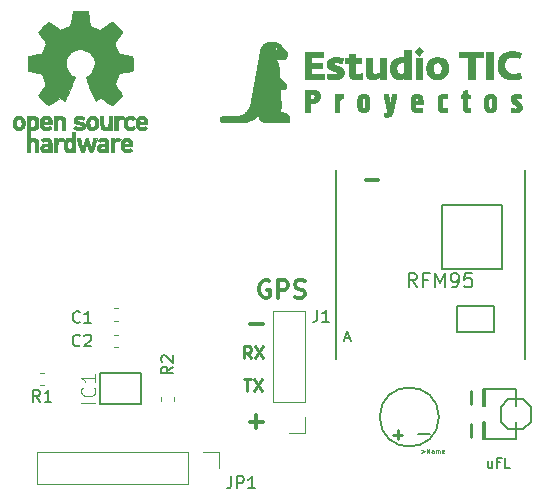
<source format=gbr>
G04 #@! TF.GenerationSoftware,KiCad,Pcbnew,(5.1.0)-1*
G04 #@! TF.CreationDate,2019-05-29T17:20:43+02:00*
G04 #@! TF.ProjectId,Mini-Lora,4d696e69-2d4c-46f7-9261-2e6b69636164,rev?*
G04 #@! TF.SameCoordinates,Original*
G04 #@! TF.FileFunction,Legend,Top*
G04 #@! TF.FilePolarity,Positive*
%FSLAX46Y46*%
G04 Gerber Fmt 4.6, Leading zero omitted, Abs format (unit mm)*
G04 Created by KiCad (PCBNEW (5.1.0)-1) date 2019-05-29 17:20:43*
%MOMM*%
%LPD*%
G04 APERTURE LIST*
%ADD10C,0.250000*%
%ADD11C,0.300000*%
%ADD12C,0.190500*%
%ADD13C,0.010000*%
%ADD14C,0.120000*%
%ADD15C,0.127000*%
%ADD16C,0.254000*%
%ADD17C,0.203200*%
%ADD18C,0.152400*%
%ADD19C,0.150000*%
%ADD20C,0.331788*%
%ADD21C,0.349250*%
%ADD22C,0.177800*%
%ADD23C,0.133350*%
%ADD24C,0.032512*%
%ADD25C,0.096520*%
G04 APERTURE END LIST*
D10*
X159488095Y-104952380D02*
X160059523Y-104952380D01*
X159773809Y-105952380D02*
X159773809Y-104952380D01*
X160297619Y-104952380D02*
X160964285Y-105952380D01*
X160964285Y-104952380D02*
X160297619Y-105952380D01*
X160083333Y-103202380D02*
X159750000Y-102726190D01*
X159511904Y-103202380D02*
X159511904Y-102202380D01*
X159892857Y-102202380D01*
X159988095Y-102250000D01*
X160035714Y-102297619D01*
X160083333Y-102392857D01*
X160083333Y-102535714D01*
X160035714Y-102630952D01*
X159988095Y-102678571D01*
X159892857Y-102726190D01*
X159511904Y-102726190D01*
X160416666Y-102202380D02*
X161083333Y-103202380D01*
X161083333Y-102202380D02*
X160416666Y-103202380D01*
D11*
X161098649Y-100311377D02*
X159955792Y-100311377D01*
D10*
X172880952Y-109678571D02*
X172119047Y-109678571D01*
X172500000Y-109297619D02*
X172500000Y-110059523D01*
D11*
X161098649Y-108561377D02*
X159955792Y-108561377D01*
X160527221Y-107989948D02*
X160527221Y-109132805D01*
X161634363Y-96668520D02*
X161491506Y-96597091D01*
X161277221Y-96597091D01*
X161062935Y-96668520D01*
X160920078Y-96811377D01*
X160848649Y-96954234D01*
X160777221Y-97239948D01*
X160777221Y-97454234D01*
X160848649Y-97739948D01*
X160920078Y-97882805D01*
X161062935Y-98025662D01*
X161277221Y-98097091D01*
X161420078Y-98097091D01*
X161634363Y-98025662D01*
X161705792Y-97954234D01*
X161705792Y-97454234D01*
X161420078Y-97454234D01*
X162348649Y-98097091D02*
X162348649Y-96597091D01*
X162920078Y-96597091D01*
X163062935Y-96668520D01*
X163134363Y-96739948D01*
X163205792Y-96882805D01*
X163205792Y-97097091D01*
X163134363Y-97239948D01*
X163062935Y-97311377D01*
X162920078Y-97382805D01*
X162348649Y-97382805D01*
X163777221Y-98025662D02*
X163991506Y-98097091D01*
X164348649Y-98097091D01*
X164491506Y-98025662D01*
X164562935Y-97954234D01*
X164634363Y-97811377D01*
X164634363Y-97668520D01*
X164562935Y-97525662D01*
X164491506Y-97454234D01*
X164348649Y-97382805D01*
X164062935Y-97311377D01*
X163920078Y-97239948D01*
X163848649Y-97168520D01*
X163777221Y-97025662D01*
X163777221Y-96882805D01*
X163848649Y-96739948D01*
X163920078Y-96668520D01*
X164062935Y-96597091D01*
X164420078Y-96597091D01*
X164634363Y-96668520D01*
D12*
X174100515Y-97192547D02*
X173698348Y-96618023D01*
X173411086Y-97192547D02*
X173411086Y-95986047D01*
X173870705Y-95986047D01*
X173985610Y-96043500D01*
X174043063Y-96100952D01*
X174100515Y-96215857D01*
X174100515Y-96388214D01*
X174043063Y-96503119D01*
X173985610Y-96560571D01*
X173870705Y-96618023D01*
X173411086Y-96618023D01*
X175019753Y-96560571D02*
X174617586Y-96560571D01*
X174617586Y-97192547D02*
X174617586Y-95986047D01*
X175192110Y-95986047D01*
X175651729Y-97192547D02*
X175651729Y-95986047D01*
X176053896Y-96847833D01*
X176456063Y-95986047D01*
X176456063Y-97192547D01*
X177088039Y-97192547D02*
X177317848Y-97192547D01*
X177432753Y-97135095D01*
X177490205Y-97077642D01*
X177605110Y-96905285D01*
X177662563Y-96675476D01*
X177662563Y-96215857D01*
X177605110Y-96100952D01*
X177547658Y-96043500D01*
X177432753Y-95986047D01*
X177202944Y-95986047D01*
X177088039Y-96043500D01*
X177030586Y-96100952D01*
X176973134Y-96215857D01*
X176973134Y-96503119D01*
X177030586Y-96618023D01*
X177088039Y-96675476D01*
X177202944Y-96732928D01*
X177432753Y-96732928D01*
X177547658Y-96675476D01*
X177605110Y-96618023D01*
X177662563Y-96503119D01*
X178754158Y-95986047D02*
X178179634Y-95986047D01*
X178122182Y-96560571D01*
X178179634Y-96503119D01*
X178294539Y-96445666D01*
X178581801Y-96445666D01*
X178696705Y-96503119D01*
X178754158Y-96560571D01*
X178811610Y-96675476D01*
X178811610Y-96962738D01*
X178754158Y-97077642D01*
X178696705Y-97135095D01*
X178581801Y-97192547D01*
X178294539Y-97192547D01*
X178179634Y-97135095D01*
X178122182Y-97077642D01*
D13*
G36*
X161716576Y-76406408D02*
G01*
X161741321Y-76406562D01*
X161765795Y-76406853D01*
X161789011Y-76407275D01*
X161809984Y-76407823D01*
X161827729Y-76408492D01*
X161837755Y-76409033D01*
X161850817Y-76409856D01*
X161866590Y-76410826D01*
X161882154Y-76411766D01*
X161885733Y-76411979D01*
X161954600Y-76417415D01*
X162020522Y-76425355D01*
X162083059Y-76435713D01*
X162141770Y-76448403D01*
X162196215Y-76463337D01*
X162245956Y-76480430D01*
X162258033Y-76485205D01*
X162299433Y-76503290D01*
X162338401Y-76523004D01*
X162375696Y-76544876D01*
X162412078Y-76569437D01*
X162448306Y-76597214D01*
X162485138Y-76628739D01*
X162523334Y-76664539D01*
X162542696Y-76683720D01*
X162558486Y-76699699D01*
X162572674Y-76714281D01*
X162585874Y-76728152D01*
X162598698Y-76741996D01*
X162611761Y-76756498D01*
X162625676Y-76772344D01*
X162641057Y-76790218D01*
X162658517Y-76810806D01*
X162678671Y-76834793D01*
X162688182Y-76846160D01*
X162721068Y-76885373D01*
X162750809Y-76920532D01*
X162777756Y-76952012D01*
X162802264Y-76980187D01*
X162824687Y-77005433D01*
X162845376Y-77028122D01*
X162864687Y-77048631D01*
X162882972Y-77067334D01*
X162900584Y-77084605D01*
X162917878Y-77100819D01*
X162935207Y-77116350D01*
X162952924Y-77131574D01*
X162971383Y-77146864D01*
X162973668Y-77148724D01*
X163001103Y-77171692D01*
X163024124Y-77192583D01*
X163043253Y-77212053D01*
X163059013Y-77230759D01*
X163071927Y-77249359D01*
X163082519Y-77268510D01*
X163091310Y-77288869D01*
X163096212Y-77302771D01*
X163106646Y-77342961D01*
X163112651Y-77385371D01*
X163114417Y-77429395D01*
X163112134Y-77474431D01*
X163105991Y-77519872D01*
X163096178Y-77565115D01*
X163082885Y-77609556D01*
X163066301Y-77652591D01*
X163046615Y-77693614D01*
X163024019Y-77732022D01*
X162998701Y-77767211D01*
X162970851Y-77798576D01*
X162940658Y-77825513D01*
X162929522Y-77833819D01*
X162904546Y-77849059D01*
X162875376Y-77862277D01*
X162841772Y-77873543D01*
X162803495Y-77882925D01*
X162760304Y-77890492D01*
X162712782Y-77896234D01*
X162698952Y-77897570D01*
X162686228Y-77898730D01*
X162674099Y-77899726D01*
X162662056Y-77900571D01*
X162649587Y-77901280D01*
X162636184Y-77901864D01*
X162621335Y-77902337D01*
X162604530Y-77902713D01*
X162585260Y-77903003D01*
X162563013Y-77903222D01*
X162537280Y-77903383D01*
X162507550Y-77903498D01*
X162473313Y-77903581D01*
X162434060Y-77903644D01*
X162424288Y-77903658D01*
X162391082Y-77903723D01*
X162359355Y-77903826D01*
X162329588Y-77903963D01*
X162302258Y-77904130D01*
X162277845Y-77904322D01*
X162256828Y-77904536D01*
X162239686Y-77904767D01*
X162226899Y-77905011D01*
X162218944Y-77905265D01*
X162216520Y-77905443D01*
X162207229Y-77906964D01*
X162208956Y-77934143D01*
X162210814Y-77957802D01*
X162213385Y-77979039D01*
X162216969Y-77998864D01*
X162221864Y-78018289D01*
X162228372Y-78038326D01*
X162236790Y-78059985D01*
X162247420Y-78084278D01*
X162260559Y-78112216D01*
X162263534Y-78118370D01*
X162274859Y-78141735D01*
X162284141Y-78160964D01*
X162291813Y-78176989D01*
X162298307Y-78190745D01*
X162304056Y-78203168D01*
X162309494Y-78215192D01*
X162315052Y-78227751D01*
X162321163Y-78241781D01*
X162328019Y-78257655D01*
X162363747Y-78345815D01*
X162394225Y-78432343D01*
X162419526Y-78517476D01*
X162439727Y-78601452D01*
X162445524Y-78630189D01*
X162448525Y-78646128D01*
X162451061Y-78660371D01*
X162453389Y-78674531D01*
X162455769Y-78690219D01*
X162458460Y-78709046D01*
X162460090Y-78720771D01*
X162461163Y-78729799D01*
X162462537Y-78743241D01*
X162464107Y-78759883D01*
X162465769Y-78778508D01*
X162467418Y-78797902D01*
X162468947Y-78816850D01*
X162470253Y-78834135D01*
X162471229Y-78848543D01*
X162471420Y-78851733D01*
X162471768Y-78860676D01*
X162472071Y-78874136D01*
X162472329Y-78891393D01*
X162472540Y-78911727D01*
X162472705Y-78934418D01*
X162472823Y-78958747D01*
X162472892Y-78983994D01*
X162472914Y-79009438D01*
X162472887Y-79034361D01*
X162472810Y-79058043D01*
X162472684Y-79079763D01*
X162472507Y-79098802D01*
X162472279Y-79114440D01*
X162472000Y-79125958D01*
X162471669Y-79132635D01*
X162471627Y-79133066D01*
X162471281Y-79138289D01*
X162470817Y-79148284D01*
X162470268Y-79162180D01*
X162469666Y-79179107D01*
X162469044Y-79198195D01*
X162468541Y-79214910D01*
X162467930Y-79235381D01*
X162467324Y-79254644D01*
X162466754Y-79271774D01*
X162466253Y-79285845D01*
X162465850Y-79295930D01*
X162465624Y-79300467D01*
X162465376Y-79306776D01*
X162465102Y-79317796D01*
X162464820Y-79332591D01*
X162464545Y-79350225D01*
X162464295Y-79369766D01*
X162464132Y-79385133D01*
X162463944Y-79408621D01*
X162463967Y-79427280D01*
X162464328Y-79441923D01*
X162465155Y-79453365D01*
X162466574Y-79462421D01*
X162468712Y-79469905D01*
X162471697Y-79476630D01*
X162475655Y-79483412D01*
X162480647Y-79490967D01*
X162490148Y-79503767D01*
X162503225Y-79519547D01*
X162519188Y-79537584D01*
X162537351Y-79557160D01*
X162557024Y-79577554D01*
X162577520Y-79598045D01*
X162598149Y-79617915D01*
X162618224Y-79636442D01*
X162627978Y-79645099D01*
X162639163Y-79654646D01*
X162654390Y-79667285D01*
X162673225Y-79682666D01*
X162695237Y-79700440D01*
X162719991Y-79720258D01*
X162747056Y-79741769D01*
X162775999Y-79764626D01*
X162777914Y-79766133D01*
X162794002Y-79778917D01*
X162811905Y-79793343D01*
X162829706Y-79807854D01*
X162845486Y-79820892D01*
X162849187Y-79823989D01*
X162861570Y-79834354D01*
X162873118Y-79843970D01*
X162882824Y-79851999D01*
X162889677Y-79857605D01*
X162891565Y-79859118D01*
X162924765Y-79887087D01*
X162952689Y-79914576D01*
X162975638Y-79941983D01*
X162993912Y-79969706D01*
X163007810Y-79998142D01*
X163017157Y-80025895D01*
X163021169Y-80041840D01*
X163023866Y-80055686D01*
X163025481Y-80069379D01*
X163026247Y-80084871D01*
X163026397Y-80103389D01*
X163026274Y-80114969D01*
X163025905Y-80125452D01*
X163025166Y-80135728D01*
X163023935Y-80146685D01*
X163022086Y-80159212D01*
X163019498Y-80174197D01*
X163016047Y-80192529D01*
X163011609Y-80215098D01*
X163009267Y-80226824D01*
X163000976Y-80264716D01*
X162992303Y-80297270D01*
X162983114Y-80324784D01*
X162973276Y-80347559D01*
X162962656Y-80365895D01*
X162951122Y-80380093D01*
X162938540Y-80390451D01*
X162935996Y-80392023D01*
X162929048Y-80395775D01*
X162922709Y-80398031D01*
X162915210Y-80399129D01*
X162904778Y-80399405D01*
X162897500Y-80399334D01*
X162890273Y-80399011D01*
X162878089Y-80398217D01*
X162861608Y-80397009D01*
X162841493Y-80395443D01*
X162818405Y-80393576D01*
X162793007Y-80391464D01*
X162765959Y-80389163D01*
X162737923Y-80386730D01*
X162709562Y-80384221D01*
X162681537Y-80381692D01*
X162654510Y-80379199D01*
X162629142Y-80376800D01*
X162606096Y-80374550D01*
X162603989Y-80374340D01*
X162595411Y-80373524D01*
X162582986Y-80372395D01*
X162568494Y-80371113D01*
X162556011Y-80370032D01*
X162541056Y-80368713D01*
X162526578Y-80367366D01*
X162514396Y-80366164D01*
X162507328Y-80365401D01*
X162492511Y-80363667D01*
X162492344Y-80429672D01*
X162492301Y-80445571D01*
X162492241Y-80466279D01*
X162492166Y-80490960D01*
X162492079Y-80518780D01*
X162491983Y-80548902D01*
X162491880Y-80580491D01*
X162491773Y-80612711D01*
X162491664Y-80644728D01*
X162491638Y-80652311D01*
X162491572Y-80705621D01*
X162491779Y-80753937D01*
X162492289Y-80797904D01*
X162493131Y-80838168D01*
X162494336Y-80875375D01*
X162495932Y-80910169D01*
X162497950Y-80943196D01*
X162500419Y-80975102D01*
X162503370Y-81006531D01*
X162506831Y-81038129D01*
X162510834Y-81070541D01*
X162510946Y-81071411D01*
X162519020Y-81130656D01*
X162527692Y-81188420D01*
X162537184Y-81245970D01*
X162547719Y-81304573D01*
X162559518Y-81365495D01*
X162572804Y-81430004D01*
X162578487Y-81456644D01*
X162581891Y-81472500D01*
X162584933Y-81486732D01*
X162587389Y-81498292D01*
X162589035Y-81506129D01*
X162589590Y-81508855D01*
X162597493Y-81552224D01*
X162603748Y-81591631D01*
X162608495Y-81628469D01*
X162611875Y-81664131D01*
X162614029Y-81700008D01*
X162615098Y-81737494D01*
X162615278Y-81762855D01*
X162614361Y-81814545D01*
X162611496Y-81863967D01*
X162606509Y-81911956D01*
X162599224Y-81959349D01*
X162589469Y-82006978D01*
X162577069Y-82055681D01*
X162561850Y-82106291D01*
X162543638Y-82159643D01*
X162522259Y-82216574D01*
X162518956Y-82224999D01*
X162507901Y-82254414D01*
X162499634Y-82279613D01*
X162494006Y-82301195D01*
X162490862Y-82319761D01*
X162490052Y-82335911D01*
X162490159Y-82338954D01*
X162491874Y-82354013D01*
X162495801Y-82365219D01*
X162502771Y-82374190D01*
X162511924Y-82381416D01*
X162516584Y-82384275D01*
X162521776Y-82386656D01*
X162528037Y-82388600D01*
X162535904Y-82390151D01*
X162545912Y-82391352D01*
X162558599Y-82392246D01*
X162574500Y-82392876D01*
X162594153Y-82393285D01*
X162618093Y-82393516D01*
X162646857Y-82393611D01*
X162664184Y-82393622D01*
X162699522Y-82393708D01*
X162729941Y-82394000D01*
X162756166Y-82394550D01*
X162778921Y-82395412D01*
X162798928Y-82396638D01*
X162816913Y-82398281D01*
X162833600Y-82400392D01*
X162849711Y-82403025D01*
X162865972Y-82406231D01*
X162879591Y-82409249D01*
X162931169Y-82423614D01*
X162981905Y-82442605D01*
X163030839Y-82465752D01*
X163077013Y-82492582D01*
X163119466Y-82522624D01*
X163133661Y-82534141D01*
X163172690Y-82570408D01*
X163206867Y-82609415D01*
X163236244Y-82651266D01*
X163260878Y-82696065D01*
X163280822Y-82743915D01*
X163296131Y-82794920D01*
X163306859Y-82849182D01*
X163309494Y-82868573D01*
X163310621Y-82880333D01*
X163311511Y-82895257D01*
X163312174Y-82913790D01*
X163312620Y-82936378D01*
X163312860Y-82963466D01*
X163312903Y-82995499D01*
X163312844Y-83015922D01*
X163312367Y-83131633D01*
X163304965Y-83147155D01*
X163293255Y-83166016D01*
X163278324Y-83180400D01*
X163265800Y-83187809D01*
X163253100Y-83193722D01*
X162249800Y-83194121D01*
X162172296Y-83194144D01*
X162096368Y-83194154D01*
X162022213Y-83194149D01*
X161950030Y-83194130D01*
X161880016Y-83194099D01*
X161812370Y-83194054D01*
X161747289Y-83193998D01*
X161684971Y-83193929D01*
X161625614Y-83193848D01*
X161569416Y-83193756D01*
X161516575Y-83193654D01*
X161467289Y-83193541D01*
X161421756Y-83193418D01*
X161380173Y-83193285D01*
X161342738Y-83193144D01*
X161309650Y-83192993D01*
X161281107Y-83192834D01*
X161257305Y-83192667D01*
X161238444Y-83192493D01*
X161224721Y-83192311D01*
X161216333Y-83192122D01*
X161214044Y-83192014D01*
X161157562Y-83185290D01*
X161104242Y-83174098D01*
X161054200Y-83158474D01*
X161007554Y-83138457D01*
X160964422Y-83114081D01*
X160964278Y-83113989D01*
X160930634Y-83090213D01*
X160898738Y-83063155D01*
X160868415Y-83032550D01*
X160839489Y-82998137D01*
X160811783Y-82959653D01*
X160785122Y-82916834D01*
X160759329Y-82869418D01*
X160734229Y-82817143D01*
X160709646Y-82759746D01*
X160685941Y-82698422D01*
X160680050Y-82682477D01*
X160674053Y-82666294D01*
X160668609Y-82651643D01*
X160664373Y-82640296D01*
X160663957Y-82639188D01*
X160656026Y-82618053D01*
X160621063Y-82652115D01*
X160585284Y-82686574D01*
X160551551Y-82718264D01*
X160520206Y-82746877D01*
X160491592Y-82772103D01*
X160466052Y-82793633D01*
X160447417Y-82808489D01*
X160407324Y-82839058D01*
X160370750Y-82866171D01*
X160337102Y-82890243D01*
X160305791Y-82911688D01*
X160276226Y-82930922D01*
X160250716Y-82946628D01*
X160191682Y-82979953D01*
X160128061Y-83012086D01*
X160060860Y-83042602D01*
X159991085Y-83071074D01*
X159919742Y-83097078D01*
X159847837Y-83120187D01*
X159824100Y-83127121D01*
X159799438Y-83134053D01*
X159778326Y-83139740D01*
X159759015Y-83144602D01*
X159739756Y-83149058D01*
X159718799Y-83153526D01*
X159694395Y-83158425D01*
X159688633Y-83159555D01*
X159666980Y-83163695D01*
X159647050Y-83167274D01*
X159627256Y-83170548D01*
X159606011Y-83173772D01*
X159581727Y-83177203D01*
X159564455Y-83179545D01*
X159559014Y-83180126D01*
X159548999Y-83181058D01*
X159535465Y-83182246D01*
X159519467Y-83183599D01*
X159502367Y-83184999D01*
X159483939Y-83186491D01*
X159465958Y-83187959D01*
X159449765Y-83189293D01*
X159436701Y-83190383D01*
X159428989Y-83191041D01*
X159424160Y-83191219D01*
X159413970Y-83191392D01*
X159398681Y-83191560D01*
X159378553Y-83191724D01*
X159353850Y-83191883D01*
X159324832Y-83192037D01*
X159291762Y-83192185D01*
X159254902Y-83192328D01*
X159214513Y-83192465D01*
X159170857Y-83192596D01*
X159124197Y-83192721D01*
X159074793Y-83192839D01*
X159022909Y-83192951D01*
X158968805Y-83193057D01*
X158912743Y-83193156D01*
X158854986Y-83193247D01*
X158795795Y-83193332D01*
X158735432Y-83193408D01*
X158674160Y-83193478D01*
X158612239Y-83193539D01*
X158549931Y-83193593D01*
X158487499Y-83193638D01*
X158425205Y-83193675D01*
X158363309Y-83193703D01*
X158302075Y-83193723D01*
X158241764Y-83193733D01*
X158182637Y-83193735D01*
X158124957Y-83193727D01*
X158068986Y-83193710D01*
X158014984Y-83193683D01*
X157963215Y-83193646D01*
X157913940Y-83193599D01*
X157867421Y-83193541D01*
X157823920Y-83193474D01*
X157783698Y-83193395D01*
X157747017Y-83193306D01*
X157714140Y-83193206D01*
X157685328Y-83193094D01*
X157660843Y-83192971D01*
X157640946Y-83192837D01*
X157625901Y-83192690D01*
X157615968Y-83192532D01*
X157611409Y-83192362D01*
X157611356Y-83192356D01*
X157580851Y-83186357D01*
X157550384Y-83175373D01*
X157521057Y-83159963D01*
X157493967Y-83140687D01*
X157474604Y-83122815D01*
X157450736Y-83094226D01*
X157432144Y-83063669D01*
X157418857Y-83031215D01*
X157410903Y-82996938D01*
X157408308Y-82960910D01*
X157408608Y-82949161D01*
X157412975Y-82913961D01*
X157422357Y-82880492D01*
X157436360Y-82849190D01*
X157454589Y-82820494D01*
X157476650Y-82794841D01*
X157502148Y-82772669D01*
X157530690Y-82754414D01*
X157561880Y-82740516D01*
X157595325Y-82731410D01*
X157606527Y-82729568D01*
X157612211Y-82729149D01*
X157623073Y-82728751D01*
X157639146Y-82728375D01*
X157660467Y-82728021D01*
X157687070Y-82727688D01*
X157718991Y-82727376D01*
X157756264Y-82727085D01*
X157798925Y-82726814D01*
X157847010Y-82726564D01*
X157900552Y-82726334D01*
X157959589Y-82726124D01*
X158024154Y-82725933D01*
X158094282Y-82725762D01*
X158170010Y-82725609D01*
X158192855Y-82725569D01*
X158249109Y-82725464D01*
X158303980Y-82725343D01*
X158357192Y-82725208D01*
X158408466Y-82725061D01*
X158457526Y-82724903D01*
X158504095Y-82724734D01*
X158547895Y-82724557D01*
X158588651Y-82724373D01*
X158626084Y-82724183D01*
X158659917Y-82723989D01*
X158689875Y-82723791D01*
X158715679Y-82723592D01*
X158737052Y-82723393D01*
X158753718Y-82723194D01*
X158765399Y-82722998D01*
X158771818Y-82722805D01*
X158772822Y-82722733D01*
X158782681Y-82721604D01*
X158795921Y-82720165D01*
X158810306Y-82718657D01*
X158816567Y-82718019D01*
X158906447Y-82706320D01*
X158993920Y-82689598D01*
X159078906Y-82667888D01*
X159161328Y-82641228D01*
X159241107Y-82609652D01*
X159318167Y-82573198D01*
X159392429Y-82531900D01*
X159463815Y-82485796D01*
X159532247Y-82434920D01*
X159597648Y-82379310D01*
X159643410Y-82335767D01*
X159699058Y-82276453D01*
X159751682Y-82212548D01*
X159801061Y-82144361D01*
X159846972Y-82072200D01*
X159889195Y-81996375D01*
X159894633Y-81985811D01*
X159903047Y-81969166D01*
X159911010Y-81953155D01*
X159917994Y-81938859D01*
X159923469Y-81927362D01*
X159926908Y-81919744D01*
X159927016Y-81919489D01*
X159932000Y-81907759D01*
X159937388Y-81895375D01*
X159939841Y-81889855D01*
X159957880Y-81846769D01*
X159975470Y-81799004D01*
X159992337Y-81747525D01*
X160008206Y-81693296D01*
X160022800Y-81637280D01*
X160035847Y-81580441D01*
X160047070Y-81523743D01*
X160051378Y-81498978D01*
X160053105Y-81488854D01*
X160055714Y-81473923D01*
X160059071Y-81454932D01*
X160063043Y-81432626D01*
X160067496Y-81407750D01*
X160072299Y-81381052D01*
X160077317Y-81353277D01*
X160081348Y-81331055D01*
X160086225Y-81304210D01*
X160090822Y-81278892D01*
X160095034Y-81255676D01*
X160098757Y-81235141D01*
X160101886Y-81217862D01*
X160104318Y-81204416D01*
X160105946Y-81195381D01*
X160106664Y-81191355D01*
X160107791Y-81185154D01*
X160109627Y-81175421D01*
X160111792Y-81164163D01*
X160111993Y-81163133D01*
X160113285Y-81156313D01*
X160115491Y-81144462D01*
X160118515Y-81128104D01*
X160122260Y-81107761D01*
X160126632Y-81083957D01*
X160131535Y-81057213D01*
X160136872Y-81028055D01*
X160142548Y-80997003D01*
X160148466Y-80964581D01*
X160154532Y-80931313D01*
X160160650Y-80897721D01*
X160165504Y-80871033D01*
X160166482Y-80865679D01*
X160168294Y-80855787D01*
X160170753Y-80842374D01*
X160173674Y-80826452D01*
X160176870Y-80809037D01*
X160177146Y-80807533D01*
X160180687Y-80788229D01*
X160184281Y-80768618D01*
X160187649Y-80750213D01*
X160190515Y-80734530D01*
X160192385Y-80724278D01*
X160193888Y-80716030D01*
X160196288Y-80702872D01*
X160199470Y-80685445D01*
X160203314Y-80664391D01*
X160207705Y-80640352D01*
X160212524Y-80613970D01*
X160217655Y-80585887D01*
X160222980Y-80556744D01*
X160224856Y-80546478D01*
X160230067Y-80517967D01*
X160234999Y-80490977D01*
X160239554Y-80466047D01*
X160243634Y-80443716D01*
X160247141Y-80424521D01*
X160249976Y-80409003D01*
X160252040Y-80397698D01*
X160253236Y-80391147D01*
X160253473Y-80389844D01*
X160254349Y-80385051D01*
X160256076Y-80375629D01*
X160258483Y-80362501D01*
X160261403Y-80346590D01*
X160264665Y-80328818D01*
X160265896Y-80322111D01*
X160269261Y-80303784D01*
X160272362Y-80286880D01*
X160275027Y-80272348D01*
X160277080Y-80261140D01*
X160278348Y-80254203D01*
X160278572Y-80252967D01*
X160279402Y-80248418D01*
X160281134Y-80238952D01*
X160283651Y-80225199D01*
X160286838Y-80207794D01*
X160290579Y-80187370D01*
X160294759Y-80164559D01*
X160299260Y-80139995D01*
X160301313Y-80128789D01*
X160306053Y-80102907D01*
X160310630Y-80077866D01*
X160314910Y-80054409D01*
X160318758Y-80033281D01*
X160322037Y-80015226D01*
X160324612Y-80000990D01*
X160326348Y-79991317D01*
X160326712Y-79989263D01*
X160329001Y-79976597D01*
X160331282Y-79964551D01*
X160333128Y-79955359D01*
X160333423Y-79953986D01*
X160335506Y-79943414D01*
X160337435Y-79931929D01*
X160337744Y-79929822D01*
X160339513Y-79918811D01*
X160341590Y-79907774D01*
X160342000Y-79905833D01*
X160342948Y-79901025D01*
X160344825Y-79891082D01*
X160347556Y-79876425D01*
X160351063Y-79857475D01*
X160355268Y-79834650D01*
X160360095Y-79808372D01*
X160365467Y-79779059D01*
X160371307Y-79747132D01*
X160377538Y-79713011D01*
X160384083Y-79677116D01*
X160390864Y-79639866D01*
X160397805Y-79601683D01*
X160400229Y-79588333D01*
X160401105Y-79583540D01*
X160402831Y-79574118D01*
X160405239Y-79560990D01*
X160408158Y-79545079D01*
X160411420Y-79527307D01*
X160412652Y-79520600D01*
X160416016Y-79502272D01*
X160419118Y-79485368D01*
X160421782Y-79470837D01*
X160423835Y-79459628D01*
X160425103Y-79452692D01*
X160425328Y-79451455D01*
X160426158Y-79446907D01*
X160427889Y-79437440D01*
X160430407Y-79423688D01*
X160433594Y-79406283D01*
X160437335Y-79385859D01*
X160441514Y-79363048D01*
X160446015Y-79338484D01*
X160448069Y-79327278D01*
X160452808Y-79301396D01*
X160457386Y-79276354D01*
X160461666Y-79252897D01*
X160465513Y-79231770D01*
X160468792Y-79213715D01*
X160471368Y-79199479D01*
X160473103Y-79189806D01*
X160473467Y-79187752D01*
X160475757Y-79175086D01*
X160478037Y-79163039D01*
X160479883Y-79153848D01*
X160480179Y-79152474D01*
X160482262Y-79141903D01*
X160484190Y-79130418D01*
X160484500Y-79128311D01*
X160486268Y-79117300D01*
X160488345Y-79106263D01*
X160488755Y-79104322D01*
X160489703Y-79099513D01*
X160491581Y-79089571D01*
X160494312Y-79074914D01*
X160497818Y-79055964D01*
X160502024Y-79033139D01*
X160506851Y-79006861D01*
X160512223Y-78977548D01*
X160518063Y-78945621D01*
X160524294Y-78911500D01*
X160530838Y-78875605D01*
X160537619Y-78838355D01*
X160544560Y-78800171D01*
X160546985Y-78786822D01*
X160547860Y-78782029D01*
X160549587Y-78772607D01*
X160551994Y-78759479D01*
X160554914Y-78743568D01*
X160558176Y-78725796D01*
X160559407Y-78719089D01*
X160562772Y-78700761D01*
X160565873Y-78683857D01*
X160568538Y-78669326D01*
X160570591Y-78658117D01*
X160571859Y-78651181D01*
X160572084Y-78649944D01*
X160572915Y-78645385D01*
X160574648Y-78635912D01*
X160577165Y-78622162D01*
X160580349Y-78604774D01*
X160584084Y-78584385D01*
X160588252Y-78561633D01*
X160592738Y-78537155D01*
X160594567Y-78527178D01*
X160599144Y-78502196D01*
X160603450Y-78478688D01*
X160607366Y-78457291D01*
X160610777Y-78438645D01*
X160613566Y-78423386D01*
X160615617Y-78412151D01*
X160616812Y-78405580D01*
X160617022Y-78404411D01*
X160618165Y-78398103D01*
X160620043Y-78387859D01*
X160622360Y-78375290D01*
X160624022Y-78366311D01*
X160626494Y-78352881D01*
X160628744Y-78340485D01*
X160630465Y-78330825D01*
X160631157Y-78326800D01*
X160632406Y-78319750D01*
X160634414Y-78308932D01*
X160636848Y-78296117D01*
X160638280Y-78288700D01*
X160639704Y-78281190D01*
X160642019Y-78268761D01*
X160645110Y-78252043D01*
X160648860Y-78231673D01*
X160653154Y-78208281D01*
X160657876Y-78182503D01*
X160662910Y-78154971D01*
X160668140Y-78126318D01*
X160673452Y-78097179D01*
X160678728Y-78068186D01*
X160683853Y-78039973D01*
X160688711Y-78013173D01*
X160693187Y-77988419D01*
X160693748Y-77985311D01*
X160694621Y-77980518D01*
X160696346Y-77971096D01*
X160698751Y-77957968D01*
X160701670Y-77942057D01*
X160704931Y-77924285D01*
X160706163Y-77917578D01*
X160709527Y-77899250D01*
X160712627Y-77882346D01*
X160715290Y-77867815D01*
X160717341Y-77856606D01*
X160718607Y-77849670D01*
X160718831Y-77848433D01*
X160719715Y-77843584D01*
X160721481Y-77833948D01*
X160723987Y-77820293D01*
X160727093Y-77803383D01*
X160730660Y-77783983D01*
X160734545Y-77762860D01*
X160735935Y-77755300D01*
X160740959Y-77727990D01*
X160745139Y-77705239D01*
X160748656Y-77686054D01*
X160751691Y-77669443D01*
X160754425Y-77654412D01*
X160757038Y-77639971D01*
X160759710Y-77625125D01*
X160762622Y-77608883D01*
X160765208Y-77594433D01*
X160767819Y-77580047D01*
X160770328Y-77566588D01*
X160772434Y-77555654D01*
X160773738Y-77549278D01*
X160775785Y-77538843D01*
X160777696Y-77527434D01*
X160778011Y-77525289D01*
X160779779Y-77514278D01*
X160781856Y-77503241D01*
X160782267Y-77501300D01*
X160783231Y-77496413D01*
X160785097Y-77486530D01*
X160787762Y-77472211D01*
X160791123Y-77454015D01*
X160795078Y-77432499D01*
X160799523Y-77408223D01*
X160804355Y-77381746D01*
X160809472Y-77353627D01*
X160811868Y-77340433D01*
X160820430Y-77293276D01*
X160828065Y-77251299D01*
X160834850Y-77214128D01*
X160840862Y-77181391D01*
X160846179Y-77152712D01*
X160850878Y-77127718D01*
X160855036Y-77106035D01*
X160858731Y-77087289D01*
X160862039Y-77071106D01*
X160865039Y-77057113D01*
X160867807Y-77044935D01*
X160870421Y-77034198D01*
X160872958Y-77024529D01*
X160875495Y-77015554D01*
X160878110Y-77006899D01*
X160880879Y-76998190D01*
X160883881Y-76989052D01*
X160885518Y-76984131D01*
X160895997Y-76956611D01*
X162057991Y-76956611D01*
X162059015Y-76976536D01*
X162062396Y-76993774D01*
X162068719Y-77010993D01*
X162070975Y-77015919D01*
X162084194Y-77037508D01*
X162101420Y-77055816D01*
X162121835Y-77070491D01*
X162144622Y-77081185D01*
X162168963Y-77087545D01*
X162194042Y-77089221D01*
X162219040Y-77085864D01*
X162228052Y-77083293D01*
X162252398Y-77072548D01*
X162273796Y-77057635D01*
X162291749Y-77039217D01*
X162305758Y-77017955D01*
X162315327Y-76994511D01*
X162319959Y-76969546D01*
X162320322Y-76960524D01*
X162318162Y-76933269D01*
X162311390Y-76908974D01*
X162299744Y-76887009D01*
X162282969Y-76866743D01*
X162281104Y-76864889D01*
X162271104Y-76855788D01*
X162260817Y-76847558D01*
X162252020Y-76841590D01*
X162249710Y-76840335D01*
X162223890Y-76830576D01*
X162197700Y-76826134D01*
X162171784Y-76826873D01*
X162146786Y-76832659D01*
X162123351Y-76843354D01*
X162102122Y-76858824D01*
X162087137Y-76874577D01*
X162072949Y-76894981D01*
X162063736Y-76915616D01*
X162058968Y-76937970D01*
X162057991Y-76956611D01*
X160895997Y-76956611D01*
X160908433Y-76923957D01*
X160936507Y-76865524D01*
X160969851Y-76808636D01*
X161008573Y-76753100D01*
X161031616Y-76723778D01*
X161045447Y-76707737D01*
X161062578Y-76689241D01*
X161081911Y-76669373D01*
X161102345Y-76649212D01*
X161122782Y-76629841D01*
X161142121Y-76612340D01*
X161159264Y-76597790D01*
X161161833Y-76595726D01*
X161172017Y-76587856D01*
X161184367Y-76578674D01*
X161198092Y-76568729D01*
X161212401Y-76558570D01*
X161226502Y-76548746D01*
X161239603Y-76539806D01*
X161250914Y-76532299D01*
X161259641Y-76526773D01*
X161264994Y-76523777D01*
X161266134Y-76523400D01*
X161269321Y-76522026D01*
X161275409Y-76518567D01*
X161278306Y-76516785D01*
X161315399Y-76495704D01*
X161356966Y-76476042D01*
X161401939Y-76458137D01*
X161449252Y-76442325D01*
X161497838Y-76428944D01*
X161546633Y-76418328D01*
X161594567Y-76410817D01*
X161623267Y-76407875D01*
X161634587Y-76407266D01*
X161650564Y-76406819D01*
X161670211Y-76406531D01*
X161692544Y-76406396D01*
X161716576Y-76406408D01*
X161716576Y-76406408D01*
G37*
X161716576Y-76406408D02*
X161741321Y-76406562D01*
X161765795Y-76406853D01*
X161789011Y-76407275D01*
X161809984Y-76407823D01*
X161827729Y-76408492D01*
X161837755Y-76409033D01*
X161850817Y-76409856D01*
X161866590Y-76410826D01*
X161882154Y-76411766D01*
X161885733Y-76411979D01*
X161954600Y-76417415D01*
X162020522Y-76425355D01*
X162083059Y-76435713D01*
X162141770Y-76448403D01*
X162196215Y-76463337D01*
X162245956Y-76480430D01*
X162258033Y-76485205D01*
X162299433Y-76503290D01*
X162338401Y-76523004D01*
X162375696Y-76544876D01*
X162412078Y-76569437D01*
X162448306Y-76597214D01*
X162485138Y-76628739D01*
X162523334Y-76664539D01*
X162542696Y-76683720D01*
X162558486Y-76699699D01*
X162572674Y-76714281D01*
X162585874Y-76728152D01*
X162598698Y-76741996D01*
X162611761Y-76756498D01*
X162625676Y-76772344D01*
X162641057Y-76790218D01*
X162658517Y-76810806D01*
X162678671Y-76834793D01*
X162688182Y-76846160D01*
X162721068Y-76885373D01*
X162750809Y-76920532D01*
X162777756Y-76952012D01*
X162802264Y-76980187D01*
X162824687Y-77005433D01*
X162845376Y-77028122D01*
X162864687Y-77048631D01*
X162882972Y-77067334D01*
X162900584Y-77084605D01*
X162917878Y-77100819D01*
X162935207Y-77116350D01*
X162952924Y-77131574D01*
X162971383Y-77146864D01*
X162973668Y-77148724D01*
X163001103Y-77171692D01*
X163024124Y-77192583D01*
X163043253Y-77212053D01*
X163059013Y-77230759D01*
X163071927Y-77249359D01*
X163082519Y-77268510D01*
X163091310Y-77288869D01*
X163096212Y-77302771D01*
X163106646Y-77342961D01*
X163112651Y-77385371D01*
X163114417Y-77429395D01*
X163112134Y-77474431D01*
X163105991Y-77519872D01*
X163096178Y-77565115D01*
X163082885Y-77609556D01*
X163066301Y-77652591D01*
X163046615Y-77693614D01*
X163024019Y-77732022D01*
X162998701Y-77767211D01*
X162970851Y-77798576D01*
X162940658Y-77825513D01*
X162929522Y-77833819D01*
X162904546Y-77849059D01*
X162875376Y-77862277D01*
X162841772Y-77873543D01*
X162803495Y-77882925D01*
X162760304Y-77890492D01*
X162712782Y-77896234D01*
X162698952Y-77897570D01*
X162686228Y-77898730D01*
X162674099Y-77899726D01*
X162662056Y-77900571D01*
X162649587Y-77901280D01*
X162636184Y-77901864D01*
X162621335Y-77902337D01*
X162604530Y-77902713D01*
X162585260Y-77903003D01*
X162563013Y-77903222D01*
X162537280Y-77903383D01*
X162507550Y-77903498D01*
X162473313Y-77903581D01*
X162434060Y-77903644D01*
X162424288Y-77903658D01*
X162391082Y-77903723D01*
X162359355Y-77903826D01*
X162329588Y-77903963D01*
X162302258Y-77904130D01*
X162277845Y-77904322D01*
X162256828Y-77904536D01*
X162239686Y-77904767D01*
X162226899Y-77905011D01*
X162218944Y-77905265D01*
X162216520Y-77905443D01*
X162207229Y-77906964D01*
X162208956Y-77934143D01*
X162210814Y-77957802D01*
X162213385Y-77979039D01*
X162216969Y-77998864D01*
X162221864Y-78018289D01*
X162228372Y-78038326D01*
X162236790Y-78059985D01*
X162247420Y-78084278D01*
X162260559Y-78112216D01*
X162263534Y-78118370D01*
X162274859Y-78141735D01*
X162284141Y-78160964D01*
X162291813Y-78176989D01*
X162298307Y-78190745D01*
X162304056Y-78203168D01*
X162309494Y-78215192D01*
X162315052Y-78227751D01*
X162321163Y-78241781D01*
X162328019Y-78257655D01*
X162363747Y-78345815D01*
X162394225Y-78432343D01*
X162419526Y-78517476D01*
X162439727Y-78601452D01*
X162445524Y-78630189D01*
X162448525Y-78646128D01*
X162451061Y-78660371D01*
X162453389Y-78674531D01*
X162455769Y-78690219D01*
X162458460Y-78709046D01*
X162460090Y-78720771D01*
X162461163Y-78729799D01*
X162462537Y-78743241D01*
X162464107Y-78759883D01*
X162465769Y-78778508D01*
X162467418Y-78797902D01*
X162468947Y-78816850D01*
X162470253Y-78834135D01*
X162471229Y-78848543D01*
X162471420Y-78851733D01*
X162471768Y-78860676D01*
X162472071Y-78874136D01*
X162472329Y-78891393D01*
X162472540Y-78911727D01*
X162472705Y-78934418D01*
X162472823Y-78958747D01*
X162472892Y-78983994D01*
X162472914Y-79009438D01*
X162472887Y-79034361D01*
X162472810Y-79058043D01*
X162472684Y-79079763D01*
X162472507Y-79098802D01*
X162472279Y-79114440D01*
X162472000Y-79125958D01*
X162471669Y-79132635D01*
X162471627Y-79133066D01*
X162471281Y-79138289D01*
X162470817Y-79148284D01*
X162470268Y-79162180D01*
X162469666Y-79179107D01*
X162469044Y-79198195D01*
X162468541Y-79214910D01*
X162467930Y-79235381D01*
X162467324Y-79254644D01*
X162466754Y-79271774D01*
X162466253Y-79285845D01*
X162465850Y-79295930D01*
X162465624Y-79300467D01*
X162465376Y-79306776D01*
X162465102Y-79317796D01*
X162464820Y-79332591D01*
X162464545Y-79350225D01*
X162464295Y-79369766D01*
X162464132Y-79385133D01*
X162463944Y-79408621D01*
X162463967Y-79427280D01*
X162464328Y-79441923D01*
X162465155Y-79453365D01*
X162466574Y-79462421D01*
X162468712Y-79469905D01*
X162471697Y-79476630D01*
X162475655Y-79483412D01*
X162480647Y-79490967D01*
X162490148Y-79503767D01*
X162503225Y-79519547D01*
X162519188Y-79537584D01*
X162537351Y-79557160D01*
X162557024Y-79577554D01*
X162577520Y-79598045D01*
X162598149Y-79617915D01*
X162618224Y-79636442D01*
X162627978Y-79645099D01*
X162639163Y-79654646D01*
X162654390Y-79667285D01*
X162673225Y-79682666D01*
X162695237Y-79700440D01*
X162719991Y-79720258D01*
X162747056Y-79741769D01*
X162775999Y-79764626D01*
X162777914Y-79766133D01*
X162794002Y-79778917D01*
X162811905Y-79793343D01*
X162829706Y-79807854D01*
X162845486Y-79820892D01*
X162849187Y-79823989D01*
X162861570Y-79834354D01*
X162873118Y-79843970D01*
X162882824Y-79851999D01*
X162889677Y-79857605D01*
X162891565Y-79859118D01*
X162924765Y-79887087D01*
X162952689Y-79914576D01*
X162975638Y-79941983D01*
X162993912Y-79969706D01*
X163007810Y-79998142D01*
X163017157Y-80025895D01*
X163021169Y-80041840D01*
X163023866Y-80055686D01*
X163025481Y-80069379D01*
X163026247Y-80084871D01*
X163026397Y-80103389D01*
X163026274Y-80114969D01*
X163025905Y-80125452D01*
X163025166Y-80135728D01*
X163023935Y-80146685D01*
X163022086Y-80159212D01*
X163019498Y-80174197D01*
X163016047Y-80192529D01*
X163011609Y-80215098D01*
X163009267Y-80226824D01*
X163000976Y-80264716D01*
X162992303Y-80297270D01*
X162983114Y-80324784D01*
X162973276Y-80347559D01*
X162962656Y-80365895D01*
X162951122Y-80380093D01*
X162938540Y-80390451D01*
X162935996Y-80392023D01*
X162929048Y-80395775D01*
X162922709Y-80398031D01*
X162915210Y-80399129D01*
X162904778Y-80399405D01*
X162897500Y-80399334D01*
X162890273Y-80399011D01*
X162878089Y-80398217D01*
X162861608Y-80397009D01*
X162841493Y-80395443D01*
X162818405Y-80393576D01*
X162793007Y-80391464D01*
X162765959Y-80389163D01*
X162737923Y-80386730D01*
X162709562Y-80384221D01*
X162681537Y-80381692D01*
X162654510Y-80379199D01*
X162629142Y-80376800D01*
X162606096Y-80374550D01*
X162603989Y-80374340D01*
X162595411Y-80373524D01*
X162582986Y-80372395D01*
X162568494Y-80371113D01*
X162556011Y-80370032D01*
X162541056Y-80368713D01*
X162526578Y-80367366D01*
X162514396Y-80366164D01*
X162507328Y-80365401D01*
X162492511Y-80363667D01*
X162492344Y-80429672D01*
X162492301Y-80445571D01*
X162492241Y-80466279D01*
X162492166Y-80490960D01*
X162492079Y-80518780D01*
X162491983Y-80548902D01*
X162491880Y-80580491D01*
X162491773Y-80612711D01*
X162491664Y-80644728D01*
X162491638Y-80652311D01*
X162491572Y-80705621D01*
X162491779Y-80753937D01*
X162492289Y-80797904D01*
X162493131Y-80838168D01*
X162494336Y-80875375D01*
X162495932Y-80910169D01*
X162497950Y-80943196D01*
X162500419Y-80975102D01*
X162503370Y-81006531D01*
X162506831Y-81038129D01*
X162510834Y-81070541D01*
X162510946Y-81071411D01*
X162519020Y-81130656D01*
X162527692Y-81188420D01*
X162537184Y-81245970D01*
X162547719Y-81304573D01*
X162559518Y-81365495D01*
X162572804Y-81430004D01*
X162578487Y-81456644D01*
X162581891Y-81472500D01*
X162584933Y-81486732D01*
X162587389Y-81498292D01*
X162589035Y-81506129D01*
X162589590Y-81508855D01*
X162597493Y-81552224D01*
X162603748Y-81591631D01*
X162608495Y-81628469D01*
X162611875Y-81664131D01*
X162614029Y-81700008D01*
X162615098Y-81737494D01*
X162615278Y-81762855D01*
X162614361Y-81814545D01*
X162611496Y-81863967D01*
X162606509Y-81911956D01*
X162599224Y-81959349D01*
X162589469Y-82006978D01*
X162577069Y-82055681D01*
X162561850Y-82106291D01*
X162543638Y-82159643D01*
X162522259Y-82216574D01*
X162518956Y-82224999D01*
X162507901Y-82254414D01*
X162499634Y-82279613D01*
X162494006Y-82301195D01*
X162490862Y-82319761D01*
X162490052Y-82335911D01*
X162490159Y-82338954D01*
X162491874Y-82354013D01*
X162495801Y-82365219D01*
X162502771Y-82374190D01*
X162511924Y-82381416D01*
X162516584Y-82384275D01*
X162521776Y-82386656D01*
X162528037Y-82388600D01*
X162535904Y-82390151D01*
X162545912Y-82391352D01*
X162558599Y-82392246D01*
X162574500Y-82392876D01*
X162594153Y-82393285D01*
X162618093Y-82393516D01*
X162646857Y-82393611D01*
X162664184Y-82393622D01*
X162699522Y-82393708D01*
X162729941Y-82394000D01*
X162756166Y-82394550D01*
X162778921Y-82395412D01*
X162798928Y-82396638D01*
X162816913Y-82398281D01*
X162833600Y-82400392D01*
X162849711Y-82403025D01*
X162865972Y-82406231D01*
X162879591Y-82409249D01*
X162931169Y-82423614D01*
X162981905Y-82442605D01*
X163030839Y-82465752D01*
X163077013Y-82492582D01*
X163119466Y-82522624D01*
X163133661Y-82534141D01*
X163172690Y-82570408D01*
X163206867Y-82609415D01*
X163236244Y-82651266D01*
X163260878Y-82696065D01*
X163280822Y-82743915D01*
X163296131Y-82794920D01*
X163306859Y-82849182D01*
X163309494Y-82868573D01*
X163310621Y-82880333D01*
X163311511Y-82895257D01*
X163312174Y-82913790D01*
X163312620Y-82936378D01*
X163312860Y-82963466D01*
X163312903Y-82995499D01*
X163312844Y-83015922D01*
X163312367Y-83131633D01*
X163304965Y-83147155D01*
X163293255Y-83166016D01*
X163278324Y-83180400D01*
X163265800Y-83187809D01*
X163253100Y-83193722D01*
X162249800Y-83194121D01*
X162172296Y-83194144D01*
X162096368Y-83194154D01*
X162022213Y-83194149D01*
X161950030Y-83194130D01*
X161880016Y-83194099D01*
X161812370Y-83194054D01*
X161747289Y-83193998D01*
X161684971Y-83193929D01*
X161625614Y-83193848D01*
X161569416Y-83193756D01*
X161516575Y-83193654D01*
X161467289Y-83193541D01*
X161421756Y-83193418D01*
X161380173Y-83193285D01*
X161342738Y-83193144D01*
X161309650Y-83192993D01*
X161281107Y-83192834D01*
X161257305Y-83192667D01*
X161238444Y-83192493D01*
X161224721Y-83192311D01*
X161216333Y-83192122D01*
X161214044Y-83192014D01*
X161157562Y-83185290D01*
X161104242Y-83174098D01*
X161054200Y-83158474D01*
X161007554Y-83138457D01*
X160964422Y-83114081D01*
X160964278Y-83113989D01*
X160930634Y-83090213D01*
X160898738Y-83063155D01*
X160868415Y-83032550D01*
X160839489Y-82998137D01*
X160811783Y-82959653D01*
X160785122Y-82916834D01*
X160759329Y-82869418D01*
X160734229Y-82817143D01*
X160709646Y-82759746D01*
X160685941Y-82698422D01*
X160680050Y-82682477D01*
X160674053Y-82666294D01*
X160668609Y-82651643D01*
X160664373Y-82640296D01*
X160663957Y-82639188D01*
X160656026Y-82618053D01*
X160621063Y-82652115D01*
X160585284Y-82686574D01*
X160551551Y-82718264D01*
X160520206Y-82746877D01*
X160491592Y-82772103D01*
X160466052Y-82793633D01*
X160447417Y-82808489D01*
X160407324Y-82839058D01*
X160370750Y-82866171D01*
X160337102Y-82890243D01*
X160305791Y-82911688D01*
X160276226Y-82930922D01*
X160250716Y-82946628D01*
X160191682Y-82979953D01*
X160128061Y-83012086D01*
X160060860Y-83042602D01*
X159991085Y-83071074D01*
X159919742Y-83097078D01*
X159847837Y-83120187D01*
X159824100Y-83127121D01*
X159799438Y-83134053D01*
X159778326Y-83139740D01*
X159759015Y-83144602D01*
X159739756Y-83149058D01*
X159718799Y-83153526D01*
X159694395Y-83158425D01*
X159688633Y-83159555D01*
X159666980Y-83163695D01*
X159647050Y-83167274D01*
X159627256Y-83170548D01*
X159606011Y-83173772D01*
X159581727Y-83177203D01*
X159564455Y-83179545D01*
X159559014Y-83180126D01*
X159548999Y-83181058D01*
X159535465Y-83182246D01*
X159519467Y-83183599D01*
X159502367Y-83184999D01*
X159483939Y-83186491D01*
X159465958Y-83187959D01*
X159449765Y-83189293D01*
X159436701Y-83190383D01*
X159428989Y-83191041D01*
X159424160Y-83191219D01*
X159413970Y-83191392D01*
X159398681Y-83191560D01*
X159378553Y-83191724D01*
X159353850Y-83191883D01*
X159324832Y-83192037D01*
X159291762Y-83192185D01*
X159254902Y-83192328D01*
X159214513Y-83192465D01*
X159170857Y-83192596D01*
X159124197Y-83192721D01*
X159074793Y-83192839D01*
X159022909Y-83192951D01*
X158968805Y-83193057D01*
X158912743Y-83193156D01*
X158854986Y-83193247D01*
X158795795Y-83193332D01*
X158735432Y-83193408D01*
X158674160Y-83193478D01*
X158612239Y-83193539D01*
X158549931Y-83193593D01*
X158487499Y-83193638D01*
X158425205Y-83193675D01*
X158363309Y-83193703D01*
X158302075Y-83193723D01*
X158241764Y-83193733D01*
X158182637Y-83193735D01*
X158124957Y-83193727D01*
X158068986Y-83193710D01*
X158014984Y-83193683D01*
X157963215Y-83193646D01*
X157913940Y-83193599D01*
X157867421Y-83193541D01*
X157823920Y-83193474D01*
X157783698Y-83193395D01*
X157747017Y-83193306D01*
X157714140Y-83193206D01*
X157685328Y-83193094D01*
X157660843Y-83192971D01*
X157640946Y-83192837D01*
X157625901Y-83192690D01*
X157615968Y-83192532D01*
X157611409Y-83192362D01*
X157611356Y-83192356D01*
X157580851Y-83186357D01*
X157550384Y-83175373D01*
X157521057Y-83159963D01*
X157493967Y-83140687D01*
X157474604Y-83122815D01*
X157450736Y-83094226D01*
X157432144Y-83063669D01*
X157418857Y-83031215D01*
X157410903Y-82996938D01*
X157408308Y-82960910D01*
X157408608Y-82949161D01*
X157412975Y-82913961D01*
X157422357Y-82880492D01*
X157436360Y-82849190D01*
X157454589Y-82820494D01*
X157476650Y-82794841D01*
X157502148Y-82772669D01*
X157530690Y-82754414D01*
X157561880Y-82740516D01*
X157595325Y-82731410D01*
X157606527Y-82729568D01*
X157612211Y-82729149D01*
X157623073Y-82728751D01*
X157639146Y-82728375D01*
X157660467Y-82728021D01*
X157687070Y-82727688D01*
X157718991Y-82727376D01*
X157756264Y-82727085D01*
X157798925Y-82726814D01*
X157847010Y-82726564D01*
X157900552Y-82726334D01*
X157959589Y-82726124D01*
X158024154Y-82725933D01*
X158094282Y-82725762D01*
X158170010Y-82725609D01*
X158192855Y-82725569D01*
X158249109Y-82725464D01*
X158303980Y-82725343D01*
X158357192Y-82725208D01*
X158408466Y-82725061D01*
X158457526Y-82724903D01*
X158504095Y-82724734D01*
X158547895Y-82724557D01*
X158588651Y-82724373D01*
X158626084Y-82724183D01*
X158659917Y-82723989D01*
X158689875Y-82723791D01*
X158715679Y-82723592D01*
X158737052Y-82723393D01*
X158753718Y-82723194D01*
X158765399Y-82722998D01*
X158771818Y-82722805D01*
X158772822Y-82722733D01*
X158782681Y-82721604D01*
X158795921Y-82720165D01*
X158810306Y-82718657D01*
X158816567Y-82718019D01*
X158906447Y-82706320D01*
X158993920Y-82689598D01*
X159078906Y-82667888D01*
X159161328Y-82641228D01*
X159241107Y-82609652D01*
X159318167Y-82573198D01*
X159392429Y-82531900D01*
X159463815Y-82485796D01*
X159532247Y-82434920D01*
X159597648Y-82379310D01*
X159643410Y-82335767D01*
X159699058Y-82276453D01*
X159751682Y-82212548D01*
X159801061Y-82144361D01*
X159846972Y-82072200D01*
X159889195Y-81996375D01*
X159894633Y-81985811D01*
X159903047Y-81969166D01*
X159911010Y-81953155D01*
X159917994Y-81938859D01*
X159923469Y-81927362D01*
X159926908Y-81919744D01*
X159927016Y-81919489D01*
X159932000Y-81907759D01*
X159937388Y-81895375D01*
X159939841Y-81889855D01*
X159957880Y-81846769D01*
X159975470Y-81799004D01*
X159992337Y-81747525D01*
X160008206Y-81693296D01*
X160022800Y-81637280D01*
X160035847Y-81580441D01*
X160047070Y-81523743D01*
X160051378Y-81498978D01*
X160053105Y-81488854D01*
X160055714Y-81473923D01*
X160059071Y-81454932D01*
X160063043Y-81432626D01*
X160067496Y-81407750D01*
X160072299Y-81381052D01*
X160077317Y-81353277D01*
X160081348Y-81331055D01*
X160086225Y-81304210D01*
X160090822Y-81278892D01*
X160095034Y-81255676D01*
X160098757Y-81235141D01*
X160101886Y-81217862D01*
X160104318Y-81204416D01*
X160105946Y-81195381D01*
X160106664Y-81191355D01*
X160107791Y-81185154D01*
X160109627Y-81175421D01*
X160111792Y-81164163D01*
X160111993Y-81163133D01*
X160113285Y-81156313D01*
X160115491Y-81144462D01*
X160118515Y-81128104D01*
X160122260Y-81107761D01*
X160126632Y-81083957D01*
X160131535Y-81057213D01*
X160136872Y-81028055D01*
X160142548Y-80997003D01*
X160148466Y-80964581D01*
X160154532Y-80931313D01*
X160160650Y-80897721D01*
X160165504Y-80871033D01*
X160166482Y-80865679D01*
X160168294Y-80855787D01*
X160170753Y-80842374D01*
X160173674Y-80826452D01*
X160176870Y-80809037D01*
X160177146Y-80807533D01*
X160180687Y-80788229D01*
X160184281Y-80768618D01*
X160187649Y-80750213D01*
X160190515Y-80734530D01*
X160192385Y-80724278D01*
X160193888Y-80716030D01*
X160196288Y-80702872D01*
X160199470Y-80685445D01*
X160203314Y-80664391D01*
X160207705Y-80640352D01*
X160212524Y-80613970D01*
X160217655Y-80585887D01*
X160222980Y-80556744D01*
X160224856Y-80546478D01*
X160230067Y-80517967D01*
X160234999Y-80490977D01*
X160239554Y-80466047D01*
X160243634Y-80443716D01*
X160247141Y-80424521D01*
X160249976Y-80409003D01*
X160252040Y-80397698D01*
X160253236Y-80391147D01*
X160253473Y-80389844D01*
X160254349Y-80385051D01*
X160256076Y-80375629D01*
X160258483Y-80362501D01*
X160261403Y-80346590D01*
X160264665Y-80328818D01*
X160265896Y-80322111D01*
X160269261Y-80303784D01*
X160272362Y-80286880D01*
X160275027Y-80272348D01*
X160277080Y-80261140D01*
X160278348Y-80254203D01*
X160278572Y-80252967D01*
X160279402Y-80248418D01*
X160281134Y-80238952D01*
X160283651Y-80225199D01*
X160286838Y-80207794D01*
X160290579Y-80187370D01*
X160294759Y-80164559D01*
X160299260Y-80139995D01*
X160301313Y-80128789D01*
X160306053Y-80102907D01*
X160310630Y-80077866D01*
X160314910Y-80054409D01*
X160318758Y-80033281D01*
X160322037Y-80015226D01*
X160324612Y-80000990D01*
X160326348Y-79991317D01*
X160326712Y-79989263D01*
X160329001Y-79976597D01*
X160331282Y-79964551D01*
X160333128Y-79955359D01*
X160333423Y-79953986D01*
X160335506Y-79943414D01*
X160337435Y-79931929D01*
X160337744Y-79929822D01*
X160339513Y-79918811D01*
X160341590Y-79907774D01*
X160342000Y-79905833D01*
X160342948Y-79901025D01*
X160344825Y-79891082D01*
X160347556Y-79876425D01*
X160351063Y-79857475D01*
X160355268Y-79834650D01*
X160360095Y-79808372D01*
X160365467Y-79779059D01*
X160371307Y-79747132D01*
X160377538Y-79713011D01*
X160384083Y-79677116D01*
X160390864Y-79639866D01*
X160397805Y-79601683D01*
X160400229Y-79588333D01*
X160401105Y-79583540D01*
X160402831Y-79574118D01*
X160405239Y-79560990D01*
X160408158Y-79545079D01*
X160411420Y-79527307D01*
X160412652Y-79520600D01*
X160416016Y-79502272D01*
X160419118Y-79485368D01*
X160421782Y-79470837D01*
X160423835Y-79459628D01*
X160425103Y-79452692D01*
X160425328Y-79451455D01*
X160426158Y-79446907D01*
X160427889Y-79437440D01*
X160430407Y-79423688D01*
X160433594Y-79406283D01*
X160437335Y-79385859D01*
X160441514Y-79363048D01*
X160446015Y-79338484D01*
X160448069Y-79327278D01*
X160452808Y-79301396D01*
X160457386Y-79276354D01*
X160461666Y-79252897D01*
X160465513Y-79231770D01*
X160468792Y-79213715D01*
X160471368Y-79199479D01*
X160473103Y-79189806D01*
X160473467Y-79187752D01*
X160475757Y-79175086D01*
X160478037Y-79163039D01*
X160479883Y-79153848D01*
X160480179Y-79152474D01*
X160482262Y-79141903D01*
X160484190Y-79130418D01*
X160484500Y-79128311D01*
X160486268Y-79117300D01*
X160488345Y-79106263D01*
X160488755Y-79104322D01*
X160489703Y-79099513D01*
X160491581Y-79089571D01*
X160494312Y-79074914D01*
X160497818Y-79055964D01*
X160502024Y-79033139D01*
X160506851Y-79006861D01*
X160512223Y-78977548D01*
X160518063Y-78945621D01*
X160524294Y-78911500D01*
X160530838Y-78875605D01*
X160537619Y-78838355D01*
X160544560Y-78800171D01*
X160546985Y-78786822D01*
X160547860Y-78782029D01*
X160549587Y-78772607D01*
X160551994Y-78759479D01*
X160554914Y-78743568D01*
X160558176Y-78725796D01*
X160559407Y-78719089D01*
X160562772Y-78700761D01*
X160565873Y-78683857D01*
X160568538Y-78669326D01*
X160570591Y-78658117D01*
X160571859Y-78651181D01*
X160572084Y-78649944D01*
X160572915Y-78645385D01*
X160574648Y-78635912D01*
X160577165Y-78622162D01*
X160580349Y-78604774D01*
X160584084Y-78584385D01*
X160588252Y-78561633D01*
X160592738Y-78537155D01*
X160594567Y-78527178D01*
X160599144Y-78502196D01*
X160603450Y-78478688D01*
X160607366Y-78457291D01*
X160610777Y-78438645D01*
X160613566Y-78423386D01*
X160615617Y-78412151D01*
X160616812Y-78405580D01*
X160617022Y-78404411D01*
X160618165Y-78398103D01*
X160620043Y-78387859D01*
X160622360Y-78375290D01*
X160624022Y-78366311D01*
X160626494Y-78352881D01*
X160628744Y-78340485D01*
X160630465Y-78330825D01*
X160631157Y-78326800D01*
X160632406Y-78319750D01*
X160634414Y-78308932D01*
X160636848Y-78296117D01*
X160638280Y-78288700D01*
X160639704Y-78281190D01*
X160642019Y-78268761D01*
X160645110Y-78252043D01*
X160648860Y-78231673D01*
X160653154Y-78208281D01*
X160657876Y-78182503D01*
X160662910Y-78154971D01*
X160668140Y-78126318D01*
X160673452Y-78097179D01*
X160678728Y-78068186D01*
X160683853Y-78039973D01*
X160688711Y-78013173D01*
X160693187Y-77988419D01*
X160693748Y-77985311D01*
X160694621Y-77980518D01*
X160696346Y-77971096D01*
X160698751Y-77957968D01*
X160701670Y-77942057D01*
X160704931Y-77924285D01*
X160706163Y-77917578D01*
X160709527Y-77899250D01*
X160712627Y-77882346D01*
X160715290Y-77867815D01*
X160717341Y-77856606D01*
X160718607Y-77849670D01*
X160718831Y-77848433D01*
X160719715Y-77843584D01*
X160721481Y-77833948D01*
X160723987Y-77820293D01*
X160727093Y-77803383D01*
X160730660Y-77783983D01*
X160734545Y-77762860D01*
X160735935Y-77755300D01*
X160740959Y-77727990D01*
X160745139Y-77705239D01*
X160748656Y-77686054D01*
X160751691Y-77669443D01*
X160754425Y-77654412D01*
X160757038Y-77639971D01*
X160759710Y-77625125D01*
X160762622Y-77608883D01*
X160765208Y-77594433D01*
X160767819Y-77580047D01*
X160770328Y-77566588D01*
X160772434Y-77555654D01*
X160773738Y-77549278D01*
X160775785Y-77538843D01*
X160777696Y-77527434D01*
X160778011Y-77525289D01*
X160779779Y-77514278D01*
X160781856Y-77503241D01*
X160782267Y-77501300D01*
X160783231Y-77496413D01*
X160785097Y-77486530D01*
X160787762Y-77472211D01*
X160791123Y-77454015D01*
X160795078Y-77432499D01*
X160799523Y-77408223D01*
X160804355Y-77381746D01*
X160809472Y-77353627D01*
X160811868Y-77340433D01*
X160820430Y-77293276D01*
X160828065Y-77251299D01*
X160834850Y-77214128D01*
X160840862Y-77181391D01*
X160846179Y-77152712D01*
X160850878Y-77127718D01*
X160855036Y-77106035D01*
X160858731Y-77087289D01*
X160862039Y-77071106D01*
X160865039Y-77057113D01*
X160867807Y-77044935D01*
X160870421Y-77034198D01*
X160872958Y-77024529D01*
X160875495Y-77015554D01*
X160878110Y-77006899D01*
X160880879Y-76998190D01*
X160883881Y-76989052D01*
X160885518Y-76984131D01*
X160895997Y-76956611D01*
X162057991Y-76956611D01*
X162059015Y-76976536D01*
X162062396Y-76993774D01*
X162068719Y-77010993D01*
X162070975Y-77015919D01*
X162084194Y-77037508D01*
X162101420Y-77055816D01*
X162121835Y-77070491D01*
X162144622Y-77081185D01*
X162168963Y-77087545D01*
X162194042Y-77089221D01*
X162219040Y-77085864D01*
X162228052Y-77083293D01*
X162252398Y-77072548D01*
X162273796Y-77057635D01*
X162291749Y-77039217D01*
X162305758Y-77017955D01*
X162315327Y-76994511D01*
X162319959Y-76969546D01*
X162320322Y-76960524D01*
X162318162Y-76933269D01*
X162311390Y-76908974D01*
X162299744Y-76887009D01*
X162282969Y-76866743D01*
X162281104Y-76864889D01*
X162271104Y-76855788D01*
X162260817Y-76847558D01*
X162252020Y-76841590D01*
X162249710Y-76840335D01*
X162223890Y-76830576D01*
X162197700Y-76826134D01*
X162171784Y-76826873D01*
X162146786Y-76832659D01*
X162123351Y-76843354D01*
X162102122Y-76858824D01*
X162087137Y-76874577D01*
X162072949Y-76894981D01*
X162063736Y-76915616D01*
X162058968Y-76937970D01*
X162057991Y-76956611D01*
X160895997Y-76956611D01*
X160908433Y-76923957D01*
X160936507Y-76865524D01*
X160969851Y-76808636D01*
X161008573Y-76753100D01*
X161031616Y-76723778D01*
X161045447Y-76707737D01*
X161062578Y-76689241D01*
X161081911Y-76669373D01*
X161102345Y-76649212D01*
X161122782Y-76629841D01*
X161142121Y-76612340D01*
X161159264Y-76597790D01*
X161161833Y-76595726D01*
X161172017Y-76587856D01*
X161184367Y-76578674D01*
X161198092Y-76568729D01*
X161212401Y-76558570D01*
X161226502Y-76548746D01*
X161239603Y-76539806D01*
X161250914Y-76532299D01*
X161259641Y-76526773D01*
X161264994Y-76523777D01*
X161266134Y-76523400D01*
X161269321Y-76522026D01*
X161275409Y-76518567D01*
X161278306Y-76516785D01*
X161315399Y-76495704D01*
X161356966Y-76476042D01*
X161401939Y-76458137D01*
X161449252Y-76442325D01*
X161497838Y-76428944D01*
X161546633Y-76418328D01*
X161594567Y-76410817D01*
X161623267Y-76407875D01*
X161634587Y-76407266D01*
X161650564Y-76406819D01*
X161670211Y-76406531D01*
X161692544Y-76406396D01*
X161716576Y-76406408D01*
G36*
X172202367Y-80851278D02*
G01*
X172351944Y-80851278D01*
X172363836Y-80858090D01*
X172373922Y-80865913D01*
X172380497Y-80874950D01*
X172381991Y-80878242D01*
X172383066Y-80881463D01*
X172383633Y-80885220D01*
X172383603Y-80890123D01*
X172382888Y-80896779D01*
X172381400Y-80905796D01*
X172379049Y-80917783D01*
X172375749Y-80933346D01*
X172371410Y-80953095D01*
X172365944Y-80977637D01*
X172364855Y-80982511D01*
X172359704Y-81005636D01*
X172353679Y-81032773D01*
X172346984Y-81062995D01*
X172339824Y-81095377D01*
X172332403Y-81128992D01*
X172324924Y-81162915D01*
X172317593Y-81196219D01*
X172310612Y-81227978D01*
X172304187Y-81257266D01*
X172298521Y-81283157D01*
X172293819Y-81304725D01*
X172292697Y-81309889D01*
X172289036Y-81326696D01*
X172284495Y-81347443D01*
X172279420Y-81370557D01*
X172274156Y-81394467D01*
X172269048Y-81417602D01*
X172267278Y-81425600D01*
X172262312Y-81448055D01*
X172257061Y-81471863D01*
X172251870Y-81495453D01*
X172247084Y-81517252D01*
X172243050Y-81535690D01*
X172241824Y-81541311D01*
X172238106Y-81558366D01*
X172233665Y-81578694D01*
X172228656Y-81601599D01*
X172223229Y-81626388D01*
X172217538Y-81652363D01*
X172211736Y-81678830D01*
X172205974Y-81705095D01*
X172200406Y-81730460D01*
X172195184Y-81754232D01*
X172190460Y-81775714D01*
X172186387Y-81794212D01*
X172183118Y-81809031D01*
X172180806Y-81819474D01*
X172179900Y-81823533D01*
X172178399Y-81830267D01*
X172175841Y-81841818D01*
X172172378Y-81857488D01*
X172168165Y-81876583D01*
X172163356Y-81898405D01*
X172158103Y-81922258D01*
X172152560Y-81947446D01*
X172150330Y-81957589D01*
X172138273Y-82012422D01*
X172127361Y-82062039D01*
X172117527Y-82106734D01*
X172108701Y-82146804D01*
X172100816Y-82182543D01*
X172093802Y-82214248D01*
X172087591Y-82242213D01*
X172082115Y-82266735D01*
X172077305Y-82288108D01*
X172073093Y-82306629D01*
X172069410Y-82322592D01*
X172066187Y-82336294D01*
X172063356Y-82348029D01*
X172060849Y-82358094D01*
X172058597Y-82366783D01*
X172056532Y-82374393D01*
X172054584Y-82381218D01*
X172052686Y-82387555D01*
X172050769Y-82393699D01*
X172048765Y-82399944D01*
X172046604Y-82406588D01*
X172045313Y-82410555D01*
X172027346Y-82461451D01*
X172008229Y-82507045D01*
X171987827Y-82547588D01*
X171966007Y-82583331D01*
X171942636Y-82614526D01*
X171927541Y-82631448D01*
X171897499Y-82658856D01*
X171863135Y-82682794D01*
X171824649Y-82703169D01*
X171782238Y-82719893D01*
X171736103Y-82732874D01*
X171686440Y-82742022D01*
X171683855Y-82742379D01*
X171666841Y-82744177D01*
X171645471Y-82745637D01*
X171621023Y-82746731D01*
X171594778Y-82747432D01*
X171568014Y-82747713D01*
X171542012Y-82747547D01*
X171518050Y-82746906D01*
X171503867Y-82746204D01*
X171468206Y-82743195D01*
X171436101Y-82738808D01*
X171407913Y-82733139D01*
X171384003Y-82726284D01*
X171364734Y-82718341D01*
X171350467Y-82709406D01*
X171344438Y-82703584D01*
X171341254Y-82699520D01*
X171338604Y-82695216D01*
X171336440Y-82690134D01*
X171334710Y-82683739D01*
X171333367Y-82675496D01*
X171332359Y-82664867D01*
X171331638Y-82651317D01*
X171331154Y-82634309D01*
X171330856Y-82613309D01*
X171330696Y-82587779D01*
X171330623Y-82557184D01*
X171330619Y-82554489D01*
X171330595Y-82525594D01*
X171330616Y-82501788D01*
X171330707Y-82482515D01*
X171330892Y-82467219D01*
X171331192Y-82455345D01*
X171331633Y-82446336D01*
X171332238Y-82439638D01*
X171333029Y-82434693D01*
X171334031Y-82430948D01*
X171335266Y-82427846D01*
X171336030Y-82426260D01*
X171341512Y-82417713D01*
X171348096Y-82410515D01*
X171349578Y-82409326D01*
X171359737Y-82405009D01*
X171374619Y-82403457D01*
X171394272Y-82404673D01*
X171418746Y-82408660D01*
X171446011Y-82414892D01*
X171463897Y-82419275D01*
X171478052Y-82422302D01*
X171490157Y-82424218D01*
X171501892Y-82425266D01*
X171514941Y-82425689D01*
X171520800Y-82425738D01*
X171545164Y-82424940D01*
X171564876Y-82422119D01*
X171580668Y-82416959D01*
X171593267Y-82409144D01*
X171603403Y-82398359D01*
X171610478Y-82386904D01*
X171613871Y-82379905D01*
X171616070Y-82373468D01*
X171617328Y-82366061D01*
X171617902Y-82356152D01*
X171618046Y-82342207D01*
X171618047Y-82341411D01*
X171617883Y-82328755D01*
X171617236Y-82317690D01*
X171615886Y-82306763D01*
X171613614Y-82294523D01*
X171610199Y-82279519D01*
X171606308Y-82263800D01*
X171601425Y-82244183D01*
X171595854Y-82221375D01*
X171590155Y-82197689D01*
X171584886Y-82175440D01*
X171582786Y-82166433D01*
X171578415Y-82147581D01*
X171573898Y-82128117D01*
X171569623Y-82109712D01*
X171565978Y-82094034D01*
X171564107Y-82086000D01*
X171560523Y-82070588D01*
X171556730Y-82054214D01*
X171553330Y-82039483D01*
X171552021Y-82033789D01*
X171549129Y-82021293D01*
X171545466Y-82005638D01*
X171541581Y-81989157D01*
X171539112Y-81978755D01*
X171535634Y-81964103D01*
X171532247Y-81949747D01*
X171529391Y-81937558D01*
X171527820Y-81930778D01*
X171521454Y-81903123D01*
X171514966Y-81875105D01*
X171508722Y-81848299D01*
X171503089Y-81824276D01*
X171499578Y-81809422D01*
X171496112Y-81794769D01*
X171492742Y-81780412D01*
X171489904Y-81768223D01*
X171488347Y-81761444D01*
X171486718Y-81754350D01*
X171484027Y-81742730D01*
X171480500Y-81727553D01*
X171476362Y-81709789D01*
X171471839Y-81690409D01*
X171468652Y-81676778D01*
X171463770Y-81655887D01*
X171458912Y-81635063D01*
X171454354Y-81615497D01*
X171450375Y-81598381D01*
X171447251Y-81584905D01*
X171445983Y-81579411D01*
X171442377Y-81563871D01*
X171438410Y-81546984D01*
X171434770Y-81531665D01*
X171433697Y-81527200D01*
X171430932Y-81515623D01*
X171427311Y-81500283D01*
X171423241Y-81482917D01*
X171419131Y-81465262D01*
X171417789Y-81459467D01*
X171413804Y-81442279D01*
X171409770Y-81424947D01*
X171406079Y-81409148D01*
X171403122Y-81396565D01*
X171402313Y-81393144D01*
X171399370Y-81380627D01*
X171395723Y-81364946D01*
X171391914Y-81348441D01*
X171389548Y-81338111D01*
X171382606Y-81307937D01*
X171374864Y-81274704D01*
X171366886Y-81240830D01*
X171364186Y-81229455D01*
X171360625Y-81214418D01*
X171356145Y-81195394D01*
X171351099Y-81173894D01*
X171345843Y-81151430D01*
X171340731Y-81129513D01*
X171338704Y-81120800D01*
X171332698Y-81094967D01*
X171327813Y-81073960D01*
X171323891Y-81057109D01*
X171320776Y-81043741D01*
X171318311Y-81033186D01*
X171316340Y-81024772D01*
X171314707Y-81017827D01*
X171313363Y-81012144D01*
X171306649Y-80983718D01*
X171301173Y-80960206D01*
X171296853Y-80941034D01*
X171293607Y-80925629D01*
X171291352Y-80913418D01*
X171290005Y-80903826D01*
X171289485Y-80896280D01*
X171289708Y-80890207D01*
X171290592Y-80885034D01*
X171292054Y-80880185D01*
X171293738Y-80875772D01*
X171300420Y-80865306D01*
X171309966Y-80858076D01*
X171321833Y-80851278D01*
X171475644Y-80851278D01*
X171509027Y-80851283D01*
X171537244Y-80851309D01*
X171560776Y-80851375D01*
X171580102Y-80851497D01*
X171595702Y-80851692D01*
X171608056Y-80851978D01*
X171617642Y-80852371D01*
X171624940Y-80852890D01*
X171630430Y-80853551D01*
X171634592Y-80854371D01*
X171637905Y-80855368D01*
X171640848Y-80856559D01*
X171642409Y-80857269D01*
X171651321Y-80862481D01*
X171658744Y-80869555D01*
X171665046Y-80879221D01*
X171670598Y-80892210D01*
X171675769Y-80909252D01*
X171680929Y-80931076D01*
X171681775Y-80935050D01*
X171684408Y-80947542D01*
X171686662Y-80958229D01*
X171688250Y-80965737D01*
X171688812Y-80968383D01*
X171689548Y-80971971D01*
X171691282Y-80980503D01*
X171693896Y-80993389D01*
X171697268Y-81010039D01*
X171701281Y-81029865D01*
X171705815Y-81052277D01*
X171710750Y-81076686D01*
X171713962Y-81092578D01*
X171719367Y-81119274D01*
X171724689Y-81145470D01*
X171729767Y-81170382D01*
X171734441Y-81193225D01*
X171738550Y-81213216D01*
X171741934Y-81229568D01*
X171744431Y-81241499D01*
X171745172Y-81244978D01*
X171747435Y-81255725D01*
X171750762Y-81271845D01*
X171755119Y-81293172D01*
X171760474Y-81319541D01*
X171766793Y-81350788D01*
X171774043Y-81386749D01*
X171782191Y-81427257D01*
X171791203Y-81472149D01*
X171801046Y-81521260D01*
X171811688Y-81574425D01*
X171812515Y-81578563D01*
X171816454Y-81596503D01*
X171820281Y-81609648D01*
X171824385Y-81618824D01*
X171829154Y-81624857D01*
X171834975Y-81628574D01*
X171836223Y-81629083D01*
X171844626Y-81630324D01*
X171852116Y-81627081D01*
X171858892Y-81619091D01*
X171865150Y-81606088D01*
X171871090Y-81587806D01*
X171873307Y-81579411D01*
X171876273Y-81566845D01*
X171878848Y-81554579D01*
X171880529Y-81545035D01*
X171880654Y-81544133D01*
X171881937Y-81535432D01*
X171883168Y-81528696D01*
X171883529Y-81527200D01*
X171884252Y-81523682D01*
X171885887Y-81515142D01*
X171888334Y-81502111D01*
X171891495Y-81485120D01*
X171895271Y-81464700D01*
X171899565Y-81441383D01*
X171904278Y-81415700D01*
X171909311Y-81388181D01*
X171911496Y-81376211D01*
X171916656Y-81347915D01*
X171921548Y-81321095D01*
X171926070Y-81296304D01*
X171930121Y-81274092D01*
X171933601Y-81255011D01*
X171936410Y-81239612D01*
X171938447Y-81228447D01*
X171939611Y-81222066D01*
X171939808Y-81220989D01*
X171940789Y-81215634D01*
X171942604Y-81205743D01*
X171945068Y-81192330D01*
X171947993Y-81176409D01*
X171951193Y-81158995D01*
X171951470Y-81157489D01*
X171954890Y-81138863D01*
X171958243Y-81120573D01*
X171961286Y-81103939D01*
X171963778Y-81090284D01*
X171965411Y-81081289D01*
X171972105Y-81044261D01*
X171977890Y-81012365D01*
X171982869Y-80985177D01*
X171987143Y-80962275D01*
X171990813Y-80943237D01*
X171993980Y-80927639D01*
X171996745Y-80915060D01*
X171999209Y-80905078D01*
X172001475Y-80897268D01*
X172003643Y-80891210D01*
X172005813Y-80886480D01*
X172008088Y-80882656D01*
X172010569Y-80879316D01*
X172013357Y-80876037D01*
X172015039Y-80874127D01*
X172019253Y-80869365D01*
X172023166Y-80865315D01*
X172027250Y-80861920D01*
X172031979Y-80859122D01*
X172037824Y-80856862D01*
X172045259Y-80855084D01*
X172054756Y-80853730D01*
X172066787Y-80852742D01*
X172081826Y-80852063D01*
X172100345Y-80851634D01*
X172122817Y-80851399D01*
X172149714Y-80851299D01*
X172181508Y-80851277D01*
X172202367Y-80851278D01*
X172202367Y-80851278D01*
G37*
X172202367Y-80851278D02*
X172351944Y-80851278D01*
X172363836Y-80858090D01*
X172373922Y-80865913D01*
X172380497Y-80874950D01*
X172381991Y-80878242D01*
X172383066Y-80881463D01*
X172383633Y-80885220D01*
X172383603Y-80890123D01*
X172382888Y-80896779D01*
X172381400Y-80905796D01*
X172379049Y-80917783D01*
X172375749Y-80933346D01*
X172371410Y-80953095D01*
X172365944Y-80977637D01*
X172364855Y-80982511D01*
X172359704Y-81005636D01*
X172353679Y-81032773D01*
X172346984Y-81062995D01*
X172339824Y-81095377D01*
X172332403Y-81128992D01*
X172324924Y-81162915D01*
X172317593Y-81196219D01*
X172310612Y-81227978D01*
X172304187Y-81257266D01*
X172298521Y-81283157D01*
X172293819Y-81304725D01*
X172292697Y-81309889D01*
X172289036Y-81326696D01*
X172284495Y-81347443D01*
X172279420Y-81370557D01*
X172274156Y-81394467D01*
X172269048Y-81417602D01*
X172267278Y-81425600D01*
X172262312Y-81448055D01*
X172257061Y-81471863D01*
X172251870Y-81495453D01*
X172247084Y-81517252D01*
X172243050Y-81535690D01*
X172241824Y-81541311D01*
X172238106Y-81558366D01*
X172233665Y-81578694D01*
X172228656Y-81601599D01*
X172223229Y-81626388D01*
X172217538Y-81652363D01*
X172211736Y-81678830D01*
X172205974Y-81705095D01*
X172200406Y-81730460D01*
X172195184Y-81754232D01*
X172190460Y-81775714D01*
X172186387Y-81794212D01*
X172183118Y-81809031D01*
X172180806Y-81819474D01*
X172179900Y-81823533D01*
X172178399Y-81830267D01*
X172175841Y-81841818D01*
X172172378Y-81857488D01*
X172168165Y-81876583D01*
X172163356Y-81898405D01*
X172158103Y-81922258D01*
X172152560Y-81947446D01*
X172150330Y-81957589D01*
X172138273Y-82012422D01*
X172127361Y-82062039D01*
X172117527Y-82106734D01*
X172108701Y-82146804D01*
X172100816Y-82182543D01*
X172093802Y-82214248D01*
X172087591Y-82242213D01*
X172082115Y-82266735D01*
X172077305Y-82288108D01*
X172073093Y-82306629D01*
X172069410Y-82322592D01*
X172066187Y-82336294D01*
X172063356Y-82348029D01*
X172060849Y-82358094D01*
X172058597Y-82366783D01*
X172056532Y-82374393D01*
X172054584Y-82381218D01*
X172052686Y-82387555D01*
X172050769Y-82393699D01*
X172048765Y-82399944D01*
X172046604Y-82406588D01*
X172045313Y-82410555D01*
X172027346Y-82461451D01*
X172008229Y-82507045D01*
X171987827Y-82547588D01*
X171966007Y-82583331D01*
X171942636Y-82614526D01*
X171927541Y-82631448D01*
X171897499Y-82658856D01*
X171863135Y-82682794D01*
X171824649Y-82703169D01*
X171782238Y-82719893D01*
X171736103Y-82732874D01*
X171686440Y-82742022D01*
X171683855Y-82742379D01*
X171666841Y-82744177D01*
X171645471Y-82745637D01*
X171621023Y-82746731D01*
X171594778Y-82747432D01*
X171568014Y-82747713D01*
X171542012Y-82747547D01*
X171518050Y-82746906D01*
X171503867Y-82746204D01*
X171468206Y-82743195D01*
X171436101Y-82738808D01*
X171407913Y-82733139D01*
X171384003Y-82726284D01*
X171364734Y-82718341D01*
X171350467Y-82709406D01*
X171344438Y-82703584D01*
X171341254Y-82699520D01*
X171338604Y-82695216D01*
X171336440Y-82690134D01*
X171334710Y-82683739D01*
X171333367Y-82675496D01*
X171332359Y-82664867D01*
X171331638Y-82651317D01*
X171331154Y-82634309D01*
X171330856Y-82613309D01*
X171330696Y-82587779D01*
X171330623Y-82557184D01*
X171330619Y-82554489D01*
X171330595Y-82525594D01*
X171330616Y-82501788D01*
X171330707Y-82482515D01*
X171330892Y-82467219D01*
X171331192Y-82455345D01*
X171331633Y-82446336D01*
X171332238Y-82439638D01*
X171333029Y-82434693D01*
X171334031Y-82430948D01*
X171335266Y-82427846D01*
X171336030Y-82426260D01*
X171341512Y-82417713D01*
X171348096Y-82410515D01*
X171349578Y-82409326D01*
X171359737Y-82405009D01*
X171374619Y-82403457D01*
X171394272Y-82404673D01*
X171418746Y-82408660D01*
X171446011Y-82414892D01*
X171463897Y-82419275D01*
X171478052Y-82422302D01*
X171490157Y-82424218D01*
X171501892Y-82425266D01*
X171514941Y-82425689D01*
X171520800Y-82425738D01*
X171545164Y-82424940D01*
X171564876Y-82422119D01*
X171580668Y-82416959D01*
X171593267Y-82409144D01*
X171603403Y-82398359D01*
X171610478Y-82386904D01*
X171613871Y-82379905D01*
X171616070Y-82373468D01*
X171617328Y-82366061D01*
X171617902Y-82356152D01*
X171618046Y-82342207D01*
X171618047Y-82341411D01*
X171617883Y-82328755D01*
X171617236Y-82317690D01*
X171615886Y-82306763D01*
X171613614Y-82294523D01*
X171610199Y-82279519D01*
X171606308Y-82263800D01*
X171601425Y-82244183D01*
X171595854Y-82221375D01*
X171590155Y-82197689D01*
X171584886Y-82175440D01*
X171582786Y-82166433D01*
X171578415Y-82147581D01*
X171573898Y-82128117D01*
X171569623Y-82109712D01*
X171565978Y-82094034D01*
X171564107Y-82086000D01*
X171560523Y-82070588D01*
X171556730Y-82054214D01*
X171553330Y-82039483D01*
X171552021Y-82033789D01*
X171549129Y-82021293D01*
X171545466Y-82005638D01*
X171541581Y-81989157D01*
X171539112Y-81978755D01*
X171535634Y-81964103D01*
X171532247Y-81949747D01*
X171529391Y-81937558D01*
X171527820Y-81930778D01*
X171521454Y-81903123D01*
X171514966Y-81875105D01*
X171508722Y-81848299D01*
X171503089Y-81824276D01*
X171499578Y-81809422D01*
X171496112Y-81794769D01*
X171492742Y-81780412D01*
X171489904Y-81768223D01*
X171488347Y-81761444D01*
X171486718Y-81754350D01*
X171484027Y-81742730D01*
X171480500Y-81727553D01*
X171476362Y-81709789D01*
X171471839Y-81690409D01*
X171468652Y-81676778D01*
X171463770Y-81655887D01*
X171458912Y-81635063D01*
X171454354Y-81615497D01*
X171450375Y-81598381D01*
X171447251Y-81584905D01*
X171445983Y-81579411D01*
X171442377Y-81563871D01*
X171438410Y-81546984D01*
X171434770Y-81531665D01*
X171433697Y-81527200D01*
X171430932Y-81515623D01*
X171427311Y-81500283D01*
X171423241Y-81482917D01*
X171419131Y-81465262D01*
X171417789Y-81459467D01*
X171413804Y-81442279D01*
X171409770Y-81424947D01*
X171406079Y-81409148D01*
X171403122Y-81396565D01*
X171402313Y-81393144D01*
X171399370Y-81380627D01*
X171395723Y-81364946D01*
X171391914Y-81348441D01*
X171389548Y-81338111D01*
X171382606Y-81307937D01*
X171374864Y-81274704D01*
X171366886Y-81240830D01*
X171364186Y-81229455D01*
X171360625Y-81214418D01*
X171356145Y-81195394D01*
X171351099Y-81173894D01*
X171345843Y-81151430D01*
X171340731Y-81129513D01*
X171338704Y-81120800D01*
X171332698Y-81094967D01*
X171327813Y-81073960D01*
X171323891Y-81057109D01*
X171320776Y-81043741D01*
X171318311Y-81033186D01*
X171316340Y-81024772D01*
X171314707Y-81017827D01*
X171313363Y-81012144D01*
X171306649Y-80983718D01*
X171301173Y-80960206D01*
X171296853Y-80941034D01*
X171293607Y-80925629D01*
X171291352Y-80913418D01*
X171290005Y-80903826D01*
X171289485Y-80896280D01*
X171289708Y-80890207D01*
X171290592Y-80885034D01*
X171292054Y-80880185D01*
X171293738Y-80875772D01*
X171300420Y-80865306D01*
X171309966Y-80858076D01*
X171321833Y-80851278D01*
X171475644Y-80851278D01*
X171509027Y-80851283D01*
X171537244Y-80851309D01*
X171560776Y-80851375D01*
X171580102Y-80851497D01*
X171595702Y-80851692D01*
X171608056Y-80851978D01*
X171617642Y-80852371D01*
X171624940Y-80852890D01*
X171630430Y-80853551D01*
X171634592Y-80854371D01*
X171637905Y-80855368D01*
X171640848Y-80856559D01*
X171642409Y-80857269D01*
X171651321Y-80862481D01*
X171658744Y-80869555D01*
X171665046Y-80879221D01*
X171670598Y-80892210D01*
X171675769Y-80909252D01*
X171680929Y-80931076D01*
X171681775Y-80935050D01*
X171684408Y-80947542D01*
X171686662Y-80958229D01*
X171688250Y-80965737D01*
X171688812Y-80968383D01*
X171689548Y-80971971D01*
X171691282Y-80980503D01*
X171693896Y-80993389D01*
X171697268Y-81010039D01*
X171701281Y-81029865D01*
X171705815Y-81052277D01*
X171710750Y-81076686D01*
X171713962Y-81092578D01*
X171719367Y-81119274D01*
X171724689Y-81145470D01*
X171729767Y-81170382D01*
X171734441Y-81193225D01*
X171738550Y-81213216D01*
X171741934Y-81229568D01*
X171744431Y-81241499D01*
X171745172Y-81244978D01*
X171747435Y-81255725D01*
X171750762Y-81271845D01*
X171755119Y-81293172D01*
X171760474Y-81319541D01*
X171766793Y-81350788D01*
X171774043Y-81386749D01*
X171782191Y-81427257D01*
X171791203Y-81472149D01*
X171801046Y-81521260D01*
X171811688Y-81574425D01*
X171812515Y-81578563D01*
X171816454Y-81596503D01*
X171820281Y-81609648D01*
X171824385Y-81618824D01*
X171829154Y-81624857D01*
X171834975Y-81628574D01*
X171836223Y-81629083D01*
X171844626Y-81630324D01*
X171852116Y-81627081D01*
X171858892Y-81619091D01*
X171865150Y-81606088D01*
X171871090Y-81587806D01*
X171873307Y-81579411D01*
X171876273Y-81566845D01*
X171878848Y-81554579D01*
X171880529Y-81545035D01*
X171880654Y-81544133D01*
X171881937Y-81535432D01*
X171883168Y-81528696D01*
X171883529Y-81527200D01*
X171884252Y-81523682D01*
X171885887Y-81515142D01*
X171888334Y-81502111D01*
X171891495Y-81485120D01*
X171895271Y-81464700D01*
X171899565Y-81441383D01*
X171904278Y-81415700D01*
X171909311Y-81388181D01*
X171911496Y-81376211D01*
X171916656Y-81347915D01*
X171921548Y-81321095D01*
X171926070Y-81296304D01*
X171930121Y-81274092D01*
X171933601Y-81255011D01*
X171936410Y-81239612D01*
X171938447Y-81228447D01*
X171939611Y-81222066D01*
X171939808Y-81220989D01*
X171940789Y-81215634D01*
X171942604Y-81205743D01*
X171945068Y-81192330D01*
X171947993Y-81176409D01*
X171951193Y-81158995D01*
X171951470Y-81157489D01*
X171954890Y-81138863D01*
X171958243Y-81120573D01*
X171961286Y-81103939D01*
X171963778Y-81090284D01*
X171965411Y-81081289D01*
X171972105Y-81044261D01*
X171977890Y-81012365D01*
X171982869Y-80985177D01*
X171987143Y-80962275D01*
X171990813Y-80943237D01*
X171993980Y-80927639D01*
X171996745Y-80915060D01*
X171999209Y-80905078D01*
X172001475Y-80897268D01*
X172003643Y-80891210D01*
X172005813Y-80886480D01*
X172008088Y-80882656D01*
X172010569Y-80879316D01*
X172013357Y-80876037D01*
X172015039Y-80874127D01*
X172019253Y-80869365D01*
X172023166Y-80865315D01*
X172027250Y-80861920D01*
X172031979Y-80859122D01*
X172037824Y-80856862D01*
X172045259Y-80855084D01*
X172054756Y-80853730D01*
X172066787Y-80852742D01*
X172081826Y-80852063D01*
X172100345Y-80851634D01*
X172122817Y-80851399D01*
X172149714Y-80851299D01*
X172181508Y-80851277D01*
X172202367Y-80851278D01*
G36*
X169625925Y-80830392D02*
G01*
X169655909Y-80831582D01*
X169683016Y-80833737D01*
X169708608Y-80837004D01*
X169734049Y-80841530D01*
X169760702Y-80847462D01*
X169766789Y-80848952D01*
X169814617Y-80863411D01*
X169859245Y-80882199D01*
X169900417Y-80905177D01*
X169937878Y-80932205D01*
X169965600Y-80957245D01*
X169993659Y-80988123D01*
X170018176Y-81021305D01*
X170039344Y-81057239D01*
X170057360Y-81096371D01*
X170072417Y-81139146D01*
X170084712Y-81186010D01*
X170094439Y-81237409D01*
X170097606Y-81258980D01*
X170098347Y-81265128D01*
X170099008Y-81272290D01*
X170099594Y-81280812D01*
X170100112Y-81291043D01*
X170100566Y-81303330D01*
X170100963Y-81318023D01*
X170101308Y-81335468D01*
X170101606Y-81356013D01*
X170101864Y-81380008D01*
X170102086Y-81407799D01*
X170102279Y-81439734D01*
X170102447Y-81476162D01*
X170102598Y-81517431D01*
X170102735Y-81563888D01*
X170102776Y-81579411D01*
X170102898Y-81630045D01*
X170102978Y-81675413D01*
X170103005Y-81715893D01*
X170102968Y-81751862D01*
X170102853Y-81783699D01*
X170102650Y-81811782D01*
X170102345Y-81836488D01*
X170101927Y-81858195D01*
X170101385Y-81877283D01*
X170100705Y-81894127D01*
X170099876Y-81909108D01*
X170098886Y-81922602D01*
X170097722Y-81934987D01*
X170096374Y-81946642D01*
X170094828Y-81957945D01*
X170093073Y-81969273D01*
X170091097Y-81981004D01*
X170089757Y-81988633D01*
X170077992Y-82041373D01*
X170062014Y-82090913D01*
X170041934Y-82136981D01*
X170017862Y-82179306D01*
X170004866Y-82198289D01*
X169994739Y-82210871D01*
X169981318Y-82225609D01*
X169965848Y-82241300D01*
X169949572Y-82256745D01*
X169933734Y-82270742D01*
X169919579Y-82282088D01*
X169913888Y-82286145D01*
X169873813Y-82309918D01*
X169829781Y-82329888D01*
X169782103Y-82345948D01*
X169731089Y-82357994D01*
X169683533Y-82365205D01*
X169669695Y-82366441D01*
X169651711Y-82367536D01*
X169631080Y-82368446D01*
X169609301Y-82369129D01*
X169587871Y-82369541D01*
X169568288Y-82369639D01*
X169552052Y-82369380D01*
X169546655Y-82369157D01*
X169492946Y-82364285D01*
X169441414Y-82355470D01*
X169392554Y-82342864D01*
X169346866Y-82326620D01*
X169304846Y-82306888D01*
X169267255Y-82284002D01*
X169253163Y-82273244D01*
X169237120Y-82259356D01*
X169220256Y-82243471D01*
X169203699Y-82226720D01*
X169188578Y-82210235D01*
X169176024Y-82195148D01*
X169169050Y-82185552D01*
X169144831Y-82144486D01*
X169124400Y-82100311D01*
X169108494Y-82054668D01*
X169105391Y-82043525D01*
X169101211Y-82026510D01*
X169096965Y-82007135D01*
X169092992Y-81987147D01*
X169089632Y-81968294D01*
X169087224Y-81952325D01*
X169086517Y-81946300D01*
X169085286Y-81935830D01*
X169083921Y-81926669D01*
X169083062Y-81922311D01*
X169082736Y-81918197D01*
X169082433Y-81908886D01*
X169082153Y-81894826D01*
X169081897Y-81876465D01*
X169081664Y-81854249D01*
X169081455Y-81828626D01*
X169081270Y-81800045D01*
X169081110Y-81768953D01*
X169080976Y-81735796D01*
X169080867Y-81701023D01*
X169080783Y-81665082D01*
X169080727Y-81628419D01*
X169080697Y-81591483D01*
X169080694Y-81554722D01*
X169080710Y-81530160D01*
X169445048Y-81530160D01*
X169445054Y-81579842D01*
X169445055Y-81600578D01*
X169445060Y-81651159D01*
X169445077Y-81696416D01*
X169445111Y-81736668D01*
X169445166Y-81772237D01*
X169445247Y-81803443D01*
X169445358Y-81830605D01*
X169445504Y-81854043D01*
X169445690Y-81874079D01*
X169445919Y-81891032D01*
X169446196Y-81905222D01*
X169446525Y-81916970D01*
X169446912Y-81926596D01*
X169447360Y-81934420D01*
X169447875Y-81940761D01*
X169448459Y-81945942D01*
X169449119Y-81950280D01*
X169449859Y-81954098D01*
X169450003Y-81954767D01*
X169456123Y-81975999D01*
X169464816Y-81997027D01*
X169475189Y-82015937D01*
X169484578Y-82028821D01*
X169494732Y-82038296D01*
X169508486Y-82047923D01*
X169523947Y-82056536D01*
X169539226Y-82062971D01*
X169540990Y-82063552D01*
X169562058Y-82068187D01*
X169585977Y-82070001D01*
X169610673Y-82068933D01*
X169628500Y-82066193D01*
X169652978Y-82058282D01*
X169675158Y-82045436D01*
X169694676Y-82028025D01*
X169711167Y-82006417D01*
X169724268Y-81980979D01*
X169730750Y-81962709D01*
X169731491Y-81959920D01*
X169732156Y-81956566D01*
X169732750Y-81952338D01*
X169733279Y-81946924D01*
X169733747Y-81940016D01*
X169734159Y-81931302D01*
X169734520Y-81920472D01*
X169734836Y-81907217D01*
X169735111Y-81891226D01*
X169735350Y-81872189D01*
X169735559Y-81849795D01*
X169735742Y-81823736D01*
X169735905Y-81793700D01*
X169736052Y-81759378D01*
X169736189Y-81720458D01*
X169736320Y-81676632D01*
X169736450Y-81627589D01*
X169736501Y-81607633D01*
X169736623Y-81556196D01*
X169736717Y-81510090D01*
X169736780Y-81469003D01*
X169736808Y-81432622D01*
X169736799Y-81400633D01*
X169736749Y-81372724D01*
X169736655Y-81348581D01*
X169736514Y-81327892D01*
X169736323Y-81310345D01*
X169736078Y-81295625D01*
X169735777Y-81283420D01*
X169735415Y-81273417D01*
X169734990Y-81265303D01*
X169734500Y-81258766D01*
X169733939Y-81253492D01*
X169733306Y-81249168D01*
X169732823Y-81246561D01*
X169726486Y-81221213D01*
X169718351Y-81200355D01*
X169707813Y-81182964D01*
X169694271Y-81168013D01*
X169679720Y-81156297D01*
X169660010Y-81144341D01*
X169639463Y-81136352D01*
X169616564Y-81131854D01*
X169597455Y-81130501D01*
X169567231Y-81131894D01*
X169540036Y-81137911D01*
X169516017Y-81148471D01*
X169495319Y-81163491D01*
X169478088Y-81182890D01*
X169465196Y-81205014D01*
X169462238Y-81211235D01*
X169459584Y-81216835D01*
X169457218Y-81222137D01*
X169455122Y-81227465D01*
X169453282Y-81233141D01*
X169451680Y-81239488D01*
X169450299Y-81246830D01*
X169449124Y-81255490D01*
X169448138Y-81265791D01*
X169447325Y-81278057D01*
X169446667Y-81292610D01*
X169446149Y-81309773D01*
X169445754Y-81329870D01*
X169445466Y-81353225D01*
X169445268Y-81380159D01*
X169445143Y-81410996D01*
X169445076Y-81446060D01*
X169445050Y-81485674D01*
X169445048Y-81530160D01*
X169080710Y-81530160D01*
X169080718Y-81518581D01*
X169080771Y-81483510D01*
X169080851Y-81449956D01*
X169080961Y-81418366D01*
X169081099Y-81389188D01*
X169081266Y-81362869D01*
X169081464Y-81339858D01*
X169081691Y-81320601D01*
X169081949Y-81305546D01*
X169082238Y-81295141D01*
X169082524Y-81290133D01*
X169084558Y-81270877D01*
X169086205Y-81255968D01*
X169087636Y-81244138D01*
X169089025Y-81234117D01*
X169090544Y-81224635D01*
X169092366Y-81214425D01*
X169094047Y-81205467D01*
X169105505Y-81155769D01*
X169120338Y-81109417D01*
X169138366Y-81066872D01*
X169159407Y-81028594D01*
X169169340Y-81013555D01*
X169198388Y-80976347D01*
X169230439Y-80943725D01*
X169265774Y-80915486D01*
X169304673Y-80891424D01*
X169347417Y-80871335D01*
X169381555Y-80858950D01*
X169414003Y-80849382D01*
X169445923Y-80841935D01*
X169478525Y-80836441D01*
X169513018Y-80832735D01*
X169550610Y-80830649D01*
X169591698Y-80830018D01*
X169625925Y-80830392D01*
X169625925Y-80830392D01*
G37*
X169625925Y-80830392D02*
X169655909Y-80831582D01*
X169683016Y-80833737D01*
X169708608Y-80837004D01*
X169734049Y-80841530D01*
X169760702Y-80847462D01*
X169766789Y-80848952D01*
X169814617Y-80863411D01*
X169859245Y-80882199D01*
X169900417Y-80905177D01*
X169937878Y-80932205D01*
X169965600Y-80957245D01*
X169993659Y-80988123D01*
X170018176Y-81021305D01*
X170039344Y-81057239D01*
X170057360Y-81096371D01*
X170072417Y-81139146D01*
X170084712Y-81186010D01*
X170094439Y-81237409D01*
X170097606Y-81258980D01*
X170098347Y-81265128D01*
X170099008Y-81272290D01*
X170099594Y-81280812D01*
X170100112Y-81291043D01*
X170100566Y-81303330D01*
X170100963Y-81318023D01*
X170101308Y-81335468D01*
X170101606Y-81356013D01*
X170101864Y-81380008D01*
X170102086Y-81407799D01*
X170102279Y-81439734D01*
X170102447Y-81476162D01*
X170102598Y-81517431D01*
X170102735Y-81563888D01*
X170102776Y-81579411D01*
X170102898Y-81630045D01*
X170102978Y-81675413D01*
X170103005Y-81715893D01*
X170102968Y-81751862D01*
X170102853Y-81783699D01*
X170102650Y-81811782D01*
X170102345Y-81836488D01*
X170101927Y-81858195D01*
X170101385Y-81877283D01*
X170100705Y-81894127D01*
X170099876Y-81909108D01*
X170098886Y-81922602D01*
X170097722Y-81934987D01*
X170096374Y-81946642D01*
X170094828Y-81957945D01*
X170093073Y-81969273D01*
X170091097Y-81981004D01*
X170089757Y-81988633D01*
X170077992Y-82041373D01*
X170062014Y-82090913D01*
X170041934Y-82136981D01*
X170017862Y-82179306D01*
X170004866Y-82198289D01*
X169994739Y-82210871D01*
X169981318Y-82225609D01*
X169965848Y-82241300D01*
X169949572Y-82256745D01*
X169933734Y-82270742D01*
X169919579Y-82282088D01*
X169913888Y-82286145D01*
X169873813Y-82309918D01*
X169829781Y-82329888D01*
X169782103Y-82345948D01*
X169731089Y-82357994D01*
X169683533Y-82365205D01*
X169669695Y-82366441D01*
X169651711Y-82367536D01*
X169631080Y-82368446D01*
X169609301Y-82369129D01*
X169587871Y-82369541D01*
X169568288Y-82369639D01*
X169552052Y-82369380D01*
X169546655Y-82369157D01*
X169492946Y-82364285D01*
X169441414Y-82355470D01*
X169392554Y-82342864D01*
X169346866Y-82326620D01*
X169304846Y-82306888D01*
X169267255Y-82284002D01*
X169253163Y-82273244D01*
X169237120Y-82259356D01*
X169220256Y-82243471D01*
X169203699Y-82226720D01*
X169188578Y-82210235D01*
X169176024Y-82195148D01*
X169169050Y-82185552D01*
X169144831Y-82144486D01*
X169124400Y-82100311D01*
X169108494Y-82054668D01*
X169105391Y-82043525D01*
X169101211Y-82026510D01*
X169096965Y-82007135D01*
X169092992Y-81987147D01*
X169089632Y-81968294D01*
X169087224Y-81952325D01*
X169086517Y-81946300D01*
X169085286Y-81935830D01*
X169083921Y-81926669D01*
X169083062Y-81922311D01*
X169082736Y-81918197D01*
X169082433Y-81908886D01*
X169082153Y-81894826D01*
X169081897Y-81876465D01*
X169081664Y-81854249D01*
X169081455Y-81828626D01*
X169081270Y-81800045D01*
X169081110Y-81768953D01*
X169080976Y-81735796D01*
X169080867Y-81701023D01*
X169080783Y-81665082D01*
X169080727Y-81628419D01*
X169080697Y-81591483D01*
X169080694Y-81554722D01*
X169080710Y-81530160D01*
X169445048Y-81530160D01*
X169445054Y-81579842D01*
X169445055Y-81600578D01*
X169445060Y-81651159D01*
X169445077Y-81696416D01*
X169445111Y-81736668D01*
X169445166Y-81772237D01*
X169445247Y-81803443D01*
X169445358Y-81830605D01*
X169445504Y-81854043D01*
X169445690Y-81874079D01*
X169445919Y-81891032D01*
X169446196Y-81905222D01*
X169446525Y-81916970D01*
X169446912Y-81926596D01*
X169447360Y-81934420D01*
X169447875Y-81940761D01*
X169448459Y-81945942D01*
X169449119Y-81950280D01*
X169449859Y-81954098D01*
X169450003Y-81954767D01*
X169456123Y-81975999D01*
X169464816Y-81997027D01*
X169475189Y-82015937D01*
X169484578Y-82028821D01*
X169494732Y-82038296D01*
X169508486Y-82047923D01*
X169523947Y-82056536D01*
X169539226Y-82062971D01*
X169540990Y-82063552D01*
X169562058Y-82068187D01*
X169585977Y-82070001D01*
X169610673Y-82068933D01*
X169628500Y-82066193D01*
X169652978Y-82058282D01*
X169675158Y-82045436D01*
X169694676Y-82028025D01*
X169711167Y-82006417D01*
X169724268Y-81980979D01*
X169730750Y-81962709D01*
X169731491Y-81959920D01*
X169732156Y-81956566D01*
X169732750Y-81952338D01*
X169733279Y-81946924D01*
X169733747Y-81940016D01*
X169734159Y-81931302D01*
X169734520Y-81920472D01*
X169734836Y-81907217D01*
X169735111Y-81891226D01*
X169735350Y-81872189D01*
X169735559Y-81849795D01*
X169735742Y-81823736D01*
X169735905Y-81793700D01*
X169736052Y-81759378D01*
X169736189Y-81720458D01*
X169736320Y-81676632D01*
X169736450Y-81627589D01*
X169736501Y-81607633D01*
X169736623Y-81556196D01*
X169736717Y-81510090D01*
X169736780Y-81469003D01*
X169736808Y-81432622D01*
X169736799Y-81400633D01*
X169736749Y-81372724D01*
X169736655Y-81348581D01*
X169736514Y-81327892D01*
X169736323Y-81310345D01*
X169736078Y-81295625D01*
X169735777Y-81283420D01*
X169735415Y-81273417D01*
X169734990Y-81265303D01*
X169734500Y-81258766D01*
X169733939Y-81253492D01*
X169733306Y-81249168D01*
X169732823Y-81246561D01*
X169726486Y-81221213D01*
X169718351Y-81200355D01*
X169707813Y-81182964D01*
X169694271Y-81168013D01*
X169679720Y-81156297D01*
X169660010Y-81144341D01*
X169639463Y-81136352D01*
X169616564Y-81131854D01*
X169597455Y-81130501D01*
X169567231Y-81131894D01*
X169540036Y-81137911D01*
X169516017Y-81148471D01*
X169495319Y-81163491D01*
X169478088Y-81182890D01*
X169465196Y-81205014D01*
X169462238Y-81211235D01*
X169459584Y-81216835D01*
X169457218Y-81222137D01*
X169455122Y-81227465D01*
X169453282Y-81233141D01*
X169451680Y-81239488D01*
X169450299Y-81246830D01*
X169449124Y-81255490D01*
X169448138Y-81265791D01*
X169447325Y-81278057D01*
X169446667Y-81292610D01*
X169446149Y-81309773D01*
X169445754Y-81329870D01*
X169445466Y-81353225D01*
X169445268Y-81380159D01*
X169445143Y-81410996D01*
X169445076Y-81446060D01*
X169445050Y-81485674D01*
X169445048Y-81530160D01*
X169080710Y-81530160D01*
X169080718Y-81518581D01*
X169080771Y-81483510D01*
X169080851Y-81449956D01*
X169080961Y-81418366D01*
X169081099Y-81389188D01*
X169081266Y-81362869D01*
X169081464Y-81339858D01*
X169081691Y-81320601D01*
X169081949Y-81305546D01*
X169082238Y-81295141D01*
X169082524Y-81290133D01*
X169084558Y-81270877D01*
X169086205Y-81255968D01*
X169087636Y-81244138D01*
X169089025Y-81234117D01*
X169090544Y-81224635D01*
X169092366Y-81214425D01*
X169094047Y-81205467D01*
X169105505Y-81155769D01*
X169120338Y-81109417D01*
X169138366Y-81066872D01*
X169159407Y-81028594D01*
X169169340Y-81013555D01*
X169198388Y-80976347D01*
X169230439Y-80943725D01*
X169265774Y-80915486D01*
X169304673Y-80891424D01*
X169347417Y-80871335D01*
X169381555Y-80858950D01*
X169414003Y-80849382D01*
X169445923Y-80841935D01*
X169478525Y-80836441D01*
X169513018Y-80832735D01*
X169550610Y-80830649D01*
X169591698Y-80830018D01*
X169625925Y-80830392D01*
G36*
X174074037Y-80829937D02*
G01*
X174093375Y-80830196D01*
X174113289Y-80830642D01*
X174132769Y-80831254D01*
X174150802Y-80832014D01*
X174166375Y-80832902D01*
X174178478Y-80833900D01*
X174180744Y-80834152D01*
X174235010Y-80842994D01*
X174285578Y-80856094D01*
X174332417Y-80873425D01*
X174375499Y-80894960D01*
X174414793Y-80920671D01*
X174450269Y-80950530D01*
X174481897Y-80984510D01*
X174509648Y-81022583D01*
X174533490Y-81064722D01*
X174553395Y-81110899D01*
X174569333Y-81161086D01*
X174578447Y-81200253D01*
X174581204Y-81214275D01*
X174583584Y-81227150D01*
X174585614Y-81239409D01*
X174587323Y-81251583D01*
X174588738Y-81264204D01*
X174589886Y-81277803D01*
X174590796Y-81292910D01*
X174591494Y-81310057D01*
X174592008Y-81329775D01*
X174592366Y-81352595D01*
X174592596Y-81379048D01*
X174592724Y-81409666D01*
X174592779Y-81444979D01*
X174592789Y-81476400D01*
X174592786Y-81512908D01*
X174592770Y-81544204D01*
X174592726Y-81570718D01*
X174592641Y-81592883D01*
X174592500Y-81611129D01*
X174592291Y-81625889D01*
X174591998Y-81637594D01*
X174591609Y-81646675D01*
X174591110Y-81653564D01*
X174590486Y-81658693D01*
X174589724Y-81662493D01*
X174588811Y-81665396D01*
X174587732Y-81667833D01*
X174586601Y-81669997D01*
X174581367Y-81678057D01*
X174575672Y-81684388D01*
X174573901Y-81685757D01*
X174570933Y-81687681D01*
X174568122Y-81689391D01*
X174565133Y-81690901D01*
X174561632Y-81692226D01*
X174557286Y-81693381D01*
X174551762Y-81694378D01*
X174544724Y-81695233D01*
X174535839Y-81695959D01*
X174524774Y-81696570D01*
X174511193Y-81697082D01*
X174494765Y-81697507D01*
X174475154Y-81697861D01*
X174452026Y-81698157D01*
X174425049Y-81698409D01*
X174393887Y-81698632D01*
X174358207Y-81698840D01*
X174317676Y-81699047D01*
X174271959Y-81699267D01*
X174253479Y-81699355D01*
X173959326Y-81700767D01*
X173951502Y-81708602D01*
X173943678Y-81716438D01*
X173944001Y-81787625D01*
X173944148Y-81810250D01*
X173944399Y-81828121D01*
X173944816Y-81842128D01*
X173945458Y-81853161D01*
X173946388Y-81862111D01*
X173947665Y-81869866D01*
X173949351Y-81877317D01*
X173950416Y-81881389D01*
X173961170Y-81913125D01*
X173975387Y-81940764D01*
X173993466Y-81964780D01*
X174015809Y-81985650D01*
X174042817Y-82003849D01*
X174062211Y-82014062D01*
X174089477Y-82025330D01*
X174118765Y-82033695D01*
X174150902Y-82039311D01*
X174186716Y-82042333D01*
X174217433Y-82042989D01*
X174264445Y-82041848D01*
X174309676Y-82038433D01*
X174354312Y-82032543D01*
X174399544Y-82023976D01*
X174446558Y-82012530D01*
X174496543Y-81998001D01*
X174513527Y-81992614D01*
X174533186Y-81987948D01*
X174549439Y-81987764D01*
X174562320Y-81992071D01*
X174571867Y-82000879D01*
X174576197Y-82008772D01*
X174577095Y-82013744D01*
X174577888Y-82023641D01*
X174578576Y-82037747D01*
X174579154Y-82055343D01*
X174579623Y-82075712D01*
X174579978Y-82098136D01*
X174580217Y-82121897D01*
X174580339Y-82146278D01*
X174580340Y-82170561D01*
X174580219Y-82194028D01*
X174579973Y-82215962D01*
X174579599Y-82235645D01*
X174579096Y-82252358D01*
X174578461Y-82265385D01*
X174577692Y-82274008D01*
X174577079Y-82277022D01*
X174572341Y-82285930D01*
X174564892Y-82294009D01*
X174554144Y-82301613D01*
X174539512Y-82309100D01*
X174520406Y-82316826D01*
X174499655Y-82324031D01*
X174443415Y-82340189D01*
X174383451Y-82352820D01*
X174319556Y-82361955D01*
X174251520Y-82367627D01*
X174200660Y-82369567D01*
X174183723Y-82369876D01*
X174168821Y-82370065D01*
X174156833Y-82370130D01*
X174148640Y-82370066D01*
X174145122Y-82369869D01*
X174145061Y-82369841D01*
X174142017Y-82369378D01*
X174134466Y-82368752D01*
X174123542Y-82368043D01*
X174110377Y-82367335D01*
X174110189Y-82367325D01*
X174076014Y-82364837D01*
X174040734Y-82360775D01*
X174005991Y-82355397D01*
X173973428Y-82348960D01*
X173944690Y-82341721D01*
X173942267Y-82341015D01*
X173931932Y-82338025D01*
X173922443Y-82335376D01*
X173918278Y-82334268D01*
X173911666Y-82332268D01*
X173901672Y-82328893D01*
X173890184Y-82324787D01*
X173887233Y-82323697D01*
X173842964Y-82304837D01*
X173801249Y-82282298D01*
X173762749Y-82256536D01*
X173728126Y-82228006D01*
X173698041Y-82197162D01*
X173691200Y-82189011D01*
X173662869Y-82150269D01*
X173638786Y-82108887D01*
X173618827Y-82064536D01*
X173602866Y-82016886D01*
X173590778Y-81965608D01*
X173582438Y-81910372D01*
X173581300Y-81899733D01*
X173580896Y-81892779D01*
X173580529Y-81880527D01*
X173580200Y-81863323D01*
X173579912Y-81841515D01*
X173579666Y-81815447D01*
X173579466Y-81785467D01*
X173579313Y-81751921D01*
X173579210Y-81715155D01*
X173579159Y-81675516D01*
X173579162Y-81633350D01*
X173579221Y-81589004D01*
X173579238Y-81580822D01*
X173579348Y-81531608D01*
X173579463Y-81487660D01*
X173579600Y-81448601D01*
X173579776Y-81414052D01*
X173580009Y-81383636D01*
X173580314Y-81356974D01*
X173580545Y-81343298D01*
X173943678Y-81343298D01*
X173943678Y-81389407D01*
X173951596Y-81396215D01*
X173959515Y-81403022D01*
X174209322Y-81403022D01*
X174216560Y-81395261D01*
X174221797Y-81389250D01*
X174225508Y-81383516D01*
X174227937Y-81376954D01*
X174229325Y-81368458D01*
X174229915Y-81356923D01*
X174229950Y-81341243D01*
X174229875Y-81334527D01*
X174228922Y-81300093D01*
X174226904Y-81270576D01*
X174223651Y-81245319D01*
X174218996Y-81223667D01*
X174212767Y-81204962D01*
X174204798Y-81188550D01*
X174194917Y-81173773D01*
X174185596Y-81162766D01*
X174166265Y-81145891D01*
X174144015Y-81133815D01*
X174118960Y-81126580D01*
X174091215Y-81124226D01*
X174077357Y-81124810D01*
X174048571Y-81129461D01*
X174023261Y-81138559D01*
X174001436Y-81152096D01*
X173983107Y-81170064D01*
X173968285Y-81192454D01*
X173956979Y-81219258D01*
X173955540Y-81223811D01*
X173951713Y-81237588D01*
X173948766Y-81251213D01*
X173946598Y-81265703D01*
X173945107Y-81282077D01*
X173944193Y-81301352D01*
X173943755Y-81324545D01*
X173943678Y-81343298D01*
X173580545Y-81343298D01*
X173580708Y-81333689D01*
X173581209Y-81313402D01*
X173581834Y-81295736D01*
X173582598Y-81280313D01*
X173583519Y-81266755D01*
X173584614Y-81254683D01*
X173585900Y-81243720D01*
X173587392Y-81233488D01*
X173589109Y-81223609D01*
X173591068Y-81213704D01*
X173593284Y-81203397D01*
X173595774Y-81192308D01*
X173596724Y-81188128D01*
X173611042Y-81136012D01*
X173629399Y-81087801D01*
X173651782Y-81043513D01*
X173678178Y-81003169D01*
X173708575Y-80966785D01*
X173742960Y-80934382D01*
X173781322Y-80905979D01*
X173787342Y-80902112D01*
X173796541Y-80896806D01*
X173809266Y-80890108D01*
X173823852Y-80882839D01*
X173838631Y-80875819D01*
X173851938Y-80869869D01*
X173857625Y-80867509D01*
X173881689Y-80858992D01*
X173909474Y-80850963D01*
X173939053Y-80843881D01*
X173968502Y-80838204D01*
X173995897Y-80834391D01*
X173997300Y-80834245D01*
X174008087Y-80833074D01*
X174017243Y-80831956D01*
X174022700Y-80831148D01*
X174029608Y-80830470D01*
X174041142Y-80830055D01*
X174056289Y-80829884D01*
X174074037Y-80829937D01*
X174074037Y-80829937D01*
G37*
X174074037Y-80829937D02*
X174093375Y-80830196D01*
X174113289Y-80830642D01*
X174132769Y-80831254D01*
X174150802Y-80832014D01*
X174166375Y-80832902D01*
X174178478Y-80833900D01*
X174180744Y-80834152D01*
X174235010Y-80842994D01*
X174285578Y-80856094D01*
X174332417Y-80873425D01*
X174375499Y-80894960D01*
X174414793Y-80920671D01*
X174450269Y-80950530D01*
X174481897Y-80984510D01*
X174509648Y-81022583D01*
X174533490Y-81064722D01*
X174553395Y-81110899D01*
X174569333Y-81161086D01*
X174578447Y-81200253D01*
X174581204Y-81214275D01*
X174583584Y-81227150D01*
X174585614Y-81239409D01*
X174587323Y-81251583D01*
X174588738Y-81264204D01*
X174589886Y-81277803D01*
X174590796Y-81292910D01*
X174591494Y-81310057D01*
X174592008Y-81329775D01*
X174592366Y-81352595D01*
X174592596Y-81379048D01*
X174592724Y-81409666D01*
X174592779Y-81444979D01*
X174592789Y-81476400D01*
X174592786Y-81512908D01*
X174592770Y-81544204D01*
X174592726Y-81570718D01*
X174592641Y-81592883D01*
X174592500Y-81611129D01*
X174592291Y-81625889D01*
X174591998Y-81637594D01*
X174591609Y-81646675D01*
X174591110Y-81653564D01*
X174590486Y-81658693D01*
X174589724Y-81662493D01*
X174588811Y-81665396D01*
X174587732Y-81667833D01*
X174586601Y-81669997D01*
X174581367Y-81678057D01*
X174575672Y-81684388D01*
X174573901Y-81685757D01*
X174570933Y-81687681D01*
X174568122Y-81689391D01*
X174565133Y-81690901D01*
X174561632Y-81692226D01*
X174557286Y-81693381D01*
X174551762Y-81694378D01*
X174544724Y-81695233D01*
X174535839Y-81695959D01*
X174524774Y-81696570D01*
X174511193Y-81697082D01*
X174494765Y-81697507D01*
X174475154Y-81697861D01*
X174452026Y-81698157D01*
X174425049Y-81698409D01*
X174393887Y-81698632D01*
X174358207Y-81698840D01*
X174317676Y-81699047D01*
X174271959Y-81699267D01*
X174253479Y-81699355D01*
X173959326Y-81700767D01*
X173951502Y-81708602D01*
X173943678Y-81716438D01*
X173944001Y-81787625D01*
X173944148Y-81810250D01*
X173944399Y-81828121D01*
X173944816Y-81842128D01*
X173945458Y-81853161D01*
X173946388Y-81862111D01*
X173947665Y-81869866D01*
X173949351Y-81877317D01*
X173950416Y-81881389D01*
X173961170Y-81913125D01*
X173975387Y-81940764D01*
X173993466Y-81964780D01*
X174015809Y-81985650D01*
X174042817Y-82003849D01*
X174062211Y-82014062D01*
X174089477Y-82025330D01*
X174118765Y-82033695D01*
X174150902Y-82039311D01*
X174186716Y-82042333D01*
X174217433Y-82042989D01*
X174264445Y-82041848D01*
X174309676Y-82038433D01*
X174354312Y-82032543D01*
X174399544Y-82023976D01*
X174446558Y-82012530D01*
X174496543Y-81998001D01*
X174513527Y-81992614D01*
X174533186Y-81987948D01*
X174549439Y-81987764D01*
X174562320Y-81992071D01*
X174571867Y-82000879D01*
X174576197Y-82008772D01*
X174577095Y-82013744D01*
X174577888Y-82023641D01*
X174578576Y-82037747D01*
X174579154Y-82055343D01*
X174579623Y-82075712D01*
X174579978Y-82098136D01*
X174580217Y-82121897D01*
X174580339Y-82146278D01*
X174580340Y-82170561D01*
X174580219Y-82194028D01*
X174579973Y-82215962D01*
X174579599Y-82235645D01*
X174579096Y-82252358D01*
X174578461Y-82265385D01*
X174577692Y-82274008D01*
X174577079Y-82277022D01*
X174572341Y-82285930D01*
X174564892Y-82294009D01*
X174554144Y-82301613D01*
X174539512Y-82309100D01*
X174520406Y-82316826D01*
X174499655Y-82324031D01*
X174443415Y-82340189D01*
X174383451Y-82352820D01*
X174319556Y-82361955D01*
X174251520Y-82367627D01*
X174200660Y-82369567D01*
X174183723Y-82369876D01*
X174168821Y-82370065D01*
X174156833Y-82370130D01*
X174148640Y-82370066D01*
X174145122Y-82369869D01*
X174145061Y-82369841D01*
X174142017Y-82369378D01*
X174134466Y-82368752D01*
X174123542Y-82368043D01*
X174110377Y-82367335D01*
X174110189Y-82367325D01*
X174076014Y-82364837D01*
X174040734Y-82360775D01*
X174005991Y-82355397D01*
X173973428Y-82348960D01*
X173944690Y-82341721D01*
X173942267Y-82341015D01*
X173931932Y-82338025D01*
X173922443Y-82335376D01*
X173918278Y-82334268D01*
X173911666Y-82332268D01*
X173901672Y-82328893D01*
X173890184Y-82324787D01*
X173887233Y-82323697D01*
X173842964Y-82304837D01*
X173801249Y-82282298D01*
X173762749Y-82256536D01*
X173728126Y-82228006D01*
X173698041Y-82197162D01*
X173691200Y-82189011D01*
X173662869Y-82150269D01*
X173638786Y-82108887D01*
X173618827Y-82064536D01*
X173602866Y-82016886D01*
X173590778Y-81965608D01*
X173582438Y-81910372D01*
X173581300Y-81899733D01*
X173580896Y-81892779D01*
X173580529Y-81880527D01*
X173580200Y-81863323D01*
X173579912Y-81841515D01*
X173579666Y-81815447D01*
X173579466Y-81785467D01*
X173579313Y-81751921D01*
X173579210Y-81715155D01*
X173579159Y-81675516D01*
X173579162Y-81633350D01*
X173579221Y-81589004D01*
X173579238Y-81580822D01*
X173579348Y-81531608D01*
X173579463Y-81487660D01*
X173579600Y-81448601D01*
X173579776Y-81414052D01*
X173580009Y-81383636D01*
X173580314Y-81356974D01*
X173580545Y-81343298D01*
X173943678Y-81343298D01*
X173943678Y-81389407D01*
X173951596Y-81396215D01*
X173959515Y-81403022D01*
X174209322Y-81403022D01*
X174216560Y-81395261D01*
X174221797Y-81389250D01*
X174225508Y-81383516D01*
X174227937Y-81376954D01*
X174229325Y-81368458D01*
X174229915Y-81356923D01*
X174229950Y-81341243D01*
X174229875Y-81334527D01*
X174228922Y-81300093D01*
X174226904Y-81270576D01*
X174223651Y-81245319D01*
X174218996Y-81223667D01*
X174212767Y-81204962D01*
X174204798Y-81188550D01*
X174194917Y-81173773D01*
X174185596Y-81162766D01*
X174166265Y-81145891D01*
X174144015Y-81133815D01*
X174118960Y-81126580D01*
X174091215Y-81124226D01*
X174077357Y-81124810D01*
X174048571Y-81129461D01*
X174023261Y-81138559D01*
X174001436Y-81152096D01*
X173983107Y-81170064D01*
X173968285Y-81192454D01*
X173956979Y-81219258D01*
X173955540Y-81223811D01*
X173951713Y-81237588D01*
X173948766Y-81251213D01*
X173946598Y-81265703D01*
X173945107Y-81282077D01*
X173944193Y-81301352D01*
X173943755Y-81324545D01*
X173943678Y-81343298D01*
X173580545Y-81343298D01*
X173580708Y-81333689D01*
X173581209Y-81313402D01*
X173581834Y-81295736D01*
X173582598Y-81280313D01*
X173583519Y-81266755D01*
X173584614Y-81254683D01*
X173585900Y-81243720D01*
X173587392Y-81233488D01*
X173589109Y-81223609D01*
X173591068Y-81213704D01*
X173593284Y-81203397D01*
X173595774Y-81192308D01*
X173596724Y-81188128D01*
X173611042Y-81136012D01*
X173629399Y-81087801D01*
X173651782Y-81043513D01*
X173678178Y-81003169D01*
X173708575Y-80966785D01*
X173742960Y-80934382D01*
X173781322Y-80905979D01*
X173787342Y-80902112D01*
X173796541Y-80896806D01*
X173809266Y-80890108D01*
X173823852Y-80882839D01*
X173838631Y-80875819D01*
X173851938Y-80869869D01*
X173857625Y-80867509D01*
X173881689Y-80858992D01*
X173909474Y-80850963D01*
X173939053Y-80843881D01*
X173968502Y-80838204D01*
X173995897Y-80834391D01*
X173997300Y-80834245D01*
X174008087Y-80833074D01*
X174017243Y-80831956D01*
X174022700Y-80831148D01*
X174029608Y-80830470D01*
X174041142Y-80830055D01*
X174056289Y-80829884D01*
X174074037Y-80829937D01*
G36*
X176475107Y-80830209D02*
G01*
X176494407Y-80830690D01*
X176509443Y-80831433D01*
X176512443Y-80831664D01*
X176551947Y-80835685D01*
X176586091Y-80840599D01*
X176615097Y-80846467D01*
X176639186Y-80853346D01*
X176658580Y-80861297D01*
X176673502Y-80870379D01*
X176680700Y-80876702D01*
X176684968Y-80881283D01*
X176688539Y-80885828D01*
X176691476Y-80890866D01*
X176693841Y-80896923D01*
X176695695Y-80904526D01*
X176697100Y-80914201D01*
X176698119Y-80926476D01*
X176698813Y-80941878D01*
X176699244Y-80960934D01*
X176699473Y-80984170D01*
X176699564Y-81012114D01*
X176699578Y-81037447D01*
X176699558Y-81068536D01*
X176699467Y-81094505D01*
X176699259Y-81115881D01*
X176698885Y-81133187D01*
X176698299Y-81146951D01*
X176697454Y-81157695D01*
X176696303Y-81165947D01*
X176694799Y-81172232D01*
X176692894Y-81177073D01*
X176690541Y-81180997D01*
X176687694Y-81184530D01*
X176686252Y-81186117D01*
X176677944Y-81192433D01*
X176666436Y-81196662D01*
X176651402Y-81198801D01*
X176632518Y-81198846D01*
X176609460Y-81196794D01*
X176581901Y-81192640D01*
X176549518Y-81186380D01*
X176540122Y-81184375D01*
X176516150Y-81179371D01*
X176496150Y-81175716D01*
X176478663Y-81173230D01*
X176462228Y-81171732D01*
X176445386Y-81171041D01*
X176431467Y-81170945D01*
X176393655Y-81173074D01*
X176359855Y-81179163D01*
X176330040Y-81189229D01*
X176304183Y-81203287D01*
X176282255Y-81221354D01*
X176264230Y-81243447D01*
X176250080Y-81269583D01*
X176244053Y-81285348D01*
X176241655Y-81292656D01*
X176239554Y-81299592D01*
X176237726Y-81306569D01*
X176236151Y-81314000D01*
X176234806Y-81322297D01*
X176233669Y-81331875D01*
X176232719Y-81343145D01*
X176231934Y-81356521D01*
X176231292Y-81372416D01*
X176230771Y-81391243D01*
X176230350Y-81413415D01*
X176230006Y-81439345D01*
X176229718Y-81469446D01*
X176229463Y-81504132D01*
X176229221Y-81543814D01*
X176229081Y-81568693D01*
X176228836Y-81617973D01*
X176228696Y-81661977D01*
X176228686Y-81701076D01*
X176228832Y-81735637D01*
X176229158Y-81766032D01*
X176229690Y-81792627D01*
X176230453Y-81815794D01*
X176231471Y-81835899D01*
X176232772Y-81853314D01*
X176234379Y-81868406D01*
X176236317Y-81881545D01*
X176238613Y-81893099D01*
X176241290Y-81903438D01*
X176244375Y-81912932D01*
X176247893Y-81921948D01*
X176251868Y-81930856D01*
X176254130Y-81935581D01*
X176269308Y-81960401D01*
X176288830Y-81981880D01*
X176312248Y-81999661D01*
X176339115Y-82013390D01*
X176361258Y-82020813D01*
X176387249Y-82026103D01*
X176415467Y-82028519D01*
X176446859Y-82028099D01*
X176476622Y-82025556D01*
X176492578Y-82023765D01*
X176507789Y-82022068D01*
X176520765Y-82020629D01*
X176530017Y-82019615D01*
X176531655Y-82019439D01*
X176556252Y-82016319D01*
X176579756Y-82012435D01*
X176599389Y-82008282D01*
X176625949Y-82002912D01*
X176648004Y-82000855D01*
X176665622Y-82002113D01*
X176678870Y-82006691D01*
X176686034Y-82012365D01*
X176689173Y-82016097D01*
X176691796Y-82020022D01*
X176693946Y-82024652D01*
X176695664Y-82030500D01*
X176696993Y-82038076D01*
X176697974Y-82047893D01*
X176698650Y-82060461D01*
X176699062Y-82076293D01*
X176699254Y-82095900D01*
X176699266Y-82119794D01*
X176699142Y-82148487D01*
X176699007Y-82170057D01*
X176698167Y-82296255D01*
X176690217Y-82309780D01*
X176683224Y-82319457D01*
X176674621Y-82328471D01*
X176670716Y-82331672D01*
X176657755Y-82338978D01*
X176639981Y-82345861D01*
X176618227Y-82352103D01*
X176593319Y-82357487D01*
X176566089Y-82361797D01*
X176547178Y-82363955D01*
X176535752Y-82365111D01*
X176525044Y-82366279D01*
X176518929Y-82367011D01*
X176513468Y-82367420D01*
X176503711Y-82367856D01*
X176490562Y-82368303D01*
X176474928Y-82368741D01*
X176457714Y-82369155D01*
X176439824Y-82369527D01*
X176422166Y-82369839D01*
X176405643Y-82370073D01*
X176391162Y-82370213D01*
X176379628Y-82370241D01*
X176371946Y-82370139D01*
X176369028Y-82369898D01*
X176365961Y-82369413D01*
X176358390Y-82368769D01*
X176347450Y-82368050D01*
X176334277Y-82367338D01*
X176334100Y-82367329D01*
X176311253Y-82365697D01*
X176285743Y-82363006D01*
X176259363Y-82359509D01*
X176233907Y-82355460D01*
X176211166Y-82351109D01*
X176198994Y-82348315D01*
X176147943Y-82333295D01*
X176101124Y-82314868D01*
X176058621Y-82293089D01*
X176020520Y-82268011D01*
X175986902Y-82239688D01*
X175957853Y-82208175D01*
X175936952Y-82179133D01*
X175919401Y-82147659D01*
X175904341Y-82112099D01*
X175891716Y-82072234D01*
X175881467Y-82027849D01*
X175873537Y-81978728D01*
X175867868Y-81924654D01*
X175867251Y-81916667D01*
X175866881Y-81908743D01*
X175866542Y-81895704D01*
X175866234Y-81878024D01*
X175865958Y-81856179D01*
X175865713Y-81830641D01*
X175865500Y-81801886D01*
X175865319Y-81770388D01*
X175865169Y-81736621D01*
X175865052Y-81701059D01*
X175864967Y-81664177D01*
X175864914Y-81626450D01*
X175864893Y-81588351D01*
X175864905Y-81550355D01*
X175864950Y-81512936D01*
X175865027Y-81476569D01*
X175865138Y-81441728D01*
X175865281Y-81408888D01*
X175865457Y-81378522D01*
X175865666Y-81351105D01*
X175865909Y-81327112D01*
X175866185Y-81307016D01*
X175866495Y-81291293D01*
X175866839Y-81280416D01*
X175867092Y-81276022D01*
X175868875Y-81255829D01*
X175870583Y-81238369D01*
X175872131Y-81224428D01*
X175873433Y-81214795D01*
X175874133Y-81211111D01*
X175875158Y-81205817D01*
X175876456Y-81197556D01*
X175876931Y-81194178D01*
X175882016Y-81166112D01*
X175889750Y-81135557D01*
X175899527Y-81104375D01*
X175910744Y-81074431D01*
X175922795Y-81047589D01*
X175927269Y-81038955D01*
X175943123Y-81013358D01*
X175962785Y-80987476D01*
X175984995Y-80962698D01*
X176008493Y-80940414D01*
X176032021Y-80922012D01*
X176035247Y-80919825D01*
X176072896Y-80897328D01*
X176113154Y-80878259D01*
X176156513Y-80862458D01*
X176203468Y-80849764D01*
X176254511Y-80840017D01*
X176298822Y-80834213D01*
X176312751Y-80833071D01*
X176331189Y-80832086D01*
X176353040Y-80831272D01*
X176377207Y-80830640D01*
X176402594Y-80830205D01*
X176428105Y-80829980D01*
X176452641Y-80829977D01*
X176475107Y-80830209D01*
X176475107Y-80830209D01*
G37*
X176475107Y-80830209D02*
X176494407Y-80830690D01*
X176509443Y-80831433D01*
X176512443Y-80831664D01*
X176551947Y-80835685D01*
X176586091Y-80840599D01*
X176615097Y-80846467D01*
X176639186Y-80853346D01*
X176658580Y-80861297D01*
X176673502Y-80870379D01*
X176680700Y-80876702D01*
X176684968Y-80881283D01*
X176688539Y-80885828D01*
X176691476Y-80890866D01*
X176693841Y-80896923D01*
X176695695Y-80904526D01*
X176697100Y-80914201D01*
X176698119Y-80926476D01*
X176698813Y-80941878D01*
X176699244Y-80960934D01*
X176699473Y-80984170D01*
X176699564Y-81012114D01*
X176699578Y-81037447D01*
X176699558Y-81068536D01*
X176699467Y-81094505D01*
X176699259Y-81115881D01*
X176698885Y-81133187D01*
X176698299Y-81146951D01*
X176697454Y-81157695D01*
X176696303Y-81165947D01*
X176694799Y-81172232D01*
X176692894Y-81177073D01*
X176690541Y-81180997D01*
X176687694Y-81184530D01*
X176686252Y-81186117D01*
X176677944Y-81192433D01*
X176666436Y-81196662D01*
X176651402Y-81198801D01*
X176632518Y-81198846D01*
X176609460Y-81196794D01*
X176581901Y-81192640D01*
X176549518Y-81186380D01*
X176540122Y-81184375D01*
X176516150Y-81179371D01*
X176496150Y-81175716D01*
X176478663Y-81173230D01*
X176462228Y-81171732D01*
X176445386Y-81171041D01*
X176431467Y-81170945D01*
X176393655Y-81173074D01*
X176359855Y-81179163D01*
X176330040Y-81189229D01*
X176304183Y-81203287D01*
X176282255Y-81221354D01*
X176264230Y-81243447D01*
X176250080Y-81269583D01*
X176244053Y-81285348D01*
X176241655Y-81292656D01*
X176239554Y-81299592D01*
X176237726Y-81306569D01*
X176236151Y-81314000D01*
X176234806Y-81322297D01*
X176233669Y-81331875D01*
X176232719Y-81343145D01*
X176231934Y-81356521D01*
X176231292Y-81372416D01*
X176230771Y-81391243D01*
X176230350Y-81413415D01*
X176230006Y-81439345D01*
X176229718Y-81469446D01*
X176229463Y-81504132D01*
X176229221Y-81543814D01*
X176229081Y-81568693D01*
X176228836Y-81617973D01*
X176228696Y-81661977D01*
X176228686Y-81701076D01*
X176228832Y-81735637D01*
X176229158Y-81766032D01*
X176229690Y-81792627D01*
X176230453Y-81815794D01*
X176231471Y-81835899D01*
X176232772Y-81853314D01*
X176234379Y-81868406D01*
X176236317Y-81881545D01*
X176238613Y-81893099D01*
X176241290Y-81903438D01*
X176244375Y-81912932D01*
X176247893Y-81921948D01*
X176251868Y-81930856D01*
X176254130Y-81935581D01*
X176269308Y-81960401D01*
X176288830Y-81981880D01*
X176312248Y-81999661D01*
X176339115Y-82013390D01*
X176361258Y-82020813D01*
X176387249Y-82026103D01*
X176415467Y-82028519D01*
X176446859Y-82028099D01*
X176476622Y-82025556D01*
X176492578Y-82023765D01*
X176507789Y-82022068D01*
X176520765Y-82020629D01*
X176530017Y-82019615D01*
X176531655Y-82019439D01*
X176556252Y-82016319D01*
X176579756Y-82012435D01*
X176599389Y-82008282D01*
X176625949Y-82002912D01*
X176648004Y-82000855D01*
X176665622Y-82002113D01*
X176678870Y-82006691D01*
X176686034Y-82012365D01*
X176689173Y-82016097D01*
X176691796Y-82020022D01*
X176693946Y-82024652D01*
X176695664Y-82030500D01*
X176696993Y-82038076D01*
X176697974Y-82047893D01*
X176698650Y-82060461D01*
X176699062Y-82076293D01*
X176699254Y-82095900D01*
X176699266Y-82119794D01*
X176699142Y-82148487D01*
X176699007Y-82170057D01*
X176698167Y-82296255D01*
X176690217Y-82309780D01*
X176683224Y-82319457D01*
X176674621Y-82328471D01*
X176670716Y-82331672D01*
X176657755Y-82338978D01*
X176639981Y-82345861D01*
X176618227Y-82352103D01*
X176593319Y-82357487D01*
X176566089Y-82361797D01*
X176547178Y-82363955D01*
X176535752Y-82365111D01*
X176525044Y-82366279D01*
X176518929Y-82367011D01*
X176513468Y-82367420D01*
X176503711Y-82367856D01*
X176490562Y-82368303D01*
X176474928Y-82368741D01*
X176457714Y-82369155D01*
X176439824Y-82369527D01*
X176422166Y-82369839D01*
X176405643Y-82370073D01*
X176391162Y-82370213D01*
X176379628Y-82370241D01*
X176371946Y-82370139D01*
X176369028Y-82369898D01*
X176365961Y-82369413D01*
X176358390Y-82368769D01*
X176347450Y-82368050D01*
X176334277Y-82367338D01*
X176334100Y-82367329D01*
X176311253Y-82365697D01*
X176285743Y-82363006D01*
X176259363Y-82359509D01*
X176233907Y-82355460D01*
X176211166Y-82351109D01*
X176198994Y-82348315D01*
X176147943Y-82333295D01*
X176101124Y-82314868D01*
X176058621Y-82293089D01*
X176020520Y-82268011D01*
X175986902Y-82239688D01*
X175957853Y-82208175D01*
X175936952Y-82179133D01*
X175919401Y-82147659D01*
X175904341Y-82112099D01*
X175891716Y-82072234D01*
X175881467Y-82027849D01*
X175873537Y-81978728D01*
X175867868Y-81924654D01*
X175867251Y-81916667D01*
X175866881Y-81908743D01*
X175866542Y-81895704D01*
X175866234Y-81878024D01*
X175865958Y-81856179D01*
X175865713Y-81830641D01*
X175865500Y-81801886D01*
X175865319Y-81770388D01*
X175865169Y-81736621D01*
X175865052Y-81701059D01*
X175864967Y-81664177D01*
X175864914Y-81626450D01*
X175864893Y-81588351D01*
X175864905Y-81550355D01*
X175864950Y-81512936D01*
X175865027Y-81476569D01*
X175865138Y-81441728D01*
X175865281Y-81408888D01*
X175865457Y-81378522D01*
X175865666Y-81351105D01*
X175865909Y-81327112D01*
X175866185Y-81307016D01*
X175866495Y-81291293D01*
X175866839Y-81280416D01*
X175867092Y-81276022D01*
X175868875Y-81255829D01*
X175870583Y-81238369D01*
X175872131Y-81224428D01*
X175873433Y-81214795D01*
X175874133Y-81211111D01*
X175875158Y-81205817D01*
X175876456Y-81197556D01*
X175876931Y-81194178D01*
X175882016Y-81166112D01*
X175889750Y-81135557D01*
X175899527Y-81104375D01*
X175910744Y-81074431D01*
X175922795Y-81047589D01*
X175927269Y-81038955D01*
X175943123Y-81013358D01*
X175962785Y-80987476D01*
X175984995Y-80962698D01*
X176008493Y-80940414D01*
X176032021Y-80922012D01*
X176035247Y-80919825D01*
X176072896Y-80897328D01*
X176113154Y-80878259D01*
X176156513Y-80862458D01*
X176203468Y-80849764D01*
X176254511Y-80840017D01*
X176298822Y-80834213D01*
X176312751Y-80833071D01*
X176331189Y-80832086D01*
X176353040Y-80831272D01*
X176377207Y-80830640D01*
X176402594Y-80830205D01*
X176428105Y-80829980D01*
X176452641Y-80829977D01*
X176475107Y-80830209D01*
G36*
X178360075Y-80490365D02*
G01*
X178363892Y-80491367D01*
X178366990Y-80492992D01*
X178369755Y-80495144D01*
X178370357Y-80495678D01*
X178376124Y-80502412D01*
X178379550Y-80508378D01*
X178380242Y-80512935D01*
X178380860Y-80523002D01*
X178381400Y-80538446D01*
X178381861Y-80559131D01*
X178382240Y-80584924D01*
X178382535Y-80615690D01*
X178382742Y-80651297D01*
X178382842Y-80682561D01*
X178382923Y-80717451D01*
X178383010Y-80747141D01*
X178383121Y-80772074D01*
X178383270Y-80792694D01*
X178383472Y-80809444D01*
X178383745Y-80822768D01*
X178384103Y-80833110D01*
X178384562Y-80840914D01*
X178385138Y-80846623D01*
X178385847Y-80850681D01*
X178386704Y-80853532D01*
X178387725Y-80855619D01*
X178388926Y-80857387D01*
X178389038Y-80857538D01*
X178392604Y-80862005D01*
X178396352Y-80865473D01*
X178401014Y-80868067D01*
X178407321Y-80869917D01*
X178416005Y-80871146D01*
X178427796Y-80871884D01*
X178443427Y-80872255D01*
X178463627Y-80872387D01*
X178474868Y-80872403D01*
X178501429Y-80872591D01*
X178523013Y-80873185D01*
X178540278Y-80874285D01*
X178553884Y-80875990D01*
X178564488Y-80878400D01*
X178572750Y-80881614D01*
X178579329Y-80885732D01*
X178582772Y-80888706D01*
X178587033Y-80893290D01*
X178590483Y-80898456D01*
X178593205Y-80904825D01*
X178595282Y-80913014D01*
X178596799Y-80923641D01*
X178597839Y-80937326D01*
X178598485Y-80954687D01*
X178598821Y-80976341D01*
X178598931Y-81002909D01*
X178598933Y-81008284D01*
X178598833Y-81031240D01*
X178598550Y-81052565D01*
X178598106Y-81071467D01*
X178597526Y-81087154D01*
X178596833Y-81098835D01*
X178596052Y-81105719D01*
X178595996Y-81105998D01*
X178590441Y-81120637D01*
X178580482Y-81132267D01*
X178565685Y-81141393D01*
X178565329Y-81141557D01*
X178561072Y-81143343D01*
X178556515Y-81144749D01*
X178550920Y-81145835D01*
X178543549Y-81146655D01*
X178533662Y-81147269D01*
X178520522Y-81147734D01*
X178503389Y-81148106D01*
X178481525Y-81148443D01*
X178475580Y-81148524D01*
X178398793Y-81149554D01*
X178391619Y-81156728D01*
X178386619Y-81163444D01*
X178384132Y-81170107D01*
X178384092Y-81170574D01*
X178383935Y-81176421D01*
X178383797Y-81187425D01*
X178383678Y-81203179D01*
X178383576Y-81223274D01*
X178383491Y-81247302D01*
X178383422Y-81274857D01*
X178383370Y-81305530D01*
X178383333Y-81338914D01*
X178383311Y-81374600D01*
X178383304Y-81412183D01*
X178383311Y-81451252D01*
X178383331Y-81491402D01*
X178383365Y-81532224D01*
X178383411Y-81573311D01*
X178383470Y-81614254D01*
X178383540Y-81654647D01*
X178383621Y-81694082D01*
X178383713Y-81732150D01*
X178383816Y-81768445D01*
X178383928Y-81802558D01*
X178384049Y-81834082D01*
X178384179Y-81862609D01*
X178384317Y-81887732D01*
X178384463Y-81909042D01*
X178384616Y-81926133D01*
X178384775Y-81938596D01*
X178384942Y-81946024D01*
X178385026Y-81947711D01*
X178388290Y-81974494D01*
X178393332Y-81996380D01*
X178400489Y-82013929D01*
X178410099Y-82027702D01*
X178422497Y-82038259D01*
X178438021Y-82046160D01*
X178445853Y-82048917D01*
X178456641Y-82051931D01*
X178467189Y-82053874D01*
X178479254Y-82054954D01*
X178494594Y-82055378D01*
X178500887Y-82055409D01*
X178515685Y-82055177D01*
X178529698Y-82054514D01*
X178541250Y-82053526D01*
X178548133Y-82052450D01*
X178561483Y-82050245D01*
X178575378Y-82049499D01*
X178587846Y-82050209D01*
X178596917Y-82052375D01*
X178597199Y-82052499D01*
X178600535Y-82054216D01*
X178603315Y-82056385D01*
X178605587Y-82059504D01*
X178607404Y-82064067D01*
X178608815Y-82070572D01*
X178609873Y-82079515D01*
X178610627Y-82091391D01*
X178611129Y-82106696D01*
X178611430Y-82125927D01*
X178611579Y-82149579D01*
X178611630Y-82178149D01*
X178611633Y-82193244D01*
X178611633Y-82313189D01*
X178604578Y-82327018D01*
X178598124Y-82337147D01*
X178589695Y-82345498D01*
X178578720Y-82352271D01*
X178564631Y-82357661D01*
X178546857Y-82361868D01*
X178524831Y-82365088D01*
X178497982Y-82367519D01*
X178485657Y-82368322D01*
X178467445Y-82369278D01*
X178449404Y-82370005D01*
X178433018Y-82370456D01*
X178419774Y-82370588D01*
X178413360Y-82370475D01*
X178400076Y-82369956D01*
X178386526Y-82369416D01*
X178375978Y-82368984D01*
X178341675Y-82366608D01*
X178306365Y-82362438D01*
X178271720Y-82356749D01*
X178239409Y-82349813D01*
X178212289Y-82342282D01*
X178174379Y-82327883D01*
X178140998Y-82310177D01*
X178111983Y-82288989D01*
X178087170Y-82264150D01*
X178066396Y-82235486D01*
X178049496Y-82202826D01*
X178036307Y-82165997D01*
X178032954Y-82153733D01*
X178031215Y-82146970D01*
X178029631Y-82140734D01*
X178028192Y-82134749D01*
X178026892Y-82128736D01*
X178025722Y-82122417D01*
X178024673Y-82115516D01*
X178023739Y-82107753D01*
X178022911Y-82098852D01*
X178022181Y-82088535D01*
X178021540Y-82076524D01*
X178020982Y-82062542D01*
X178020498Y-82046310D01*
X178020079Y-82027552D01*
X178019719Y-82005989D01*
X178019408Y-81981343D01*
X178019139Y-81953338D01*
X178018904Y-81921695D01*
X178018695Y-81886136D01*
X178018503Y-81846385D01*
X178018321Y-81802162D01*
X178018141Y-81753192D01*
X178017955Y-81699195D01*
X178017755Y-81639894D01*
X178017707Y-81625705D01*
X178017506Y-81565719D01*
X178017325Y-81511120D01*
X178017156Y-81461653D01*
X178016991Y-81417060D01*
X178016821Y-81377084D01*
X178016637Y-81341469D01*
X178016431Y-81309958D01*
X178016196Y-81282295D01*
X178015921Y-81258222D01*
X178015600Y-81237483D01*
X178015223Y-81219822D01*
X178014783Y-81204981D01*
X178014270Y-81192704D01*
X178013676Y-81182733D01*
X178012994Y-81174814D01*
X178012214Y-81168688D01*
X178011328Y-81164099D01*
X178010328Y-81160790D01*
X178009206Y-81158505D01*
X178007952Y-81156986D01*
X178006559Y-81155978D01*
X178005018Y-81155223D01*
X178003321Y-81154465D01*
X178002265Y-81153925D01*
X177997342Y-81152582D01*
X177988027Y-81151211D01*
X177975569Y-81149957D01*
X177961220Y-81148966D01*
X177958289Y-81148814D01*
X177937718Y-81147496D01*
X177921968Y-81145606D01*
X177910224Y-81142848D01*
X177901668Y-81138926D01*
X177895485Y-81133542D01*
X177890858Y-81126401D01*
X177889654Y-81123878D01*
X177887934Y-81119680D01*
X177886568Y-81115119D01*
X177885501Y-81109478D01*
X177884681Y-81102042D01*
X177884053Y-81092095D01*
X177883563Y-81078921D01*
X177883159Y-81061804D01*
X177882786Y-81040027D01*
X177882642Y-81030489D01*
X177882358Y-80996508D01*
X177882598Y-80967804D01*
X177883386Y-80944030D01*
X177884744Y-80924843D01*
X177886695Y-80909896D01*
X177889262Y-80898843D01*
X177891711Y-80892695D01*
X177895695Y-80886110D01*
X177900460Y-80881223D01*
X177906900Y-80877742D01*
X177915910Y-80875378D01*
X177928386Y-80873840D01*
X177945224Y-80872839D01*
X177954055Y-80872500D01*
X177972909Y-80871601D01*
X177987740Y-80870376D01*
X177997983Y-80868884D01*
X178002710Y-80867422D01*
X178006303Y-80865204D01*
X178009265Y-80862687D01*
X178011656Y-80859338D01*
X178013537Y-80854623D01*
X178014970Y-80848008D01*
X178016015Y-80838961D01*
X178016734Y-80826949D01*
X178017188Y-80811438D01*
X178017438Y-80791895D01*
X178017545Y-80767786D01*
X178017571Y-80738579D01*
X178017571Y-80737823D01*
X178017663Y-80705155D01*
X178017926Y-80677317D01*
X178018357Y-80654471D01*
X178018950Y-80636775D01*
X178019702Y-80624387D01*
X178020608Y-80617468D01*
X178020703Y-80617097D01*
X178026888Y-80603762D01*
X178037590Y-80592673D01*
X178053146Y-80583551D01*
X178068355Y-80577784D01*
X178077915Y-80574717D01*
X178091744Y-80570243D01*
X178108748Y-80564718D01*
X178127833Y-80558497D01*
X178147906Y-80551937D01*
X178160078Y-80547950D01*
X178197317Y-80535756D01*
X178229584Y-80525242D01*
X178257268Y-80516312D01*
X178280753Y-80508870D01*
X178300426Y-80502820D01*
X178316675Y-80498066D01*
X178329886Y-80494511D01*
X178340444Y-80492059D01*
X178348738Y-80490615D01*
X178355152Y-80490083D01*
X178360075Y-80490365D01*
X178360075Y-80490365D01*
G37*
X178360075Y-80490365D02*
X178363892Y-80491367D01*
X178366990Y-80492992D01*
X178369755Y-80495144D01*
X178370357Y-80495678D01*
X178376124Y-80502412D01*
X178379550Y-80508378D01*
X178380242Y-80512935D01*
X178380860Y-80523002D01*
X178381400Y-80538446D01*
X178381861Y-80559131D01*
X178382240Y-80584924D01*
X178382535Y-80615690D01*
X178382742Y-80651297D01*
X178382842Y-80682561D01*
X178382923Y-80717451D01*
X178383010Y-80747141D01*
X178383121Y-80772074D01*
X178383270Y-80792694D01*
X178383472Y-80809444D01*
X178383745Y-80822768D01*
X178384103Y-80833110D01*
X178384562Y-80840914D01*
X178385138Y-80846623D01*
X178385847Y-80850681D01*
X178386704Y-80853532D01*
X178387725Y-80855619D01*
X178388926Y-80857387D01*
X178389038Y-80857538D01*
X178392604Y-80862005D01*
X178396352Y-80865473D01*
X178401014Y-80868067D01*
X178407321Y-80869917D01*
X178416005Y-80871146D01*
X178427796Y-80871884D01*
X178443427Y-80872255D01*
X178463627Y-80872387D01*
X178474868Y-80872403D01*
X178501429Y-80872591D01*
X178523013Y-80873185D01*
X178540278Y-80874285D01*
X178553884Y-80875990D01*
X178564488Y-80878400D01*
X178572750Y-80881614D01*
X178579329Y-80885732D01*
X178582772Y-80888706D01*
X178587033Y-80893290D01*
X178590483Y-80898456D01*
X178593205Y-80904825D01*
X178595282Y-80913014D01*
X178596799Y-80923641D01*
X178597839Y-80937326D01*
X178598485Y-80954687D01*
X178598821Y-80976341D01*
X178598931Y-81002909D01*
X178598933Y-81008284D01*
X178598833Y-81031240D01*
X178598550Y-81052565D01*
X178598106Y-81071467D01*
X178597526Y-81087154D01*
X178596833Y-81098835D01*
X178596052Y-81105719D01*
X178595996Y-81105998D01*
X178590441Y-81120637D01*
X178580482Y-81132267D01*
X178565685Y-81141393D01*
X178565329Y-81141557D01*
X178561072Y-81143343D01*
X178556515Y-81144749D01*
X178550920Y-81145835D01*
X178543549Y-81146655D01*
X178533662Y-81147269D01*
X178520522Y-81147734D01*
X178503389Y-81148106D01*
X178481525Y-81148443D01*
X178475580Y-81148524D01*
X178398793Y-81149554D01*
X178391619Y-81156728D01*
X178386619Y-81163444D01*
X178384132Y-81170107D01*
X178384092Y-81170574D01*
X178383935Y-81176421D01*
X178383797Y-81187425D01*
X178383678Y-81203179D01*
X178383576Y-81223274D01*
X178383491Y-81247302D01*
X178383422Y-81274857D01*
X178383370Y-81305530D01*
X178383333Y-81338914D01*
X178383311Y-81374600D01*
X178383304Y-81412183D01*
X178383311Y-81451252D01*
X178383331Y-81491402D01*
X178383365Y-81532224D01*
X178383411Y-81573311D01*
X178383470Y-81614254D01*
X178383540Y-81654647D01*
X178383621Y-81694082D01*
X178383713Y-81732150D01*
X178383816Y-81768445D01*
X178383928Y-81802558D01*
X178384049Y-81834082D01*
X178384179Y-81862609D01*
X178384317Y-81887732D01*
X178384463Y-81909042D01*
X178384616Y-81926133D01*
X178384775Y-81938596D01*
X178384942Y-81946024D01*
X178385026Y-81947711D01*
X178388290Y-81974494D01*
X178393332Y-81996380D01*
X178400489Y-82013929D01*
X178410099Y-82027702D01*
X178422497Y-82038259D01*
X178438021Y-82046160D01*
X178445853Y-82048917D01*
X178456641Y-82051931D01*
X178467189Y-82053874D01*
X178479254Y-82054954D01*
X178494594Y-82055378D01*
X178500887Y-82055409D01*
X178515685Y-82055177D01*
X178529698Y-82054514D01*
X178541250Y-82053526D01*
X178548133Y-82052450D01*
X178561483Y-82050245D01*
X178575378Y-82049499D01*
X178587846Y-82050209D01*
X178596917Y-82052375D01*
X178597199Y-82052499D01*
X178600535Y-82054216D01*
X178603315Y-82056385D01*
X178605587Y-82059504D01*
X178607404Y-82064067D01*
X178608815Y-82070572D01*
X178609873Y-82079515D01*
X178610627Y-82091391D01*
X178611129Y-82106696D01*
X178611430Y-82125927D01*
X178611579Y-82149579D01*
X178611630Y-82178149D01*
X178611633Y-82193244D01*
X178611633Y-82313189D01*
X178604578Y-82327018D01*
X178598124Y-82337147D01*
X178589695Y-82345498D01*
X178578720Y-82352271D01*
X178564631Y-82357661D01*
X178546857Y-82361868D01*
X178524831Y-82365088D01*
X178497982Y-82367519D01*
X178485657Y-82368322D01*
X178467445Y-82369278D01*
X178449404Y-82370005D01*
X178433018Y-82370456D01*
X178419774Y-82370588D01*
X178413360Y-82370475D01*
X178400076Y-82369956D01*
X178386526Y-82369416D01*
X178375978Y-82368984D01*
X178341675Y-82366608D01*
X178306365Y-82362438D01*
X178271720Y-82356749D01*
X178239409Y-82349813D01*
X178212289Y-82342282D01*
X178174379Y-82327883D01*
X178140998Y-82310177D01*
X178111983Y-82288989D01*
X178087170Y-82264150D01*
X178066396Y-82235486D01*
X178049496Y-82202826D01*
X178036307Y-82165997D01*
X178032954Y-82153733D01*
X178031215Y-82146970D01*
X178029631Y-82140734D01*
X178028192Y-82134749D01*
X178026892Y-82128736D01*
X178025722Y-82122417D01*
X178024673Y-82115516D01*
X178023739Y-82107753D01*
X178022911Y-82098852D01*
X178022181Y-82088535D01*
X178021540Y-82076524D01*
X178020982Y-82062542D01*
X178020498Y-82046310D01*
X178020079Y-82027552D01*
X178019719Y-82005989D01*
X178019408Y-81981343D01*
X178019139Y-81953338D01*
X178018904Y-81921695D01*
X178018695Y-81886136D01*
X178018503Y-81846385D01*
X178018321Y-81802162D01*
X178018141Y-81753192D01*
X178017955Y-81699195D01*
X178017755Y-81639894D01*
X178017707Y-81625705D01*
X178017506Y-81565719D01*
X178017325Y-81511120D01*
X178017156Y-81461653D01*
X178016991Y-81417060D01*
X178016821Y-81377084D01*
X178016637Y-81341469D01*
X178016431Y-81309958D01*
X178016196Y-81282295D01*
X178015921Y-81258222D01*
X178015600Y-81237483D01*
X178015223Y-81219822D01*
X178014783Y-81204981D01*
X178014270Y-81192704D01*
X178013676Y-81182733D01*
X178012994Y-81174814D01*
X178012214Y-81168688D01*
X178011328Y-81164099D01*
X178010328Y-81160790D01*
X178009206Y-81158505D01*
X178007952Y-81156986D01*
X178006559Y-81155978D01*
X178005018Y-81155223D01*
X178003321Y-81154465D01*
X178002265Y-81153925D01*
X177997342Y-81152582D01*
X177988027Y-81151211D01*
X177975569Y-81149957D01*
X177961220Y-81148966D01*
X177958289Y-81148814D01*
X177937718Y-81147496D01*
X177921968Y-81145606D01*
X177910224Y-81142848D01*
X177901668Y-81138926D01*
X177895485Y-81133542D01*
X177890858Y-81126401D01*
X177889654Y-81123878D01*
X177887934Y-81119680D01*
X177886568Y-81115119D01*
X177885501Y-81109478D01*
X177884681Y-81102042D01*
X177884053Y-81092095D01*
X177883563Y-81078921D01*
X177883159Y-81061804D01*
X177882786Y-81040027D01*
X177882642Y-81030489D01*
X177882358Y-80996508D01*
X177882598Y-80967804D01*
X177883386Y-80944030D01*
X177884744Y-80924843D01*
X177886695Y-80909896D01*
X177889262Y-80898843D01*
X177891711Y-80892695D01*
X177895695Y-80886110D01*
X177900460Y-80881223D01*
X177906900Y-80877742D01*
X177915910Y-80875378D01*
X177928386Y-80873840D01*
X177945224Y-80872839D01*
X177954055Y-80872500D01*
X177972909Y-80871601D01*
X177987740Y-80870376D01*
X177997983Y-80868884D01*
X178002710Y-80867422D01*
X178006303Y-80865204D01*
X178009265Y-80862687D01*
X178011656Y-80859338D01*
X178013537Y-80854623D01*
X178014970Y-80848008D01*
X178016015Y-80838961D01*
X178016734Y-80826949D01*
X178017188Y-80811438D01*
X178017438Y-80791895D01*
X178017545Y-80767786D01*
X178017571Y-80738579D01*
X178017571Y-80737823D01*
X178017663Y-80705155D01*
X178017926Y-80677317D01*
X178018357Y-80654471D01*
X178018950Y-80636775D01*
X178019702Y-80624387D01*
X178020608Y-80617468D01*
X178020703Y-80617097D01*
X178026888Y-80603762D01*
X178037590Y-80592673D01*
X178053146Y-80583551D01*
X178068355Y-80577784D01*
X178077915Y-80574717D01*
X178091744Y-80570243D01*
X178108748Y-80564718D01*
X178127833Y-80558497D01*
X178147906Y-80551937D01*
X178160078Y-80547950D01*
X178197317Y-80535756D01*
X178229584Y-80525242D01*
X178257268Y-80516312D01*
X178280753Y-80508870D01*
X178300426Y-80502820D01*
X178316675Y-80498066D01*
X178329886Y-80494511D01*
X178340444Y-80492059D01*
X178348738Y-80490615D01*
X178355152Y-80490083D01*
X178360075Y-80490365D01*
G36*
X180299894Y-80829899D02*
G01*
X180319396Y-80830131D01*
X180339578Y-80830545D01*
X180359450Y-80831125D01*
X180378020Y-80831852D01*
X180394296Y-80832708D01*
X180407287Y-80833675D01*
X180412211Y-80834190D01*
X180465581Y-80842613D01*
X180514719Y-80854543D01*
X180559914Y-80870107D01*
X180601456Y-80889435D01*
X180639632Y-80912654D01*
X180674734Y-80939891D01*
X180695962Y-80959736D01*
X180723273Y-80989668D01*
X180746214Y-81020649D01*
X180765810Y-81054214D01*
X180781031Y-81086933D01*
X180793796Y-81119921D01*
X180804318Y-81153157D01*
X180812813Y-81187677D01*
X180819497Y-81224516D01*
X180824589Y-81264708D01*
X180828304Y-81309288D01*
X180828614Y-81314122D01*
X180829025Y-81323654D01*
X180829388Y-81337997D01*
X180829703Y-81356683D01*
X180829972Y-81379239D01*
X180830194Y-81405196D01*
X180830372Y-81434083D01*
X180830507Y-81465429D01*
X180830598Y-81498763D01*
X180830648Y-81533615D01*
X180830657Y-81569514D01*
X180830626Y-81605989D01*
X180830555Y-81642570D01*
X180830447Y-81678787D01*
X180830302Y-81714168D01*
X180830121Y-81748242D01*
X180829904Y-81780540D01*
X180829654Y-81810591D01*
X180829370Y-81837923D01*
X180829054Y-81862067D01*
X180828706Y-81882551D01*
X180828328Y-81898906D01*
X180827921Y-81910659D01*
X180827485Y-81917342D01*
X180827387Y-81918078D01*
X180826145Y-81926298D01*
X180824529Y-81937896D01*
X180822845Y-81950649D01*
X180822501Y-81953355D01*
X180814181Y-82003631D01*
X180802323Y-82051558D01*
X180787132Y-82096643D01*
X180768814Y-82138394D01*
X180747575Y-82176316D01*
X180723620Y-82209919D01*
X180707577Y-82228280D01*
X180678151Y-82256985D01*
X180648365Y-82281129D01*
X180616873Y-82301709D01*
X180587600Y-82317221D01*
X180565289Y-82327248D01*
X180542188Y-82336066D01*
X180517051Y-82344076D01*
X180488629Y-82351680D01*
X180459774Y-82358385D01*
X180445390Y-82360906D01*
X180426563Y-82363250D01*
X180404493Y-82365347D01*
X180380380Y-82367127D01*
X180355426Y-82368521D01*
X180330829Y-82369458D01*
X180307791Y-82369869D01*
X180287512Y-82369682D01*
X180275333Y-82369142D01*
X180218329Y-82363647D01*
X180165728Y-82354834D01*
X180117275Y-82342570D01*
X180072714Y-82326722D01*
X180031791Y-82307160D01*
X179994249Y-82283750D01*
X179959833Y-82256360D01*
X179928287Y-82224857D01*
X179899355Y-82189110D01*
X179883653Y-82166350D01*
X179880969Y-82161595D01*
X179876526Y-82153057D01*
X179870997Y-82142048D01*
X179866351Y-82132567D01*
X179848991Y-82091629D01*
X179834458Y-82046595D01*
X179822972Y-81998371D01*
X179814752Y-81947868D01*
X179810235Y-81899733D01*
X179809948Y-81892193D01*
X179809673Y-81879461D01*
X179809414Y-81861990D01*
X179809173Y-81840232D01*
X179808954Y-81814641D01*
X179808759Y-81785670D01*
X179808592Y-81753770D01*
X179808455Y-81719395D01*
X179808351Y-81682997D01*
X179808346Y-81679604D01*
X180172374Y-81679604D01*
X180172381Y-81715763D01*
X180172430Y-81750399D01*
X180172521Y-81783064D01*
X180172657Y-81813310D01*
X180172839Y-81840690D01*
X180173068Y-81864755D01*
X180173347Y-81885058D01*
X180173675Y-81901149D01*
X180174056Y-81912583D01*
X180174196Y-81915321D01*
X180177217Y-81945717D01*
X180182578Y-81971630D01*
X180190550Y-81993825D01*
X180201403Y-82013068D01*
X180214244Y-82028909D01*
X180233360Y-82045854D01*
X180254499Y-82058005D01*
X180278511Y-82065777D01*
X180295577Y-82068622D01*
X180327354Y-82069768D01*
X180357370Y-82065610D01*
X180365983Y-82063337D01*
X180390404Y-82053403D01*
X180411518Y-82038936D01*
X180429351Y-82019910D01*
X180443923Y-81996300D01*
X180455260Y-81968077D01*
X180457953Y-81959000D01*
X180458708Y-81956002D01*
X180459385Y-81952582D01*
X180459987Y-81948427D01*
X180460519Y-81943229D01*
X180460985Y-81936677D01*
X180461390Y-81928460D01*
X180461737Y-81918269D01*
X180462031Y-81905794D01*
X180462276Y-81890723D01*
X180462477Y-81872748D01*
X180462639Y-81851558D01*
X180462764Y-81826842D01*
X180462858Y-81798291D01*
X180462926Y-81765594D01*
X180462970Y-81728442D01*
X180462996Y-81686523D01*
X180463008Y-81639528D01*
X180463011Y-81596344D01*
X180463016Y-81543958D01*
X180463022Y-81496901D01*
X180463013Y-81454860D01*
X180462977Y-81417518D01*
X180462897Y-81384562D01*
X180462761Y-81355677D01*
X180462553Y-81330548D01*
X180462259Y-81308861D01*
X180461864Y-81290300D01*
X180461355Y-81274551D01*
X180460717Y-81261299D01*
X180459935Y-81250230D01*
X180458995Y-81241028D01*
X180457882Y-81233380D01*
X180456583Y-81226970D01*
X180455082Y-81221483D01*
X180453366Y-81216606D01*
X180451419Y-81212022D01*
X180449228Y-81207418D01*
X180446778Y-81202479D01*
X180444784Y-81198411D01*
X180432267Y-81178776D01*
X180415459Y-81162023D01*
X180395082Y-81148443D01*
X180371860Y-81138329D01*
X180346515Y-81131971D01*
X180319770Y-81129662D01*
X180292350Y-81131692D01*
X180283393Y-81133339D01*
X180257525Y-81141478D01*
X180234908Y-81154201D01*
X180215608Y-81171430D01*
X180199689Y-81193089D01*
X180187216Y-81219103D01*
X180178253Y-81249396D01*
X180176298Y-81259089D01*
X180175852Y-81264336D01*
X180175426Y-81274779D01*
X180175022Y-81289971D01*
X180174640Y-81309464D01*
X180174283Y-81332809D01*
X180173952Y-81359559D01*
X180173649Y-81389265D01*
X180173374Y-81421481D01*
X180173129Y-81455757D01*
X180172916Y-81491645D01*
X180172736Y-81528699D01*
X180172590Y-81566470D01*
X180172480Y-81604509D01*
X180172408Y-81642370D01*
X180172374Y-81679604D01*
X179808346Y-81679604D01*
X179808284Y-81645030D01*
X179808256Y-81605945D01*
X179808255Y-81599167D01*
X179808267Y-81550049D01*
X179808306Y-81506202D01*
X179808383Y-81467253D01*
X179808505Y-81432827D01*
X179808682Y-81402553D01*
X179808921Y-81376056D01*
X179809232Y-81352963D01*
X179809623Y-81332900D01*
X179810102Y-81315495D01*
X179810679Y-81300373D01*
X179811362Y-81287162D01*
X179812159Y-81275487D01*
X179813080Y-81264976D01*
X179814132Y-81255254D01*
X179815325Y-81245950D01*
X179816618Y-81237014D01*
X179826009Y-81185544D01*
X179838019Y-81138696D01*
X179852872Y-81095982D01*
X179870789Y-81056913D01*
X179891992Y-81021003D01*
X179916704Y-80987763D01*
X179943547Y-80958300D01*
X179977909Y-80927537D01*
X180015269Y-80901144D01*
X180055828Y-80879035D01*
X180099784Y-80861121D01*
X180147337Y-80847313D01*
X180198687Y-80837525D01*
X180224533Y-80834250D01*
X180234994Y-80833051D01*
X180243831Y-80831908D01*
X180248522Y-80831176D01*
X180255387Y-80830490D01*
X180266898Y-80830061D01*
X180282064Y-80829870D01*
X180299894Y-80829899D01*
X180299894Y-80829899D01*
G37*
X180299894Y-80829899D02*
X180319396Y-80830131D01*
X180339578Y-80830545D01*
X180359450Y-80831125D01*
X180378020Y-80831852D01*
X180394296Y-80832708D01*
X180407287Y-80833675D01*
X180412211Y-80834190D01*
X180465581Y-80842613D01*
X180514719Y-80854543D01*
X180559914Y-80870107D01*
X180601456Y-80889435D01*
X180639632Y-80912654D01*
X180674734Y-80939891D01*
X180695962Y-80959736D01*
X180723273Y-80989668D01*
X180746214Y-81020649D01*
X180765810Y-81054214D01*
X180781031Y-81086933D01*
X180793796Y-81119921D01*
X180804318Y-81153157D01*
X180812813Y-81187677D01*
X180819497Y-81224516D01*
X180824589Y-81264708D01*
X180828304Y-81309288D01*
X180828614Y-81314122D01*
X180829025Y-81323654D01*
X180829388Y-81337997D01*
X180829703Y-81356683D01*
X180829972Y-81379239D01*
X180830194Y-81405196D01*
X180830372Y-81434083D01*
X180830507Y-81465429D01*
X180830598Y-81498763D01*
X180830648Y-81533615D01*
X180830657Y-81569514D01*
X180830626Y-81605989D01*
X180830555Y-81642570D01*
X180830447Y-81678787D01*
X180830302Y-81714168D01*
X180830121Y-81748242D01*
X180829904Y-81780540D01*
X180829654Y-81810591D01*
X180829370Y-81837923D01*
X180829054Y-81862067D01*
X180828706Y-81882551D01*
X180828328Y-81898906D01*
X180827921Y-81910659D01*
X180827485Y-81917342D01*
X180827387Y-81918078D01*
X180826145Y-81926298D01*
X180824529Y-81937896D01*
X180822845Y-81950649D01*
X180822501Y-81953355D01*
X180814181Y-82003631D01*
X180802323Y-82051558D01*
X180787132Y-82096643D01*
X180768814Y-82138394D01*
X180747575Y-82176316D01*
X180723620Y-82209919D01*
X180707577Y-82228280D01*
X180678151Y-82256985D01*
X180648365Y-82281129D01*
X180616873Y-82301709D01*
X180587600Y-82317221D01*
X180565289Y-82327248D01*
X180542188Y-82336066D01*
X180517051Y-82344076D01*
X180488629Y-82351680D01*
X180459774Y-82358385D01*
X180445390Y-82360906D01*
X180426563Y-82363250D01*
X180404493Y-82365347D01*
X180380380Y-82367127D01*
X180355426Y-82368521D01*
X180330829Y-82369458D01*
X180307791Y-82369869D01*
X180287512Y-82369682D01*
X180275333Y-82369142D01*
X180218329Y-82363647D01*
X180165728Y-82354834D01*
X180117275Y-82342570D01*
X180072714Y-82326722D01*
X180031791Y-82307160D01*
X179994249Y-82283750D01*
X179959833Y-82256360D01*
X179928287Y-82224857D01*
X179899355Y-82189110D01*
X179883653Y-82166350D01*
X179880969Y-82161595D01*
X179876526Y-82153057D01*
X179870997Y-82142048D01*
X179866351Y-82132567D01*
X179848991Y-82091629D01*
X179834458Y-82046595D01*
X179822972Y-81998371D01*
X179814752Y-81947868D01*
X179810235Y-81899733D01*
X179809948Y-81892193D01*
X179809673Y-81879461D01*
X179809414Y-81861990D01*
X179809173Y-81840232D01*
X179808954Y-81814641D01*
X179808759Y-81785670D01*
X179808592Y-81753770D01*
X179808455Y-81719395D01*
X179808351Y-81682997D01*
X179808346Y-81679604D01*
X180172374Y-81679604D01*
X180172381Y-81715763D01*
X180172430Y-81750399D01*
X180172521Y-81783064D01*
X180172657Y-81813310D01*
X180172839Y-81840690D01*
X180173068Y-81864755D01*
X180173347Y-81885058D01*
X180173675Y-81901149D01*
X180174056Y-81912583D01*
X180174196Y-81915321D01*
X180177217Y-81945717D01*
X180182578Y-81971630D01*
X180190550Y-81993825D01*
X180201403Y-82013068D01*
X180214244Y-82028909D01*
X180233360Y-82045854D01*
X180254499Y-82058005D01*
X180278511Y-82065777D01*
X180295577Y-82068622D01*
X180327354Y-82069768D01*
X180357370Y-82065610D01*
X180365983Y-82063337D01*
X180390404Y-82053403D01*
X180411518Y-82038936D01*
X180429351Y-82019910D01*
X180443923Y-81996300D01*
X180455260Y-81968077D01*
X180457953Y-81959000D01*
X180458708Y-81956002D01*
X180459385Y-81952582D01*
X180459987Y-81948427D01*
X180460519Y-81943229D01*
X180460985Y-81936677D01*
X180461390Y-81928460D01*
X180461737Y-81918269D01*
X180462031Y-81905794D01*
X180462276Y-81890723D01*
X180462477Y-81872748D01*
X180462639Y-81851558D01*
X180462764Y-81826842D01*
X180462858Y-81798291D01*
X180462926Y-81765594D01*
X180462970Y-81728442D01*
X180462996Y-81686523D01*
X180463008Y-81639528D01*
X180463011Y-81596344D01*
X180463016Y-81543958D01*
X180463022Y-81496901D01*
X180463013Y-81454860D01*
X180462977Y-81417518D01*
X180462897Y-81384562D01*
X180462761Y-81355677D01*
X180462553Y-81330548D01*
X180462259Y-81308861D01*
X180461864Y-81290300D01*
X180461355Y-81274551D01*
X180460717Y-81261299D01*
X180459935Y-81250230D01*
X180458995Y-81241028D01*
X180457882Y-81233380D01*
X180456583Y-81226970D01*
X180455082Y-81221483D01*
X180453366Y-81216606D01*
X180451419Y-81212022D01*
X180449228Y-81207418D01*
X180446778Y-81202479D01*
X180444784Y-81198411D01*
X180432267Y-81178776D01*
X180415459Y-81162023D01*
X180395082Y-81148443D01*
X180371860Y-81138329D01*
X180346515Y-81131971D01*
X180319770Y-81129662D01*
X180292350Y-81131692D01*
X180283393Y-81133339D01*
X180257525Y-81141478D01*
X180234908Y-81154201D01*
X180215608Y-81171430D01*
X180199689Y-81193089D01*
X180187216Y-81219103D01*
X180178253Y-81249396D01*
X180176298Y-81259089D01*
X180175852Y-81264336D01*
X180175426Y-81274779D01*
X180175022Y-81289971D01*
X180174640Y-81309464D01*
X180174283Y-81332809D01*
X180173952Y-81359559D01*
X180173649Y-81389265D01*
X180173374Y-81421481D01*
X180173129Y-81455757D01*
X180172916Y-81491645D01*
X180172736Y-81528699D01*
X180172590Y-81566470D01*
X180172480Y-81604509D01*
X180172408Y-81642370D01*
X180172374Y-81679604D01*
X179808346Y-81679604D01*
X179808284Y-81645030D01*
X179808256Y-81605945D01*
X179808255Y-81599167D01*
X179808267Y-81550049D01*
X179808306Y-81506202D01*
X179808383Y-81467253D01*
X179808505Y-81432827D01*
X179808682Y-81402553D01*
X179808921Y-81376056D01*
X179809232Y-81352963D01*
X179809623Y-81332900D01*
X179810102Y-81315495D01*
X179810679Y-81300373D01*
X179811362Y-81287162D01*
X179812159Y-81275487D01*
X179813080Y-81264976D01*
X179814132Y-81255254D01*
X179815325Y-81245950D01*
X179816618Y-81237014D01*
X179826009Y-81185544D01*
X179838019Y-81138696D01*
X179852872Y-81095982D01*
X179870789Y-81056913D01*
X179891992Y-81021003D01*
X179916704Y-80987763D01*
X179943547Y-80958300D01*
X179977909Y-80927537D01*
X180015269Y-80901144D01*
X180055828Y-80879035D01*
X180099784Y-80861121D01*
X180147337Y-80847313D01*
X180198687Y-80837525D01*
X180224533Y-80834250D01*
X180234994Y-80833051D01*
X180243831Y-80831908D01*
X180248522Y-80831176D01*
X180255387Y-80830490D01*
X180266898Y-80830061D01*
X180282064Y-80829870D01*
X180299894Y-80829899D01*
G36*
X182572789Y-80830097D02*
G01*
X182593736Y-80830250D01*
X182611477Y-80830559D01*
X182627231Y-80831074D01*
X182642218Y-80831843D01*
X182657657Y-80832916D01*
X182674767Y-80834344D01*
X182692567Y-80835970D01*
X182738026Y-80841474D01*
X182778983Y-80849038D01*
X182815274Y-80858610D01*
X182846737Y-80870136D01*
X182873209Y-80883565D01*
X182894529Y-80898844D01*
X182898917Y-80902834D01*
X182905582Y-80909249D01*
X182911089Y-80914973D01*
X182915552Y-80920605D01*
X182919088Y-80926741D01*
X182921811Y-80933981D01*
X182923836Y-80942922D01*
X182925278Y-80954162D01*
X182926253Y-80968300D01*
X182926876Y-80985933D01*
X182927261Y-81007660D01*
X182927524Y-81034077D01*
X182927670Y-81052205D01*
X182927891Y-81081116D01*
X182928000Y-81104941D01*
X182927927Y-81124235D01*
X182927598Y-81139556D01*
X182926940Y-81151462D01*
X182925882Y-81160508D01*
X182924351Y-81167253D01*
X182922275Y-81172253D01*
X182919581Y-81176065D01*
X182916197Y-81179247D01*
X182912051Y-81182355D01*
X182910626Y-81183372D01*
X182906739Y-81185913D01*
X182902698Y-81187692D01*
X182897464Y-81188839D01*
X182889995Y-81189482D01*
X182879254Y-81189749D01*
X182864199Y-81189769D01*
X182859078Y-81189748D01*
X182820554Y-81188566D01*
X182786645Y-81185316D01*
X182756665Y-81179868D01*
X182729929Y-81172094D01*
X182705750Y-81161863D01*
X182702604Y-81160266D01*
X182687920Y-81153278D01*
X182673601Y-81147976D01*
X182658412Y-81144103D01*
X182641122Y-81141398D01*
X182620495Y-81139605D01*
X182599208Y-81138596D01*
X182570641Y-81138154D01*
X182546856Y-81139152D01*
X182527135Y-81141758D01*
X182510761Y-81146137D01*
X182497018Y-81152456D01*
X182485186Y-81160882D01*
X182479219Y-81166492D01*
X182465599Y-81184063D01*
X182456850Y-81203473D01*
X182453129Y-81223909D01*
X182454595Y-81244561D01*
X182460478Y-81262659D01*
X182468506Y-81278326D01*
X182478168Y-81293475D01*
X182489876Y-81308485D01*
X182504042Y-81323737D01*
X182521078Y-81339609D01*
X182541397Y-81356480D01*
X182565411Y-81374729D01*
X182593532Y-81394736D01*
X182626173Y-81416879D01*
X182633300Y-81421611D01*
X182648382Y-81431565D01*
X182661931Y-81440453D01*
X182673221Y-81447805D01*
X182681527Y-81453148D01*
X182686126Y-81456012D01*
X182686743Y-81456349D01*
X182691126Y-81458958D01*
X182699009Y-81464362D01*
X182709453Y-81471868D01*
X182721521Y-81480785D01*
X182734274Y-81490419D01*
X182746774Y-81500079D01*
X182757181Y-81508342D01*
X182799207Y-81543569D01*
X182836246Y-81577347D01*
X182868220Y-81609596D01*
X182895050Y-81640233D01*
X182916658Y-81669176D01*
X182925985Y-81683833D01*
X182947995Y-81725161D01*
X182965306Y-81767567D01*
X182978119Y-81811775D01*
X182986633Y-81858508D01*
X182991050Y-81908490D01*
X182991478Y-81919521D01*
X182990627Y-81970985D01*
X182984882Y-82019941D01*
X182974305Y-82066259D01*
X182958959Y-82109807D01*
X182938907Y-82150454D01*
X182914212Y-82188069D01*
X182884937Y-82222522D01*
X182851146Y-82253681D01*
X182819567Y-82277047D01*
X182780938Y-82300506D01*
X182740472Y-82320290D01*
X182697492Y-82336633D01*
X182651323Y-82349767D01*
X182601292Y-82359924D01*
X182562744Y-82365495D01*
X182553906Y-82366326D01*
X182541465Y-82367148D01*
X182526345Y-82367932D01*
X182509469Y-82368652D01*
X182491761Y-82369281D01*
X182474145Y-82369793D01*
X182457545Y-82370161D01*
X182442883Y-82370357D01*
X182431084Y-82370355D01*
X182423071Y-82370128D01*
X182419768Y-82369649D01*
X182419765Y-82369646D01*
X182416675Y-82369177D01*
X182409057Y-82368709D01*
X182398027Y-82368295D01*
X182384700Y-82367986D01*
X182383448Y-82367966D01*
X182354043Y-82366892D01*
X182321537Y-82364667D01*
X182288307Y-82361500D01*
X182256731Y-82357599D01*
X182243833Y-82355682D01*
X182202254Y-82347887D01*
X182165900Y-82338465D01*
X182134806Y-82327433D01*
X182109006Y-82314810D01*
X182088532Y-82300611D01*
X182073417Y-82284854D01*
X182063697Y-82267557D01*
X182061926Y-82262373D01*
X182060990Y-82257115D01*
X182060262Y-82248170D01*
X182059737Y-82235205D01*
X182059408Y-82217887D01*
X182059268Y-82195882D01*
X182059310Y-82168858D01*
X182059489Y-82141033D01*
X182059731Y-82113102D01*
X182059975Y-82090247D01*
X182060252Y-82071899D01*
X182060594Y-82057488D01*
X182061032Y-82046447D01*
X182061596Y-82038207D01*
X182062319Y-82032199D01*
X182063230Y-82027854D01*
X182064362Y-82024604D01*
X182065745Y-82021879D01*
X182066033Y-82021384D01*
X182073342Y-82011462D01*
X182082042Y-82004913D01*
X182092885Y-82001597D01*
X182106622Y-82001378D01*
X182124006Y-82004116D01*
X182139411Y-82007899D01*
X182154538Y-82011993D01*
X182171886Y-82016688D01*
X182188228Y-82021109D01*
X182191622Y-82022027D01*
X182231401Y-82032089D01*
X182271101Y-82040805D01*
X182310095Y-82048103D01*
X182347753Y-82053911D01*
X182383446Y-82058158D01*
X182416546Y-82060774D01*
X182446423Y-82061686D01*
X182472449Y-82060825D01*
X182493995Y-82058117D01*
X182499588Y-82056911D01*
X182523210Y-82049788D01*
X182542634Y-82040652D01*
X182559142Y-82028839D01*
X182565735Y-82022700D01*
X182582128Y-82002603D01*
X182593375Y-81980539D01*
X182599398Y-81957031D01*
X182600116Y-81932601D01*
X182595449Y-81907771D01*
X182586633Y-81885622D01*
X182577049Y-81868807D01*
X182565165Y-81852288D01*
X182550535Y-81835645D01*
X182532713Y-81818460D01*
X182511255Y-81800315D01*
X182485714Y-81780789D01*
X182455646Y-81759465D01*
X182444158Y-81751626D01*
X182400805Y-81721877D01*
X182361901Y-81694261D01*
X182326877Y-81668328D01*
X182295164Y-81643628D01*
X182266192Y-81619711D01*
X182239392Y-81596128D01*
X182214196Y-81572428D01*
X182201500Y-81559870D01*
X182167908Y-81523461D01*
X182139507Y-81486808D01*
X182115867Y-81449143D01*
X182096558Y-81409698D01*
X182081152Y-81367706D01*
X182069571Y-81324000D01*
X182066903Y-81307881D01*
X182064913Y-81287507D01*
X182063612Y-81264225D01*
X182063012Y-81239385D01*
X182063124Y-81214336D01*
X182063959Y-81190425D01*
X182065528Y-81169004D01*
X182067841Y-81151419D01*
X182068137Y-81149802D01*
X182079086Y-81104858D01*
X182094380Y-81063333D01*
X182114255Y-81024772D01*
X182138949Y-80988723D01*
X182168699Y-80954731D01*
X182171867Y-80951522D01*
X182202319Y-80923833D01*
X182234293Y-80900596D01*
X182268889Y-80881135D01*
X182307205Y-80864776D01*
X182321484Y-80859731D01*
X182349150Y-80851145D01*
X182376629Y-80844216D01*
X182404869Y-80838819D01*
X182434821Y-80834828D01*
X182467432Y-80832119D01*
X182503652Y-80830568D01*
X182544430Y-80830049D01*
X182547418Y-80830049D01*
X182572789Y-80830097D01*
X182572789Y-80830097D01*
G37*
X182572789Y-80830097D02*
X182593736Y-80830250D01*
X182611477Y-80830559D01*
X182627231Y-80831074D01*
X182642218Y-80831843D01*
X182657657Y-80832916D01*
X182674767Y-80834344D01*
X182692567Y-80835970D01*
X182738026Y-80841474D01*
X182778983Y-80849038D01*
X182815274Y-80858610D01*
X182846737Y-80870136D01*
X182873209Y-80883565D01*
X182894529Y-80898844D01*
X182898917Y-80902834D01*
X182905582Y-80909249D01*
X182911089Y-80914973D01*
X182915552Y-80920605D01*
X182919088Y-80926741D01*
X182921811Y-80933981D01*
X182923836Y-80942922D01*
X182925278Y-80954162D01*
X182926253Y-80968300D01*
X182926876Y-80985933D01*
X182927261Y-81007660D01*
X182927524Y-81034077D01*
X182927670Y-81052205D01*
X182927891Y-81081116D01*
X182928000Y-81104941D01*
X182927927Y-81124235D01*
X182927598Y-81139556D01*
X182926940Y-81151462D01*
X182925882Y-81160508D01*
X182924351Y-81167253D01*
X182922275Y-81172253D01*
X182919581Y-81176065D01*
X182916197Y-81179247D01*
X182912051Y-81182355D01*
X182910626Y-81183372D01*
X182906739Y-81185913D01*
X182902698Y-81187692D01*
X182897464Y-81188839D01*
X182889995Y-81189482D01*
X182879254Y-81189749D01*
X182864199Y-81189769D01*
X182859078Y-81189748D01*
X182820554Y-81188566D01*
X182786645Y-81185316D01*
X182756665Y-81179868D01*
X182729929Y-81172094D01*
X182705750Y-81161863D01*
X182702604Y-81160266D01*
X182687920Y-81153278D01*
X182673601Y-81147976D01*
X182658412Y-81144103D01*
X182641122Y-81141398D01*
X182620495Y-81139605D01*
X182599208Y-81138596D01*
X182570641Y-81138154D01*
X182546856Y-81139152D01*
X182527135Y-81141758D01*
X182510761Y-81146137D01*
X182497018Y-81152456D01*
X182485186Y-81160882D01*
X182479219Y-81166492D01*
X182465599Y-81184063D01*
X182456850Y-81203473D01*
X182453129Y-81223909D01*
X182454595Y-81244561D01*
X182460478Y-81262659D01*
X182468506Y-81278326D01*
X182478168Y-81293475D01*
X182489876Y-81308485D01*
X182504042Y-81323737D01*
X182521078Y-81339609D01*
X182541397Y-81356480D01*
X182565411Y-81374729D01*
X182593532Y-81394736D01*
X182626173Y-81416879D01*
X182633300Y-81421611D01*
X182648382Y-81431565D01*
X182661931Y-81440453D01*
X182673221Y-81447805D01*
X182681527Y-81453148D01*
X182686126Y-81456012D01*
X182686743Y-81456349D01*
X182691126Y-81458958D01*
X182699009Y-81464362D01*
X182709453Y-81471868D01*
X182721521Y-81480785D01*
X182734274Y-81490419D01*
X182746774Y-81500079D01*
X182757181Y-81508342D01*
X182799207Y-81543569D01*
X182836246Y-81577347D01*
X182868220Y-81609596D01*
X182895050Y-81640233D01*
X182916658Y-81669176D01*
X182925985Y-81683833D01*
X182947995Y-81725161D01*
X182965306Y-81767567D01*
X182978119Y-81811775D01*
X182986633Y-81858508D01*
X182991050Y-81908490D01*
X182991478Y-81919521D01*
X182990627Y-81970985D01*
X182984882Y-82019941D01*
X182974305Y-82066259D01*
X182958959Y-82109807D01*
X182938907Y-82150454D01*
X182914212Y-82188069D01*
X182884937Y-82222522D01*
X182851146Y-82253681D01*
X182819567Y-82277047D01*
X182780938Y-82300506D01*
X182740472Y-82320290D01*
X182697492Y-82336633D01*
X182651323Y-82349767D01*
X182601292Y-82359924D01*
X182562744Y-82365495D01*
X182553906Y-82366326D01*
X182541465Y-82367148D01*
X182526345Y-82367932D01*
X182509469Y-82368652D01*
X182491761Y-82369281D01*
X182474145Y-82369793D01*
X182457545Y-82370161D01*
X182442883Y-82370357D01*
X182431084Y-82370355D01*
X182423071Y-82370128D01*
X182419768Y-82369649D01*
X182419765Y-82369646D01*
X182416675Y-82369177D01*
X182409057Y-82368709D01*
X182398027Y-82368295D01*
X182384700Y-82367986D01*
X182383448Y-82367966D01*
X182354043Y-82366892D01*
X182321537Y-82364667D01*
X182288307Y-82361500D01*
X182256731Y-82357599D01*
X182243833Y-82355682D01*
X182202254Y-82347887D01*
X182165900Y-82338465D01*
X182134806Y-82327433D01*
X182109006Y-82314810D01*
X182088532Y-82300611D01*
X182073417Y-82284854D01*
X182063697Y-82267557D01*
X182061926Y-82262373D01*
X182060990Y-82257115D01*
X182060262Y-82248170D01*
X182059737Y-82235205D01*
X182059408Y-82217887D01*
X182059268Y-82195882D01*
X182059310Y-82168858D01*
X182059489Y-82141033D01*
X182059731Y-82113102D01*
X182059975Y-82090247D01*
X182060252Y-82071899D01*
X182060594Y-82057488D01*
X182061032Y-82046447D01*
X182061596Y-82038207D01*
X182062319Y-82032199D01*
X182063230Y-82027854D01*
X182064362Y-82024604D01*
X182065745Y-82021879D01*
X182066033Y-82021384D01*
X182073342Y-82011462D01*
X182082042Y-82004913D01*
X182092885Y-82001597D01*
X182106622Y-82001378D01*
X182124006Y-82004116D01*
X182139411Y-82007899D01*
X182154538Y-82011993D01*
X182171886Y-82016688D01*
X182188228Y-82021109D01*
X182191622Y-82022027D01*
X182231401Y-82032089D01*
X182271101Y-82040805D01*
X182310095Y-82048103D01*
X182347753Y-82053911D01*
X182383446Y-82058158D01*
X182416546Y-82060774D01*
X182446423Y-82061686D01*
X182472449Y-82060825D01*
X182493995Y-82058117D01*
X182499588Y-82056911D01*
X182523210Y-82049788D01*
X182542634Y-82040652D01*
X182559142Y-82028839D01*
X182565735Y-82022700D01*
X182582128Y-82002603D01*
X182593375Y-81980539D01*
X182599398Y-81957031D01*
X182600116Y-81932601D01*
X182595449Y-81907771D01*
X182586633Y-81885622D01*
X182577049Y-81868807D01*
X182565165Y-81852288D01*
X182550535Y-81835645D01*
X182532713Y-81818460D01*
X182511255Y-81800315D01*
X182485714Y-81780789D01*
X182455646Y-81759465D01*
X182444158Y-81751626D01*
X182400805Y-81721877D01*
X182361901Y-81694261D01*
X182326877Y-81668328D01*
X182295164Y-81643628D01*
X182266192Y-81619711D01*
X182239392Y-81596128D01*
X182214196Y-81572428D01*
X182201500Y-81559870D01*
X182167908Y-81523461D01*
X182139507Y-81486808D01*
X182115867Y-81449143D01*
X182096558Y-81409698D01*
X182081152Y-81367706D01*
X182069571Y-81324000D01*
X182066903Y-81307881D01*
X182064913Y-81287507D01*
X182063612Y-81264225D01*
X182063012Y-81239385D01*
X182063124Y-81214336D01*
X182063959Y-81190425D01*
X182065528Y-81169004D01*
X182067841Y-81151419D01*
X182068137Y-81149802D01*
X182079086Y-81104858D01*
X182094380Y-81063333D01*
X182114255Y-81024772D01*
X182138949Y-80988723D01*
X182168699Y-80954731D01*
X182171867Y-80951522D01*
X182202319Y-80923833D01*
X182234293Y-80900596D01*
X182268889Y-80881135D01*
X182307205Y-80864776D01*
X182321484Y-80859731D01*
X182349150Y-80851145D01*
X182376629Y-80844216D01*
X182404869Y-80838819D01*
X182434821Y-80834828D01*
X182467432Y-80832119D01*
X182503652Y-80830568D01*
X182544430Y-80830049D01*
X182547418Y-80830049D01*
X182572789Y-80830097D01*
G36*
X165109113Y-80464633D02*
G01*
X165149049Y-80464652D01*
X165184458Y-80464701D01*
X165215710Y-80464792D01*
X165243178Y-80464939D01*
X165267234Y-80465155D01*
X165288250Y-80465452D01*
X165306598Y-80465843D01*
X165322650Y-80466341D01*
X165336778Y-80466959D01*
X165349355Y-80467709D01*
X165360752Y-80468606D01*
X165371341Y-80469660D01*
X165381495Y-80470887D01*
X165391585Y-80472297D01*
X165401983Y-80473904D01*
X165413063Y-80475721D01*
X165425195Y-80477762D01*
X165433267Y-80479120D01*
X165490912Y-80491080D01*
X165545727Y-80507078D01*
X165597380Y-80526960D01*
X165645542Y-80550573D01*
X165689880Y-80577765D01*
X165730063Y-80608380D01*
X165748882Y-80625293D01*
X165781783Y-80660453D01*
X165810945Y-80699662D01*
X165836204Y-80742603D01*
X165857394Y-80788954D01*
X165874349Y-80838397D01*
X165886903Y-80890612D01*
X165887207Y-80892200D01*
X165890463Y-80909451D01*
X165892848Y-80922556D01*
X165894551Y-80932911D01*
X165895761Y-80941913D01*
X165896667Y-80950959D01*
X165897459Y-80961446D01*
X165898271Y-80973909D01*
X165900387Y-81034842D01*
X165898701Y-81091816D01*
X165893182Y-81145071D01*
X165883797Y-81194848D01*
X165870518Y-81241388D01*
X165860214Y-81268967D01*
X165839475Y-81312971D01*
X165814711Y-81353417D01*
X165785660Y-81390617D01*
X165752062Y-81424882D01*
X165713655Y-81456522D01*
X165687433Y-81474879D01*
X165643550Y-81501191D01*
X165597077Y-81523873D01*
X165547614Y-81543051D01*
X165494766Y-81558851D01*
X165438132Y-81571397D01*
X165377316Y-81580815D01*
X165337311Y-81585141D01*
X165330022Y-81585570D01*
X165317787Y-81586009D01*
X165301305Y-81586443D01*
X165281277Y-81586858D01*
X165258400Y-81587242D01*
X165233373Y-81587580D01*
X165206896Y-81587859D01*
X165190077Y-81587997D01*
X165159470Y-81588241D01*
X165134004Y-81588503D01*
X165113173Y-81588804D01*
X165096474Y-81589164D01*
X165083402Y-81589603D01*
X165073453Y-81590142D01*
X165066123Y-81590799D01*
X165060906Y-81591596D01*
X165057300Y-81592553D01*
X165055364Y-81593380D01*
X165052780Y-81594612D01*
X165050468Y-81595693D01*
X165048412Y-81596925D01*
X165046598Y-81598613D01*
X165045011Y-81601060D01*
X165043635Y-81604569D01*
X165042455Y-81609443D01*
X165041457Y-81615986D01*
X165040625Y-81624502D01*
X165039944Y-81635293D01*
X165039400Y-81648662D01*
X165038977Y-81664915D01*
X165038660Y-81684352D01*
X165038435Y-81707279D01*
X165038286Y-81733999D01*
X165038197Y-81764814D01*
X165038155Y-81800028D01*
X165038144Y-81839945D01*
X165038149Y-81884868D01*
X165038155Y-81935100D01*
X165038155Y-81940680D01*
X165038132Y-81998196D01*
X165038061Y-82050174D01*
X165037942Y-82096721D01*
X165037774Y-82137943D01*
X165037556Y-82173948D01*
X165037286Y-82204841D01*
X165036965Y-82230730D01*
X165036590Y-82251720D01*
X165036161Y-82267919D01*
X165035677Y-82279433D01*
X165035137Y-82286369D01*
X165035017Y-82287248D01*
X165030966Y-82306215D01*
X165025020Y-82320525D01*
X165016476Y-82331037D01*
X165004631Y-82338612D01*
X164988784Y-82344110D01*
X164988520Y-82344179D01*
X164981642Y-82345203D01*
X164969848Y-82346096D01*
X164953845Y-82346856D01*
X164934340Y-82347483D01*
X164912039Y-82347976D01*
X164887650Y-82348335D01*
X164861878Y-82348559D01*
X164835431Y-82348647D01*
X164809016Y-82348599D01*
X164783339Y-82348414D01*
X164759107Y-82348092D01*
X164737026Y-82347631D01*
X164717804Y-82347031D01*
X164702148Y-82346292D01*
X164690763Y-82345413D01*
X164684591Y-82344458D01*
X164672286Y-82339713D01*
X164662557Y-82332261D01*
X164654193Y-82320984D01*
X164649333Y-82311934D01*
X164641633Y-82296255D01*
X164640901Y-81411660D01*
X164640833Y-81327187D01*
X164640775Y-81248175D01*
X164640726Y-81174440D01*
X164640688Y-81105798D01*
X164640661Y-81042066D01*
X164640658Y-81027358D01*
X165038155Y-81027358D01*
X165038155Y-81224238D01*
X165044505Y-81230015D01*
X165050488Y-81234725D01*
X165055089Y-81237340D01*
X165059526Y-81237919D01*
X165068800Y-81238378D01*
X165082104Y-81238721D01*
X165098632Y-81238952D01*
X165117576Y-81239075D01*
X165138130Y-81239093D01*
X165159487Y-81239009D01*
X165180842Y-81238828D01*
X165201386Y-81238554D01*
X165220315Y-81238189D01*
X165236820Y-81237738D01*
X165250096Y-81237204D01*
X165259336Y-81236592D01*
X165261185Y-81236395D01*
X165284269Y-81232879D01*
X165304405Y-81228088D01*
X165324003Y-81221311D01*
X165345472Y-81211837D01*
X165347189Y-81211016D01*
X165377243Y-81193925D01*
X165403742Y-81173452D01*
X165426279Y-81150081D01*
X165444448Y-81124297D01*
X165457842Y-81096585D01*
X165465602Y-81069785D01*
X165470577Y-81031737D01*
X165470040Y-80994656D01*
X165463975Y-80958239D01*
X165460004Y-80943809D01*
X165448130Y-80914246D01*
X165431680Y-80887926D01*
X165410805Y-80865009D01*
X165385657Y-80845653D01*
X165356388Y-80830017D01*
X165348600Y-80826770D01*
X165332212Y-80820922D01*
X165314884Y-80816104D01*
X165295979Y-80812251D01*
X165274856Y-80809295D01*
X165250877Y-80807170D01*
X165223405Y-80805809D01*
X165191799Y-80805144D01*
X165155421Y-80805111D01*
X165142446Y-80805224D01*
X165118239Y-80805514D01*
X165099025Y-80805830D01*
X165084153Y-80806217D01*
X165072971Y-80806717D01*
X165064828Y-80807372D01*
X165059072Y-80808226D01*
X165055053Y-80809322D01*
X165052119Y-80810701D01*
X165051304Y-80811209D01*
X165044897Y-80817045D01*
X165040852Y-80823387D01*
X165040336Y-80827566D01*
X165039864Y-80837064D01*
X165039440Y-80851556D01*
X165039069Y-80870716D01*
X165038755Y-80894218D01*
X165038503Y-80921738D01*
X165038316Y-80952949D01*
X165038198Y-80987527D01*
X165038156Y-81025146D01*
X165038155Y-81027358D01*
X164640658Y-81027358D01*
X164640646Y-80983060D01*
X164640645Y-80928597D01*
X164640657Y-80878492D01*
X164640683Y-80832562D01*
X164640724Y-80790623D01*
X164640781Y-80752492D01*
X164640855Y-80717985D01*
X164640946Y-80686918D01*
X164641055Y-80659107D01*
X164641183Y-80634370D01*
X164641331Y-80612522D01*
X164641499Y-80593379D01*
X164641688Y-80576758D01*
X164641898Y-80562475D01*
X164642131Y-80550347D01*
X164642388Y-80540190D01*
X164642668Y-80531820D01*
X164642974Y-80525053D01*
X164643304Y-80519706D01*
X164643661Y-80515595D01*
X164644045Y-80512536D01*
X164644457Y-80510346D01*
X164644542Y-80509997D01*
X164649853Y-80495200D01*
X164657805Y-80484127D01*
X164669576Y-80475407D01*
X164677948Y-80471188D01*
X164692433Y-80464633D01*
X165014167Y-80464633D01*
X165064276Y-80464631D01*
X165109113Y-80464633D01*
X165109113Y-80464633D01*
G37*
X165109113Y-80464633D02*
X165149049Y-80464652D01*
X165184458Y-80464701D01*
X165215710Y-80464792D01*
X165243178Y-80464939D01*
X165267234Y-80465155D01*
X165288250Y-80465452D01*
X165306598Y-80465843D01*
X165322650Y-80466341D01*
X165336778Y-80466959D01*
X165349355Y-80467709D01*
X165360752Y-80468606D01*
X165371341Y-80469660D01*
X165381495Y-80470887D01*
X165391585Y-80472297D01*
X165401983Y-80473904D01*
X165413063Y-80475721D01*
X165425195Y-80477762D01*
X165433267Y-80479120D01*
X165490912Y-80491080D01*
X165545727Y-80507078D01*
X165597380Y-80526960D01*
X165645542Y-80550573D01*
X165689880Y-80577765D01*
X165730063Y-80608380D01*
X165748882Y-80625293D01*
X165781783Y-80660453D01*
X165810945Y-80699662D01*
X165836204Y-80742603D01*
X165857394Y-80788954D01*
X165874349Y-80838397D01*
X165886903Y-80890612D01*
X165887207Y-80892200D01*
X165890463Y-80909451D01*
X165892848Y-80922556D01*
X165894551Y-80932911D01*
X165895761Y-80941913D01*
X165896667Y-80950959D01*
X165897459Y-80961446D01*
X165898271Y-80973909D01*
X165900387Y-81034842D01*
X165898701Y-81091816D01*
X165893182Y-81145071D01*
X165883797Y-81194848D01*
X165870518Y-81241388D01*
X165860214Y-81268967D01*
X165839475Y-81312971D01*
X165814711Y-81353417D01*
X165785660Y-81390617D01*
X165752062Y-81424882D01*
X165713655Y-81456522D01*
X165687433Y-81474879D01*
X165643550Y-81501191D01*
X165597077Y-81523873D01*
X165547614Y-81543051D01*
X165494766Y-81558851D01*
X165438132Y-81571397D01*
X165377316Y-81580815D01*
X165337311Y-81585141D01*
X165330022Y-81585570D01*
X165317787Y-81586009D01*
X165301305Y-81586443D01*
X165281277Y-81586858D01*
X165258400Y-81587242D01*
X165233373Y-81587580D01*
X165206896Y-81587859D01*
X165190077Y-81587997D01*
X165159470Y-81588241D01*
X165134004Y-81588503D01*
X165113173Y-81588804D01*
X165096474Y-81589164D01*
X165083402Y-81589603D01*
X165073453Y-81590142D01*
X165066123Y-81590799D01*
X165060906Y-81591596D01*
X165057300Y-81592553D01*
X165055364Y-81593380D01*
X165052780Y-81594612D01*
X165050468Y-81595693D01*
X165048412Y-81596925D01*
X165046598Y-81598613D01*
X165045011Y-81601060D01*
X165043635Y-81604569D01*
X165042455Y-81609443D01*
X165041457Y-81615986D01*
X165040625Y-81624502D01*
X165039944Y-81635293D01*
X165039400Y-81648662D01*
X165038977Y-81664915D01*
X165038660Y-81684352D01*
X165038435Y-81707279D01*
X165038286Y-81733999D01*
X165038197Y-81764814D01*
X165038155Y-81800028D01*
X165038144Y-81839945D01*
X165038149Y-81884868D01*
X165038155Y-81935100D01*
X165038155Y-81940680D01*
X165038132Y-81998196D01*
X165038061Y-82050174D01*
X165037942Y-82096721D01*
X165037774Y-82137943D01*
X165037556Y-82173948D01*
X165037286Y-82204841D01*
X165036965Y-82230730D01*
X165036590Y-82251720D01*
X165036161Y-82267919D01*
X165035677Y-82279433D01*
X165035137Y-82286369D01*
X165035017Y-82287248D01*
X165030966Y-82306215D01*
X165025020Y-82320525D01*
X165016476Y-82331037D01*
X165004631Y-82338612D01*
X164988784Y-82344110D01*
X164988520Y-82344179D01*
X164981642Y-82345203D01*
X164969848Y-82346096D01*
X164953845Y-82346856D01*
X164934340Y-82347483D01*
X164912039Y-82347976D01*
X164887650Y-82348335D01*
X164861878Y-82348559D01*
X164835431Y-82348647D01*
X164809016Y-82348599D01*
X164783339Y-82348414D01*
X164759107Y-82348092D01*
X164737026Y-82347631D01*
X164717804Y-82347031D01*
X164702148Y-82346292D01*
X164690763Y-82345413D01*
X164684591Y-82344458D01*
X164672286Y-82339713D01*
X164662557Y-82332261D01*
X164654193Y-82320984D01*
X164649333Y-82311934D01*
X164641633Y-82296255D01*
X164640901Y-81411660D01*
X164640833Y-81327187D01*
X164640775Y-81248175D01*
X164640726Y-81174440D01*
X164640688Y-81105798D01*
X164640661Y-81042066D01*
X164640658Y-81027358D01*
X165038155Y-81027358D01*
X165038155Y-81224238D01*
X165044505Y-81230015D01*
X165050488Y-81234725D01*
X165055089Y-81237340D01*
X165059526Y-81237919D01*
X165068800Y-81238378D01*
X165082104Y-81238721D01*
X165098632Y-81238952D01*
X165117576Y-81239075D01*
X165138130Y-81239093D01*
X165159487Y-81239009D01*
X165180842Y-81238828D01*
X165201386Y-81238554D01*
X165220315Y-81238189D01*
X165236820Y-81237738D01*
X165250096Y-81237204D01*
X165259336Y-81236592D01*
X165261185Y-81236395D01*
X165284269Y-81232879D01*
X165304405Y-81228088D01*
X165324003Y-81221311D01*
X165345472Y-81211837D01*
X165347189Y-81211016D01*
X165377243Y-81193925D01*
X165403742Y-81173452D01*
X165426279Y-81150081D01*
X165444448Y-81124297D01*
X165457842Y-81096585D01*
X165465602Y-81069785D01*
X165470577Y-81031737D01*
X165470040Y-80994656D01*
X165463975Y-80958239D01*
X165460004Y-80943809D01*
X165448130Y-80914246D01*
X165431680Y-80887926D01*
X165410805Y-80865009D01*
X165385657Y-80845653D01*
X165356388Y-80830017D01*
X165348600Y-80826770D01*
X165332212Y-80820922D01*
X165314884Y-80816104D01*
X165295979Y-80812251D01*
X165274856Y-80809295D01*
X165250877Y-80807170D01*
X165223405Y-80805809D01*
X165191799Y-80805144D01*
X165155421Y-80805111D01*
X165142446Y-80805224D01*
X165118239Y-80805514D01*
X165099025Y-80805830D01*
X165084153Y-80806217D01*
X165072971Y-80806717D01*
X165064828Y-80807372D01*
X165059072Y-80808226D01*
X165055053Y-80809322D01*
X165052119Y-80810701D01*
X165051304Y-80811209D01*
X165044897Y-80817045D01*
X165040852Y-80823387D01*
X165040336Y-80827566D01*
X165039864Y-80837064D01*
X165039440Y-80851556D01*
X165039069Y-80870716D01*
X165038755Y-80894218D01*
X165038503Y-80921738D01*
X165038316Y-80952949D01*
X165038198Y-80987527D01*
X165038156Y-81025146D01*
X165038155Y-81027358D01*
X164640658Y-81027358D01*
X164640646Y-80983060D01*
X164640645Y-80928597D01*
X164640657Y-80878492D01*
X164640683Y-80832562D01*
X164640724Y-80790623D01*
X164640781Y-80752492D01*
X164640855Y-80717985D01*
X164640946Y-80686918D01*
X164641055Y-80659107D01*
X164641183Y-80634370D01*
X164641331Y-80612522D01*
X164641499Y-80593379D01*
X164641688Y-80576758D01*
X164641898Y-80562475D01*
X164642131Y-80550347D01*
X164642388Y-80540190D01*
X164642668Y-80531820D01*
X164642974Y-80525053D01*
X164643304Y-80519706D01*
X164643661Y-80515595D01*
X164644045Y-80512536D01*
X164644457Y-80510346D01*
X164644542Y-80509997D01*
X164649853Y-80495200D01*
X164657805Y-80484127D01*
X164669576Y-80475407D01*
X164677948Y-80471188D01*
X164692433Y-80464633D01*
X165014167Y-80464633D01*
X165064276Y-80464631D01*
X165109113Y-80464633D01*
G36*
X167822794Y-80830585D02*
G01*
X167842523Y-80832695D01*
X167857862Y-80836566D01*
X167869369Y-80842457D01*
X167877603Y-80850630D01*
X167883120Y-80861343D01*
X167885722Y-80870766D01*
X167886546Y-80877696D01*
X167887202Y-80889789D01*
X167887692Y-80907126D01*
X167888017Y-80929786D01*
X167888177Y-80957851D01*
X167888175Y-80991399D01*
X167888016Y-81029408D01*
X167887831Y-81063073D01*
X167887646Y-81091563D01*
X167887391Y-81115346D01*
X167886996Y-81134891D01*
X167886390Y-81150666D01*
X167885502Y-81163140D01*
X167884261Y-81172782D01*
X167882597Y-81180059D01*
X167880438Y-81185442D01*
X167877715Y-81189398D01*
X167874356Y-81192395D01*
X167870291Y-81194903D01*
X167865449Y-81197390D01*
X167862429Y-81198918D01*
X167857604Y-81201311D01*
X167853047Y-81203168D01*
X167847943Y-81204585D01*
X167841476Y-81205658D01*
X167832829Y-81206483D01*
X167821188Y-81207154D01*
X167805735Y-81207769D01*
X167785657Y-81208423D01*
X167779944Y-81208600D01*
X167756859Y-81209390D01*
X167738542Y-81210223D01*
X167724119Y-81211176D01*
X167712713Y-81212328D01*
X167703451Y-81213756D01*
X167695455Y-81215539D01*
X167692316Y-81216397D01*
X167667470Y-81225266D01*
X167644258Y-81237380D01*
X167621736Y-81253360D01*
X167598961Y-81273828D01*
X167587909Y-81285166D01*
X167569243Y-81306350D01*
X167554183Y-81326780D01*
X167542188Y-81347623D01*
X167532719Y-81370047D01*
X167525236Y-81395221D01*
X167519197Y-81424312D01*
X167516834Y-81438819D01*
X167516183Y-81443558D01*
X167515592Y-81449001D01*
X167515057Y-81455436D01*
X167514576Y-81463153D01*
X167514143Y-81472441D01*
X167513756Y-81483588D01*
X167513410Y-81496885D01*
X167513103Y-81512620D01*
X167512830Y-81531083D01*
X167512587Y-81552562D01*
X167512372Y-81577347D01*
X167512179Y-81605726D01*
X167512007Y-81637990D01*
X167511850Y-81674426D01*
X167511705Y-81715325D01*
X167511569Y-81760976D01*
X167511438Y-81811667D01*
X167511308Y-81867687D01*
X167511296Y-81872922D01*
X167511143Y-81932994D01*
X167510958Y-81988993D01*
X167510744Y-82040781D01*
X167510501Y-82088219D01*
X167510231Y-82131169D01*
X167509934Y-82169491D01*
X167509612Y-82203048D01*
X167509267Y-82231700D01*
X167508899Y-82255310D01*
X167508510Y-82273737D01*
X167508100Y-82286845D01*
X167507672Y-82294493D01*
X167507523Y-82295821D01*
X167504561Y-82311163D01*
X167500491Y-82322269D01*
X167494517Y-82330540D01*
X167485845Y-82337375D01*
X167482890Y-82339185D01*
X167469500Y-82347055D01*
X167331211Y-82347691D01*
X167299016Y-82347819D01*
X167271967Y-82347874D01*
X167249568Y-82347844D01*
X167231319Y-82347716D01*
X167216724Y-82347478D01*
X167205285Y-82347116D01*
X167196505Y-82346619D01*
X167189885Y-82345973D01*
X167184928Y-82345167D01*
X167181136Y-82344188D01*
X167180222Y-82343883D01*
X167167674Y-82338201D01*
X167158964Y-82330603D01*
X167152549Y-82319536D01*
X167150271Y-82313766D01*
X167149703Y-82312071D01*
X167149176Y-82310096D01*
X167148689Y-82307627D01*
X167148241Y-82304453D01*
X167147828Y-82300362D01*
X167147450Y-82295140D01*
X167147104Y-82288577D01*
X167146790Y-82280458D01*
X167146504Y-82270574D01*
X167146246Y-82258710D01*
X167146013Y-82244655D01*
X167145804Y-82228196D01*
X167145617Y-82209122D01*
X167145451Y-82187220D01*
X167145302Y-82162277D01*
X167145171Y-82134082D01*
X167145054Y-82102421D01*
X167144951Y-82067084D01*
X167144859Y-82027857D01*
X167144777Y-81984528D01*
X167144702Y-81936886D01*
X167144634Y-81884717D01*
X167144570Y-81827809D01*
X167144508Y-81765951D01*
X167144447Y-81698929D01*
X167144386Y-81626533D01*
X167144369Y-81606222D01*
X167144309Y-81520963D01*
X167144276Y-81441317D01*
X167144271Y-81367251D01*
X167144293Y-81298735D01*
X167144343Y-81235736D01*
X167144420Y-81178222D01*
X167144525Y-81126162D01*
X167144657Y-81079524D01*
X167144818Y-81038276D01*
X167145006Y-81002386D01*
X167145223Y-80971823D01*
X167145467Y-80946555D01*
X167145740Y-80926549D01*
X167146042Y-80911775D01*
X167146371Y-80902200D01*
X167146720Y-80897844D01*
X167150754Y-80882505D01*
X167156734Y-80871457D01*
X167165611Y-80863438D01*
X167176831Y-80857779D01*
X167180472Y-80856339D01*
X167183999Y-80855129D01*
X167187913Y-80854129D01*
X167192716Y-80853320D01*
X167198910Y-80852680D01*
X167206996Y-80852190D01*
X167217476Y-80851830D01*
X167230850Y-80851580D01*
X167247621Y-80851419D01*
X167268291Y-80851329D01*
X167293359Y-80851289D01*
X167323329Y-80851278D01*
X167339678Y-80851278D01*
X167372232Y-80851284D01*
X167399625Y-80851314D01*
X167422341Y-80851386D01*
X167440861Y-80851518D01*
X167455669Y-80851728D01*
X167467249Y-80852033D01*
X167476083Y-80852451D01*
X167482654Y-80853001D01*
X167487446Y-80853700D01*
X167490942Y-80854565D01*
X167493626Y-80855615D01*
X167495979Y-80856868D01*
X167496311Y-80857061D01*
X167503742Y-80863020D01*
X167508768Y-80871296D01*
X167511736Y-80882860D01*
X167512993Y-80898682D01*
X167513085Y-80904037D01*
X167513430Y-80915828D01*
X167514503Y-80923642D01*
X167516677Y-80929138D01*
X167519659Y-80933210D01*
X167526075Y-80940668D01*
X167552821Y-80922242D01*
X167575177Y-80906879D01*
X167593520Y-80894382D01*
X167608451Y-80884366D01*
X167620572Y-80876450D01*
X167630485Y-80870248D01*
X167638791Y-80865379D01*
X167646093Y-80861458D01*
X167652993Y-80858102D01*
X167654921Y-80857218D01*
X167690168Y-80844177D01*
X167729122Y-80835348D01*
X167771809Y-80830729D01*
X167798117Y-80829976D01*
X167822794Y-80830585D01*
X167822794Y-80830585D01*
G37*
X167822794Y-80830585D02*
X167842523Y-80832695D01*
X167857862Y-80836566D01*
X167869369Y-80842457D01*
X167877603Y-80850630D01*
X167883120Y-80861343D01*
X167885722Y-80870766D01*
X167886546Y-80877696D01*
X167887202Y-80889789D01*
X167887692Y-80907126D01*
X167888017Y-80929786D01*
X167888177Y-80957851D01*
X167888175Y-80991399D01*
X167888016Y-81029408D01*
X167887831Y-81063073D01*
X167887646Y-81091563D01*
X167887391Y-81115346D01*
X167886996Y-81134891D01*
X167886390Y-81150666D01*
X167885502Y-81163140D01*
X167884261Y-81172782D01*
X167882597Y-81180059D01*
X167880438Y-81185442D01*
X167877715Y-81189398D01*
X167874356Y-81192395D01*
X167870291Y-81194903D01*
X167865449Y-81197390D01*
X167862429Y-81198918D01*
X167857604Y-81201311D01*
X167853047Y-81203168D01*
X167847943Y-81204585D01*
X167841476Y-81205658D01*
X167832829Y-81206483D01*
X167821188Y-81207154D01*
X167805735Y-81207769D01*
X167785657Y-81208423D01*
X167779944Y-81208600D01*
X167756859Y-81209390D01*
X167738542Y-81210223D01*
X167724119Y-81211176D01*
X167712713Y-81212328D01*
X167703451Y-81213756D01*
X167695455Y-81215539D01*
X167692316Y-81216397D01*
X167667470Y-81225266D01*
X167644258Y-81237380D01*
X167621736Y-81253360D01*
X167598961Y-81273828D01*
X167587909Y-81285166D01*
X167569243Y-81306350D01*
X167554183Y-81326780D01*
X167542188Y-81347623D01*
X167532719Y-81370047D01*
X167525236Y-81395221D01*
X167519197Y-81424312D01*
X167516834Y-81438819D01*
X167516183Y-81443558D01*
X167515592Y-81449001D01*
X167515057Y-81455436D01*
X167514576Y-81463153D01*
X167514143Y-81472441D01*
X167513756Y-81483588D01*
X167513410Y-81496885D01*
X167513103Y-81512620D01*
X167512830Y-81531083D01*
X167512587Y-81552562D01*
X167512372Y-81577347D01*
X167512179Y-81605726D01*
X167512007Y-81637990D01*
X167511850Y-81674426D01*
X167511705Y-81715325D01*
X167511569Y-81760976D01*
X167511438Y-81811667D01*
X167511308Y-81867687D01*
X167511296Y-81872922D01*
X167511143Y-81932994D01*
X167510958Y-81988993D01*
X167510744Y-82040781D01*
X167510501Y-82088219D01*
X167510231Y-82131169D01*
X167509934Y-82169491D01*
X167509612Y-82203048D01*
X167509267Y-82231700D01*
X167508899Y-82255310D01*
X167508510Y-82273737D01*
X167508100Y-82286845D01*
X167507672Y-82294493D01*
X167507523Y-82295821D01*
X167504561Y-82311163D01*
X167500491Y-82322269D01*
X167494517Y-82330540D01*
X167485845Y-82337375D01*
X167482890Y-82339185D01*
X167469500Y-82347055D01*
X167331211Y-82347691D01*
X167299016Y-82347819D01*
X167271967Y-82347874D01*
X167249568Y-82347844D01*
X167231319Y-82347716D01*
X167216724Y-82347478D01*
X167205285Y-82347116D01*
X167196505Y-82346619D01*
X167189885Y-82345973D01*
X167184928Y-82345167D01*
X167181136Y-82344188D01*
X167180222Y-82343883D01*
X167167674Y-82338201D01*
X167158964Y-82330603D01*
X167152549Y-82319536D01*
X167150271Y-82313766D01*
X167149703Y-82312071D01*
X167149176Y-82310096D01*
X167148689Y-82307627D01*
X167148241Y-82304453D01*
X167147828Y-82300362D01*
X167147450Y-82295140D01*
X167147104Y-82288577D01*
X167146790Y-82280458D01*
X167146504Y-82270574D01*
X167146246Y-82258710D01*
X167146013Y-82244655D01*
X167145804Y-82228196D01*
X167145617Y-82209122D01*
X167145451Y-82187220D01*
X167145302Y-82162277D01*
X167145171Y-82134082D01*
X167145054Y-82102421D01*
X167144951Y-82067084D01*
X167144859Y-82027857D01*
X167144777Y-81984528D01*
X167144702Y-81936886D01*
X167144634Y-81884717D01*
X167144570Y-81827809D01*
X167144508Y-81765951D01*
X167144447Y-81698929D01*
X167144386Y-81626533D01*
X167144369Y-81606222D01*
X167144309Y-81520963D01*
X167144276Y-81441317D01*
X167144271Y-81367251D01*
X167144293Y-81298735D01*
X167144343Y-81235736D01*
X167144420Y-81178222D01*
X167144525Y-81126162D01*
X167144657Y-81079524D01*
X167144818Y-81038276D01*
X167145006Y-81002386D01*
X167145223Y-80971823D01*
X167145467Y-80946555D01*
X167145740Y-80926549D01*
X167146042Y-80911775D01*
X167146371Y-80902200D01*
X167146720Y-80897844D01*
X167150754Y-80882505D01*
X167156734Y-80871457D01*
X167165611Y-80863438D01*
X167176831Y-80857779D01*
X167180472Y-80856339D01*
X167183999Y-80855129D01*
X167187913Y-80854129D01*
X167192716Y-80853320D01*
X167198910Y-80852680D01*
X167206996Y-80852190D01*
X167217476Y-80851830D01*
X167230850Y-80851580D01*
X167247621Y-80851419D01*
X167268291Y-80851329D01*
X167293359Y-80851289D01*
X167323329Y-80851278D01*
X167339678Y-80851278D01*
X167372232Y-80851284D01*
X167399625Y-80851314D01*
X167422341Y-80851386D01*
X167440861Y-80851518D01*
X167455669Y-80851728D01*
X167467249Y-80852033D01*
X167476083Y-80852451D01*
X167482654Y-80853001D01*
X167487446Y-80853700D01*
X167490942Y-80854565D01*
X167493626Y-80855615D01*
X167495979Y-80856868D01*
X167496311Y-80857061D01*
X167503742Y-80863020D01*
X167508768Y-80871296D01*
X167511736Y-80882860D01*
X167512993Y-80898682D01*
X167513085Y-80904037D01*
X167513430Y-80915828D01*
X167514503Y-80923642D01*
X167516677Y-80929138D01*
X167519659Y-80933210D01*
X167526075Y-80940668D01*
X167552821Y-80922242D01*
X167575177Y-80906879D01*
X167593520Y-80894382D01*
X167608451Y-80884366D01*
X167620572Y-80876450D01*
X167630485Y-80870248D01*
X167638791Y-80865379D01*
X167646093Y-80861458D01*
X167652993Y-80858102D01*
X167654921Y-80857218D01*
X167690168Y-80844177D01*
X167729122Y-80835348D01*
X167771809Y-80830729D01*
X167798117Y-80829976D01*
X167822794Y-80830585D01*
G36*
X167334944Y-77722138D02*
G01*
X167417429Y-77727886D01*
X167424344Y-77728527D01*
X167484125Y-77735398D01*
X167546575Y-77744872D01*
X167609840Y-77756591D01*
X167672070Y-77770199D01*
X167731410Y-77785339D01*
X167755955Y-77792344D01*
X167767345Y-77795778D01*
X167780687Y-77799904D01*
X167794930Y-77804386D01*
X167809026Y-77808886D01*
X167821923Y-77813065D01*
X167832571Y-77816587D01*
X167839920Y-77819113D01*
X167842916Y-77820303D01*
X167842610Y-77823153D01*
X167841189Y-77830547D01*
X167838852Y-77841539D01*
X167835798Y-77855182D01*
X167833676Y-77864368D01*
X167829225Y-77883436D01*
X167825020Y-77901484D01*
X167820804Y-77919629D01*
X167816318Y-77938982D01*
X167811303Y-77960660D01*
X167805502Y-77985776D01*
X167799748Y-78010711D01*
X167795416Y-78029487D01*
X167790698Y-78049935D01*
X167786110Y-78069813D01*
X167782170Y-78086878D01*
X167781511Y-78089733D01*
X167777652Y-78106535D01*
X167773120Y-78126394D01*
X167768474Y-78146861D01*
X167764272Y-78165483D01*
X167764171Y-78165933D01*
X167760792Y-78180505D01*
X167757667Y-78193141D01*
X167755066Y-78202800D01*
X167753263Y-78208444D01*
X167752789Y-78209391D01*
X167752010Y-78210147D01*
X167750768Y-78210605D01*
X167748458Y-78210656D01*
X167744473Y-78210190D01*
X167738206Y-78209099D01*
X167729053Y-78207274D01*
X167716407Y-78204605D01*
X167699663Y-78200984D01*
X167678213Y-78196301D01*
X167669878Y-78194478D01*
X167631547Y-78186501D01*
X167591635Y-78178943D01*
X167551286Y-78171982D01*
X167511644Y-78165796D01*
X167473852Y-78160561D01*
X167439055Y-78156454D01*
X167408397Y-78153654D01*
X167404589Y-78153383D01*
X167390550Y-78152389D01*
X167376234Y-78151324D01*
X167364302Y-78150388D01*
X167362255Y-78150218D01*
X167350243Y-78149522D01*
X167334133Y-78149038D01*
X167315028Y-78148758D01*
X167294033Y-78148673D01*
X167272250Y-78148775D01*
X167250784Y-78149054D01*
X167230738Y-78149501D01*
X167213215Y-78150108D01*
X167199320Y-78150865D01*
X167191357Y-78151598D01*
X167158052Y-78157337D01*
X167128173Y-78165563D01*
X167102195Y-78176078D01*
X167080597Y-78188686D01*
X167063856Y-78203188D01*
X167062235Y-78205001D01*
X167050642Y-78222008D01*
X167043837Y-78240321D01*
X167041992Y-78259022D01*
X167045277Y-78277194D01*
X167047656Y-78283228D01*
X167054743Y-78294733D01*
X167065579Y-78307420D01*
X167078852Y-78319983D01*
X167093245Y-78331112D01*
X167100432Y-78335720D01*
X167110885Y-78341742D01*
X167121568Y-78347489D01*
X167132959Y-78353145D01*
X167145539Y-78358899D01*
X167159786Y-78364935D01*
X167176180Y-78371441D01*
X167195200Y-78378603D01*
X167217325Y-78386606D01*
X167243035Y-78395638D01*
X167272810Y-78405885D01*
X167307128Y-78417533D01*
X167335476Y-78427078D01*
X167375656Y-78440673D01*
X167411112Y-78452903D01*
X167442522Y-78464032D01*
X167470564Y-78474325D01*
X167495918Y-78484047D01*
X167519263Y-78493463D01*
X167541277Y-78502837D01*
X167562640Y-78512434D01*
X167584029Y-78522519D01*
X167599322Y-78529981D01*
X167654016Y-78559023D01*
X167703235Y-78589422D01*
X167746983Y-78621182D01*
X167785264Y-78654306D01*
X167818084Y-78688797D01*
X167824158Y-78696062D01*
X167854005Y-78736681D01*
X167878716Y-78779257D01*
X167898357Y-78823980D01*
X167912993Y-78871042D01*
X167922688Y-78920633D01*
X167927508Y-78972944D01*
X167928111Y-79000272D01*
X167925577Y-79056000D01*
X167917999Y-79109351D01*
X167905408Y-79160243D01*
X167887837Y-79208593D01*
X167865319Y-79254317D01*
X167837887Y-79297331D01*
X167805573Y-79337554D01*
X167788412Y-79355769D01*
X167775431Y-79368587D01*
X167762053Y-79381300D01*
X167749502Y-79392776D01*
X167739000Y-79401888D01*
X167734789Y-79405290D01*
X167687416Y-79438605D01*
X167635629Y-79468497D01*
X167579525Y-79494932D01*
X167519203Y-79517877D01*
X167454762Y-79537299D01*
X167386299Y-79553163D01*
X167313913Y-79565438D01*
X167237703Y-79574090D01*
X167236667Y-79574180D01*
X167228229Y-79574696D01*
X167215626Y-79575177D01*
X167199576Y-79575620D01*
X167180796Y-79576018D01*
X167160005Y-79576366D01*
X167137922Y-79576658D01*
X167115264Y-79576888D01*
X167092750Y-79577051D01*
X167071099Y-79577142D01*
X167051027Y-79577154D01*
X167033254Y-79577083D01*
X167018498Y-79576922D01*
X167007477Y-79576667D01*
X167000909Y-79576311D01*
X166999365Y-79576020D01*
X166996285Y-79575556D01*
X166988557Y-79574950D01*
X166977176Y-79574264D01*
X166963134Y-79573560D01*
X166954444Y-79573180D01*
X166923800Y-79571651D01*
X166891153Y-79569565D01*
X166858092Y-79567051D01*
X166826208Y-79564238D01*
X166797091Y-79561254D01*
X166776644Y-79558802D01*
X166718048Y-79550526D01*
X166661833Y-79541317D01*
X166608740Y-79531320D01*
X166559506Y-79520676D01*
X166514873Y-79509530D01*
X166498410Y-79504945D01*
X166492519Y-79503249D01*
X166498970Y-79460419D01*
X166500605Y-79449438D01*
X166502942Y-79433558D01*
X166505880Y-79413469D01*
X166509320Y-79389859D01*
X166513162Y-79363417D01*
X166517304Y-79334831D01*
X166521649Y-79304791D01*
X166526094Y-79273985D01*
X166528377Y-79258135D01*
X166532613Y-79228823D01*
X166536635Y-79201216D01*
X166540366Y-79175813D01*
X166543733Y-79153113D01*
X166546661Y-79133617D01*
X166549074Y-79117824D01*
X166550897Y-79106235D01*
X166552057Y-79099348D01*
X166552450Y-79097565D01*
X166555549Y-79097426D01*
X166562942Y-79097977D01*
X166573338Y-79099106D01*
X166579733Y-79099916D01*
X166592349Y-79101582D01*
X166603762Y-79103080D01*
X166612161Y-79104171D01*
X166614367Y-79104453D01*
X166620623Y-79105274D01*
X166630901Y-79106654D01*
X166643631Y-79108381D01*
X166653878Y-79109783D01*
X166669174Y-79111782D01*
X166688534Y-79114136D01*
X166712283Y-79116880D01*
X166740744Y-79120052D01*
X166774242Y-79123688D01*
X166804867Y-79126955D01*
X166818948Y-79128368D01*
X166836758Y-79130037D01*
X166856830Y-79131837D01*
X166877700Y-79133641D01*
X166897903Y-79135325D01*
X166915973Y-79136761D01*
X166930446Y-79137824D01*
X166934689Y-79138104D01*
X166948669Y-79139024D01*
X166962582Y-79140013D01*
X166974054Y-79140901D01*
X166977022Y-79141153D01*
X166984391Y-79141596D01*
X166996344Y-79142072D01*
X167011823Y-79142550D01*
X167029767Y-79142998D01*
X167049117Y-79143385D01*
X167057455Y-79143523D01*
X167108418Y-79143646D01*
X167154274Y-79142328D01*
X167195388Y-79139520D01*
X167232123Y-79135173D01*
X167264843Y-79129239D01*
X167293911Y-79121669D01*
X167319692Y-79112413D01*
X167332522Y-79106626D01*
X167354853Y-79093609D01*
X167371926Y-79078789D01*
X167383900Y-79061943D01*
X167390937Y-79042848D01*
X167393194Y-79022256D01*
X167392917Y-79010688D01*
X167391537Y-79002348D01*
X167388457Y-78994843D01*
X167384744Y-78988441D01*
X167377416Y-78978693D01*
X167367957Y-78968788D01*
X167362166Y-78963819D01*
X167345255Y-78952631D01*
X167323052Y-78940932D01*
X167295871Y-78928851D01*
X167264026Y-78916517D01*
X167227835Y-78904059D01*
X167187610Y-78891606D01*
X167183044Y-78890269D01*
X167172605Y-78887229D01*
X167158092Y-78883003D01*
X167140854Y-78877984D01*
X167122236Y-78872565D01*
X167104022Y-78867263D01*
X167077794Y-78859457D01*
X167049829Y-78850831D01*
X167021228Y-78841745D01*
X166993092Y-78832562D01*
X166966520Y-78823643D01*
X166942613Y-78815350D01*
X166922471Y-78808044D01*
X166913942Y-78804792D01*
X166853281Y-78779286D01*
X166797908Y-78752137D01*
X166747674Y-78723216D01*
X166702429Y-78692395D01*
X166662025Y-78659545D01*
X166626312Y-78624539D01*
X166595142Y-78587247D01*
X166568364Y-78547542D01*
X166545830Y-78505295D01*
X166533996Y-78477946D01*
X166521272Y-78440055D01*
X166511483Y-78398478D01*
X166504715Y-78354397D01*
X166501053Y-78309000D01*
X166500584Y-78263470D01*
X166503393Y-78218994D01*
X166509566Y-78176756D01*
X166511489Y-78167398D01*
X166525248Y-78117148D01*
X166544059Y-78069287D01*
X166567803Y-78023947D01*
X166596358Y-77981263D01*
X166629602Y-77941367D01*
X166667414Y-77904393D01*
X166709673Y-77870475D01*
X166756258Y-77839746D01*
X166807047Y-77812340D01*
X166852388Y-77792179D01*
X166912831Y-77770172D01*
X166975708Y-77752209D01*
X167041258Y-77738265D01*
X167109718Y-77728312D01*
X167181327Y-77722324D01*
X167256323Y-77720275D01*
X167334944Y-77722138D01*
X167334944Y-77722138D01*
G37*
X167334944Y-77722138D02*
X167417429Y-77727886D01*
X167424344Y-77728527D01*
X167484125Y-77735398D01*
X167546575Y-77744872D01*
X167609840Y-77756591D01*
X167672070Y-77770199D01*
X167731410Y-77785339D01*
X167755955Y-77792344D01*
X167767345Y-77795778D01*
X167780687Y-77799904D01*
X167794930Y-77804386D01*
X167809026Y-77808886D01*
X167821923Y-77813065D01*
X167832571Y-77816587D01*
X167839920Y-77819113D01*
X167842916Y-77820303D01*
X167842610Y-77823153D01*
X167841189Y-77830547D01*
X167838852Y-77841539D01*
X167835798Y-77855182D01*
X167833676Y-77864368D01*
X167829225Y-77883436D01*
X167825020Y-77901484D01*
X167820804Y-77919629D01*
X167816318Y-77938982D01*
X167811303Y-77960660D01*
X167805502Y-77985776D01*
X167799748Y-78010711D01*
X167795416Y-78029487D01*
X167790698Y-78049935D01*
X167786110Y-78069813D01*
X167782170Y-78086878D01*
X167781511Y-78089733D01*
X167777652Y-78106535D01*
X167773120Y-78126394D01*
X167768474Y-78146861D01*
X167764272Y-78165483D01*
X167764171Y-78165933D01*
X167760792Y-78180505D01*
X167757667Y-78193141D01*
X167755066Y-78202800D01*
X167753263Y-78208444D01*
X167752789Y-78209391D01*
X167752010Y-78210147D01*
X167750768Y-78210605D01*
X167748458Y-78210656D01*
X167744473Y-78210190D01*
X167738206Y-78209099D01*
X167729053Y-78207274D01*
X167716407Y-78204605D01*
X167699663Y-78200984D01*
X167678213Y-78196301D01*
X167669878Y-78194478D01*
X167631547Y-78186501D01*
X167591635Y-78178943D01*
X167551286Y-78171982D01*
X167511644Y-78165796D01*
X167473852Y-78160561D01*
X167439055Y-78156454D01*
X167408397Y-78153654D01*
X167404589Y-78153383D01*
X167390550Y-78152389D01*
X167376234Y-78151324D01*
X167364302Y-78150388D01*
X167362255Y-78150218D01*
X167350243Y-78149522D01*
X167334133Y-78149038D01*
X167315028Y-78148758D01*
X167294033Y-78148673D01*
X167272250Y-78148775D01*
X167250784Y-78149054D01*
X167230738Y-78149501D01*
X167213215Y-78150108D01*
X167199320Y-78150865D01*
X167191357Y-78151598D01*
X167158052Y-78157337D01*
X167128173Y-78165563D01*
X167102195Y-78176078D01*
X167080597Y-78188686D01*
X167063856Y-78203188D01*
X167062235Y-78205001D01*
X167050642Y-78222008D01*
X167043837Y-78240321D01*
X167041992Y-78259022D01*
X167045277Y-78277194D01*
X167047656Y-78283228D01*
X167054743Y-78294733D01*
X167065579Y-78307420D01*
X167078852Y-78319983D01*
X167093245Y-78331112D01*
X167100432Y-78335720D01*
X167110885Y-78341742D01*
X167121568Y-78347489D01*
X167132959Y-78353145D01*
X167145539Y-78358899D01*
X167159786Y-78364935D01*
X167176180Y-78371441D01*
X167195200Y-78378603D01*
X167217325Y-78386606D01*
X167243035Y-78395638D01*
X167272810Y-78405885D01*
X167307128Y-78417533D01*
X167335476Y-78427078D01*
X167375656Y-78440673D01*
X167411112Y-78452903D01*
X167442522Y-78464032D01*
X167470564Y-78474325D01*
X167495918Y-78484047D01*
X167519263Y-78493463D01*
X167541277Y-78502837D01*
X167562640Y-78512434D01*
X167584029Y-78522519D01*
X167599322Y-78529981D01*
X167654016Y-78559023D01*
X167703235Y-78589422D01*
X167746983Y-78621182D01*
X167785264Y-78654306D01*
X167818084Y-78688797D01*
X167824158Y-78696062D01*
X167854005Y-78736681D01*
X167878716Y-78779257D01*
X167898357Y-78823980D01*
X167912993Y-78871042D01*
X167922688Y-78920633D01*
X167927508Y-78972944D01*
X167928111Y-79000272D01*
X167925577Y-79056000D01*
X167917999Y-79109351D01*
X167905408Y-79160243D01*
X167887837Y-79208593D01*
X167865319Y-79254317D01*
X167837887Y-79297331D01*
X167805573Y-79337554D01*
X167788412Y-79355769D01*
X167775431Y-79368587D01*
X167762053Y-79381300D01*
X167749502Y-79392776D01*
X167739000Y-79401888D01*
X167734789Y-79405290D01*
X167687416Y-79438605D01*
X167635629Y-79468497D01*
X167579525Y-79494932D01*
X167519203Y-79517877D01*
X167454762Y-79537299D01*
X167386299Y-79553163D01*
X167313913Y-79565438D01*
X167237703Y-79574090D01*
X167236667Y-79574180D01*
X167228229Y-79574696D01*
X167215626Y-79575177D01*
X167199576Y-79575620D01*
X167180796Y-79576018D01*
X167160005Y-79576366D01*
X167137922Y-79576658D01*
X167115264Y-79576888D01*
X167092750Y-79577051D01*
X167071099Y-79577142D01*
X167051027Y-79577154D01*
X167033254Y-79577083D01*
X167018498Y-79576922D01*
X167007477Y-79576667D01*
X167000909Y-79576311D01*
X166999365Y-79576020D01*
X166996285Y-79575556D01*
X166988557Y-79574950D01*
X166977176Y-79574264D01*
X166963134Y-79573560D01*
X166954444Y-79573180D01*
X166923800Y-79571651D01*
X166891153Y-79569565D01*
X166858092Y-79567051D01*
X166826208Y-79564238D01*
X166797091Y-79561254D01*
X166776644Y-79558802D01*
X166718048Y-79550526D01*
X166661833Y-79541317D01*
X166608740Y-79531320D01*
X166559506Y-79520676D01*
X166514873Y-79509530D01*
X166498410Y-79504945D01*
X166492519Y-79503249D01*
X166498970Y-79460419D01*
X166500605Y-79449438D01*
X166502942Y-79433558D01*
X166505880Y-79413469D01*
X166509320Y-79389859D01*
X166513162Y-79363417D01*
X166517304Y-79334831D01*
X166521649Y-79304791D01*
X166526094Y-79273985D01*
X166528377Y-79258135D01*
X166532613Y-79228823D01*
X166536635Y-79201216D01*
X166540366Y-79175813D01*
X166543733Y-79153113D01*
X166546661Y-79133617D01*
X166549074Y-79117824D01*
X166550897Y-79106235D01*
X166552057Y-79099348D01*
X166552450Y-79097565D01*
X166555549Y-79097426D01*
X166562942Y-79097977D01*
X166573338Y-79099106D01*
X166579733Y-79099916D01*
X166592349Y-79101582D01*
X166603762Y-79103080D01*
X166612161Y-79104171D01*
X166614367Y-79104453D01*
X166620623Y-79105274D01*
X166630901Y-79106654D01*
X166643631Y-79108381D01*
X166653878Y-79109783D01*
X166669174Y-79111782D01*
X166688534Y-79114136D01*
X166712283Y-79116880D01*
X166740744Y-79120052D01*
X166774242Y-79123688D01*
X166804867Y-79126955D01*
X166818948Y-79128368D01*
X166836758Y-79130037D01*
X166856830Y-79131837D01*
X166877700Y-79133641D01*
X166897903Y-79135325D01*
X166915973Y-79136761D01*
X166930446Y-79137824D01*
X166934689Y-79138104D01*
X166948669Y-79139024D01*
X166962582Y-79140013D01*
X166974054Y-79140901D01*
X166977022Y-79141153D01*
X166984391Y-79141596D01*
X166996344Y-79142072D01*
X167011823Y-79142550D01*
X167029767Y-79142998D01*
X167049117Y-79143385D01*
X167057455Y-79143523D01*
X167108418Y-79143646D01*
X167154274Y-79142328D01*
X167195388Y-79139520D01*
X167232123Y-79135173D01*
X167264843Y-79129239D01*
X167293911Y-79121669D01*
X167319692Y-79112413D01*
X167332522Y-79106626D01*
X167354853Y-79093609D01*
X167371926Y-79078789D01*
X167383900Y-79061943D01*
X167390937Y-79042848D01*
X167393194Y-79022256D01*
X167392917Y-79010688D01*
X167391537Y-79002348D01*
X167388457Y-78994843D01*
X167384744Y-78988441D01*
X167377416Y-78978693D01*
X167367957Y-78968788D01*
X167362166Y-78963819D01*
X167345255Y-78952631D01*
X167323052Y-78940932D01*
X167295871Y-78928851D01*
X167264026Y-78916517D01*
X167227835Y-78904059D01*
X167187610Y-78891606D01*
X167183044Y-78890269D01*
X167172605Y-78887229D01*
X167158092Y-78883003D01*
X167140854Y-78877984D01*
X167122236Y-78872565D01*
X167104022Y-78867263D01*
X167077794Y-78859457D01*
X167049829Y-78850831D01*
X167021228Y-78841745D01*
X166993092Y-78832562D01*
X166966520Y-78823643D01*
X166942613Y-78815350D01*
X166922471Y-78808044D01*
X166913942Y-78804792D01*
X166853281Y-78779286D01*
X166797908Y-78752137D01*
X166747674Y-78723216D01*
X166702429Y-78692395D01*
X166662025Y-78659545D01*
X166626312Y-78624539D01*
X166595142Y-78587247D01*
X166568364Y-78547542D01*
X166545830Y-78505295D01*
X166533996Y-78477946D01*
X166521272Y-78440055D01*
X166511483Y-78398478D01*
X166504715Y-78354397D01*
X166501053Y-78309000D01*
X166500584Y-78263470D01*
X166503393Y-78218994D01*
X166509566Y-78176756D01*
X166511489Y-78167398D01*
X166525248Y-78117148D01*
X166544059Y-78069287D01*
X166567803Y-78023947D01*
X166596358Y-77981263D01*
X166629602Y-77941367D01*
X166667414Y-77904393D01*
X166709673Y-77870475D01*
X166756258Y-77839746D01*
X166807047Y-77812340D01*
X166852388Y-77792179D01*
X166912831Y-77770172D01*
X166975708Y-77752209D01*
X167041258Y-77738265D01*
X167109718Y-77728312D01*
X167181327Y-77722324D01*
X167256323Y-77720275D01*
X167334944Y-77722138D01*
G36*
X168867911Y-77765178D02*
G01*
X169418244Y-77765178D01*
X169418244Y-78163111D01*
X168867911Y-78163111D01*
X168867911Y-78581579D01*
X168867932Y-78646567D01*
X168867994Y-78706645D01*
X168868096Y-78761747D01*
X168868239Y-78811808D01*
X168868422Y-78856761D01*
X168868644Y-78896541D01*
X168868905Y-78931081D01*
X168869205Y-78960315D01*
X168869543Y-78984178D01*
X168869919Y-79002604D01*
X168870331Y-79015526D01*
X168870781Y-79022880D01*
X168870846Y-79023452D01*
X168874720Y-79045884D01*
X168880419Y-79064029D01*
X168888445Y-79079091D01*
X168899305Y-79092271D01*
X168900095Y-79093066D01*
X168909089Y-79101298D01*
X168917518Y-79106867D01*
X168927748Y-79111141D01*
X168935644Y-79113627D01*
X168954887Y-79118269D01*
X168977303Y-79121724D01*
X169003176Y-79123989D01*
X169032792Y-79125062D01*
X169066437Y-79124941D01*
X169104394Y-79123623D01*
X169146951Y-79121108D01*
X169194391Y-79117393D01*
X169247000Y-79112475D01*
X169258789Y-79111283D01*
X169318363Y-79104918D01*
X169374756Y-79098312D01*
X169414873Y-79093234D01*
X169427270Y-79091741D01*
X169437448Y-79090752D01*
X169444205Y-79090368D01*
X169446338Y-79090565D01*
X169447664Y-79094074D01*
X169448375Y-79098079D01*
X169448919Y-79102541D01*
X169450043Y-79111758D01*
X169451645Y-79124881D01*
X169453622Y-79141061D01*
X169455869Y-79159450D01*
X169457582Y-79173467D01*
X169460242Y-79195257D01*
X169462964Y-79217611D01*
X169465579Y-79239135D01*
X169467917Y-79258434D01*
X169469809Y-79274112D01*
X169470432Y-79279300D01*
X169472847Y-79299408D01*
X169474726Y-79314957D01*
X169476199Y-79326996D01*
X169477393Y-79336570D01*
X169478437Y-79344728D01*
X169478922Y-79348444D01*
X169479798Y-79355183D01*
X169480717Y-79362411D01*
X169481778Y-79370954D01*
X169483082Y-79381632D01*
X169484729Y-79395269D01*
X169486819Y-79412687D01*
X169489453Y-79434709D01*
X169490105Y-79440167D01*
X169492290Y-79458287D01*
X169494327Y-79474888D01*
X169496098Y-79489011D01*
X169497482Y-79499699D01*
X169498358Y-79505996D01*
X169498491Y-79506816D01*
X169498836Y-79509677D01*
X169498184Y-79511916D01*
X169495746Y-79513877D01*
X169490735Y-79515904D01*
X169482363Y-79518342D01*
X169469841Y-79521536D01*
X169458315Y-79524373D01*
X169365260Y-79544687D01*
X169272745Y-79559876D01*
X169181201Y-79569883D01*
X169091060Y-79574652D01*
X169072522Y-79574980D01*
X169054091Y-79575092D01*
X169031479Y-79575069D01*
X169006148Y-79574921D01*
X168979559Y-79574660D01*
X168953174Y-79574297D01*
X168931411Y-79573905D01*
X168905775Y-79573359D01*
X168884744Y-79572837D01*
X168867282Y-79572279D01*
X168852348Y-79571623D01*
X168838907Y-79570811D01*
X168825918Y-79569782D01*
X168812345Y-79568477D01*
X168797149Y-79566834D01*
X168784655Y-79565413D01*
X168731273Y-79557751D01*
X168682429Y-79547485D01*
X168637562Y-79534430D01*
X168596109Y-79518402D01*
X168557509Y-79499213D01*
X168526490Y-79480260D01*
X168490938Y-79453181D01*
X168458843Y-79421677D01*
X168430246Y-79385819D01*
X168405189Y-79345675D01*
X168383713Y-79301315D01*
X168365860Y-79252808D01*
X168351671Y-79200224D01*
X168347510Y-79180522D01*
X168345727Y-79171514D01*
X168344101Y-79163258D01*
X168342624Y-79155469D01*
X168341288Y-79147863D01*
X168340087Y-79140156D01*
X168339011Y-79132065D01*
X168338054Y-79123305D01*
X168337207Y-79113592D01*
X168336463Y-79102643D01*
X168335815Y-79090173D01*
X168335254Y-79075898D01*
X168334772Y-79059534D01*
X168334362Y-79040798D01*
X168334016Y-79019405D01*
X168333727Y-78995072D01*
X168333487Y-78967514D01*
X168333287Y-78936447D01*
X168333120Y-78901588D01*
X168332979Y-78862652D01*
X168332856Y-78819355D01*
X168332742Y-78771414D01*
X168332631Y-78718544D01*
X168332514Y-78660462D01*
X168332449Y-78628072D01*
X168331498Y-78163111D01*
X168070623Y-78163111D01*
X168070623Y-77765178D01*
X168331689Y-77765178D01*
X168331689Y-77401111D01*
X168867911Y-77401111D01*
X168867911Y-77765178D01*
X168867911Y-77765178D01*
G37*
X168867911Y-77765178D02*
X169418244Y-77765178D01*
X169418244Y-78163111D01*
X168867911Y-78163111D01*
X168867911Y-78581579D01*
X168867932Y-78646567D01*
X168867994Y-78706645D01*
X168868096Y-78761747D01*
X168868239Y-78811808D01*
X168868422Y-78856761D01*
X168868644Y-78896541D01*
X168868905Y-78931081D01*
X168869205Y-78960315D01*
X168869543Y-78984178D01*
X168869919Y-79002604D01*
X168870331Y-79015526D01*
X168870781Y-79022880D01*
X168870846Y-79023452D01*
X168874720Y-79045884D01*
X168880419Y-79064029D01*
X168888445Y-79079091D01*
X168899305Y-79092271D01*
X168900095Y-79093066D01*
X168909089Y-79101298D01*
X168917518Y-79106867D01*
X168927748Y-79111141D01*
X168935644Y-79113627D01*
X168954887Y-79118269D01*
X168977303Y-79121724D01*
X169003176Y-79123989D01*
X169032792Y-79125062D01*
X169066437Y-79124941D01*
X169104394Y-79123623D01*
X169146951Y-79121108D01*
X169194391Y-79117393D01*
X169247000Y-79112475D01*
X169258789Y-79111283D01*
X169318363Y-79104918D01*
X169374756Y-79098312D01*
X169414873Y-79093234D01*
X169427270Y-79091741D01*
X169437448Y-79090752D01*
X169444205Y-79090368D01*
X169446338Y-79090565D01*
X169447664Y-79094074D01*
X169448375Y-79098079D01*
X169448919Y-79102541D01*
X169450043Y-79111758D01*
X169451645Y-79124881D01*
X169453622Y-79141061D01*
X169455869Y-79159450D01*
X169457582Y-79173467D01*
X169460242Y-79195257D01*
X169462964Y-79217611D01*
X169465579Y-79239135D01*
X169467917Y-79258434D01*
X169469809Y-79274112D01*
X169470432Y-79279300D01*
X169472847Y-79299408D01*
X169474726Y-79314957D01*
X169476199Y-79326996D01*
X169477393Y-79336570D01*
X169478437Y-79344728D01*
X169478922Y-79348444D01*
X169479798Y-79355183D01*
X169480717Y-79362411D01*
X169481778Y-79370954D01*
X169483082Y-79381632D01*
X169484729Y-79395269D01*
X169486819Y-79412687D01*
X169489453Y-79434709D01*
X169490105Y-79440167D01*
X169492290Y-79458287D01*
X169494327Y-79474888D01*
X169496098Y-79489011D01*
X169497482Y-79499699D01*
X169498358Y-79505996D01*
X169498491Y-79506816D01*
X169498836Y-79509677D01*
X169498184Y-79511916D01*
X169495746Y-79513877D01*
X169490735Y-79515904D01*
X169482363Y-79518342D01*
X169469841Y-79521536D01*
X169458315Y-79524373D01*
X169365260Y-79544687D01*
X169272745Y-79559876D01*
X169181201Y-79569883D01*
X169091060Y-79574652D01*
X169072522Y-79574980D01*
X169054091Y-79575092D01*
X169031479Y-79575069D01*
X169006148Y-79574921D01*
X168979559Y-79574660D01*
X168953174Y-79574297D01*
X168931411Y-79573905D01*
X168905775Y-79573359D01*
X168884744Y-79572837D01*
X168867282Y-79572279D01*
X168852348Y-79571623D01*
X168838907Y-79570811D01*
X168825918Y-79569782D01*
X168812345Y-79568477D01*
X168797149Y-79566834D01*
X168784655Y-79565413D01*
X168731273Y-79557751D01*
X168682429Y-79547485D01*
X168637562Y-79534430D01*
X168596109Y-79518402D01*
X168557509Y-79499213D01*
X168526490Y-79480260D01*
X168490938Y-79453181D01*
X168458843Y-79421677D01*
X168430246Y-79385819D01*
X168405189Y-79345675D01*
X168383713Y-79301315D01*
X168365860Y-79252808D01*
X168351671Y-79200224D01*
X168347510Y-79180522D01*
X168345727Y-79171514D01*
X168344101Y-79163258D01*
X168342624Y-79155469D01*
X168341288Y-79147863D01*
X168340087Y-79140156D01*
X168339011Y-79132065D01*
X168338054Y-79123305D01*
X168337207Y-79113592D01*
X168336463Y-79102643D01*
X168335815Y-79090173D01*
X168335254Y-79075898D01*
X168334772Y-79059534D01*
X168334362Y-79040798D01*
X168334016Y-79019405D01*
X168333727Y-78995072D01*
X168333487Y-78967514D01*
X168333287Y-78936447D01*
X168333120Y-78901588D01*
X168332979Y-78862652D01*
X168332856Y-78819355D01*
X168332742Y-78771414D01*
X168332631Y-78718544D01*
X168332514Y-78660462D01*
X168332449Y-78628072D01*
X168331498Y-78163111D01*
X168070623Y-78163111D01*
X168070623Y-77765178D01*
X168331689Y-77765178D01*
X168331689Y-77401111D01*
X168867911Y-77401111D01*
X168867911Y-77765178D01*
G36*
X170318765Y-78310572D02*
G01*
X170318794Y-78365728D01*
X170318830Y-78419423D01*
X170318875Y-78471381D01*
X170318928Y-78521324D01*
X170318987Y-78568976D01*
X170319053Y-78614061D01*
X170319124Y-78656303D01*
X170319201Y-78695424D01*
X170319282Y-78731148D01*
X170319367Y-78763199D01*
X170319455Y-78791301D01*
X170319547Y-78815176D01*
X170319640Y-78834548D01*
X170319735Y-78849141D01*
X170319831Y-78858678D01*
X170319927Y-78862882D01*
X170319940Y-78863022D01*
X170320484Y-78868756D01*
X170321196Y-78878564D01*
X170321970Y-78890882D01*
X170322465Y-78899711D01*
X170323656Y-78915860D01*
X170325470Y-78933463D01*
X170327586Y-78949549D01*
X170328420Y-78954744D01*
X170335719Y-78988203D01*
X170345460Y-79016760D01*
X170358007Y-79040760D01*
X170373723Y-79060551D01*
X170392973Y-79076478D01*
X170416120Y-79088888D01*
X170443530Y-79098127D01*
X170475566Y-79104540D01*
X170487666Y-79106149D01*
X170501842Y-79107271D01*
X170520453Y-79107914D01*
X170542314Y-79108109D01*
X170566240Y-79107883D01*
X170591046Y-79107267D01*
X170615544Y-79106288D01*
X170638550Y-79104974D01*
X170658878Y-79103356D01*
X170674133Y-79101631D01*
X170713492Y-79095355D01*
X170753714Y-79087333D01*
X170793775Y-79077852D01*
X170832650Y-79067200D01*
X170869311Y-79055665D01*
X170902736Y-79043534D01*
X170931898Y-79031097D01*
X170940833Y-79026762D01*
X170954944Y-79019655D01*
X170955656Y-78392417D01*
X170956368Y-77765178D01*
X171495400Y-77765178D01*
X171495400Y-79540355D01*
X170956355Y-79540355D01*
X170956355Y-79450044D01*
X170956339Y-79424237D01*
X170956241Y-79403584D01*
X170955990Y-79387594D01*
X170955513Y-79375776D01*
X170954738Y-79367639D01*
X170953592Y-79362692D01*
X170952004Y-79360445D01*
X170949901Y-79360406D01*
X170947212Y-79362086D01*
X170943863Y-79364993D01*
X170943837Y-79365016D01*
X170933816Y-79373119D01*
X170919516Y-79383290D01*
X170901707Y-79395067D01*
X170881155Y-79407987D01*
X170858629Y-79421590D01*
X170834896Y-79435412D01*
X170810725Y-79448991D01*
X170786883Y-79461866D01*
X170764138Y-79473575D01*
X170760211Y-79475527D01*
X170712395Y-79498155D01*
X170667276Y-79517312D01*
X170623502Y-79533464D01*
X170579723Y-79547072D01*
X170534586Y-79558602D01*
X170492100Y-79567505D01*
X170479757Y-79569775D01*
X170468654Y-79571565D01*
X170457815Y-79572945D01*
X170446263Y-79573985D01*
X170433021Y-79574756D01*
X170417112Y-79575328D01*
X170397561Y-79575773D01*
X170373390Y-79576160D01*
X170372056Y-79576179D01*
X170351314Y-79576432D01*
X170332460Y-79576584D01*
X170316218Y-79576637D01*
X170303310Y-79576591D01*
X170294459Y-79576445D01*
X170290388Y-79576200D01*
X170290212Y-79576141D01*
X170286972Y-79575404D01*
X170279535Y-79574491D01*
X170269340Y-79573572D01*
X170266322Y-79573346D01*
X170254936Y-79572474D01*
X170244787Y-79571529D01*
X170234475Y-79570335D01*
X170222599Y-79568717D01*
X170207761Y-79566500D01*
X170191533Y-79563975D01*
X170147794Y-79555424D01*
X170104755Y-79543768D01*
X170063522Y-79529408D01*
X170025204Y-79512743D01*
X169990907Y-79494173D01*
X169981278Y-79488100D01*
X169950523Y-79465106D01*
X169921037Y-79437551D01*
X169893791Y-79406509D01*
X169869756Y-79373057D01*
X169855180Y-79348444D01*
X169839091Y-79314495D01*
X169824788Y-79275748D01*
X169812415Y-79232806D01*
X169802117Y-79186271D01*
X169794038Y-79136746D01*
X169788322Y-79084833D01*
X169786630Y-79061989D01*
X169785640Y-79047667D01*
X169784480Y-79032803D01*
X169783372Y-79020208D01*
X169783179Y-79018244D01*
X169783002Y-79013699D01*
X169782826Y-79003775D01*
X169782652Y-78988738D01*
X169782481Y-78968854D01*
X169
... [125339 chars truncated]
</source>
